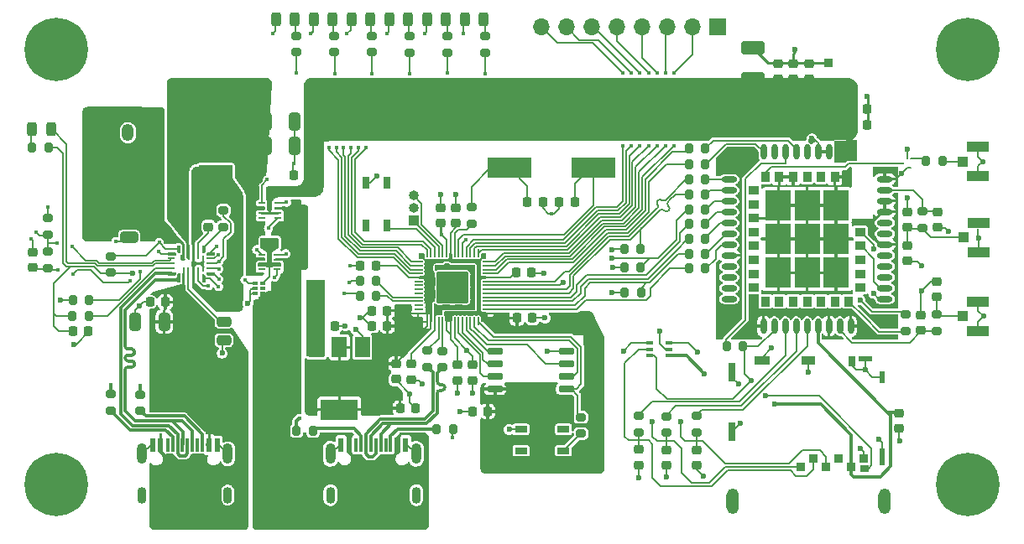
<source format=gbr>
%TF.GenerationSoftware,KiCad,Pcbnew,(6.0.2-0)*%
%TF.CreationDate,2022-03-19T00:24:52+01:00*%
%TF.ProjectId,RP2040GPSTracker,52503230-3430-4475-9053-547261636b65,rev?*%
%TF.SameCoordinates,PX4416780PY363af58*%
%TF.FileFunction,Copper,L1,Top*%
%TF.FilePolarity,Positive*%
%FSLAX46Y46*%
G04 Gerber Fmt 4.6, Leading zero omitted, Abs format (unit mm)*
G04 Created by KiCad (PCBNEW (6.0.2-0)) date 2022-03-19 00:24:52*
%MOMM*%
%LPD*%
G01*
G04 APERTURE LIST*
G04 Aperture macros list*
%AMRoundRect*
0 Rectangle with rounded corners*
0 $1 Rounding radius*
0 $2 $3 $4 $5 $6 $7 $8 $9 X,Y pos of 4 corners*
0 Add a 4 corners polygon primitive as box body*
4,1,4,$2,$3,$4,$5,$6,$7,$8,$9,$2,$3,0*
0 Add four circle primitives for the rounded corners*
1,1,$1+$1,$2,$3*
1,1,$1+$1,$4,$5*
1,1,$1+$1,$6,$7*
1,1,$1+$1,$8,$9*
0 Add four rect primitives between the rounded corners*
20,1,$1+$1,$2,$3,$4,$5,0*
20,1,$1+$1,$4,$5,$6,$7,0*
20,1,$1+$1,$6,$7,$8,$9,0*
20,1,$1+$1,$8,$9,$2,$3,0*%
G04 Aperture macros list end*
%TA.AperFunction,EtchedComponent*%
%ADD10C,0.100000*%
%TD*%
%TA.AperFunction,SMDPad,CuDef*%
%ADD11RoundRect,0.243750X-0.243750X-0.456250X0.243750X-0.456250X0.243750X0.456250X-0.243750X0.456250X0*%
%TD*%
%TA.AperFunction,SMDPad,CuDef*%
%ADD12RoundRect,0.243750X0.243750X0.456250X-0.243750X0.456250X-0.243750X-0.456250X0.243750X-0.456250X0*%
%TD*%
%TA.AperFunction,SMDPad,CuDef*%
%ADD13RoundRect,0.218750X0.256250X-0.218750X0.256250X0.218750X-0.256250X0.218750X-0.256250X-0.218750X0*%
%TD*%
%TA.AperFunction,SMDPad,CuDef*%
%ADD14R,0.650000X0.400000*%
%TD*%
%TA.AperFunction,SMDPad,CuDef*%
%ADD15RoundRect,0.250000X-0.325000X-0.650000X0.325000X-0.650000X0.325000X0.650000X-0.325000X0.650000X0*%
%TD*%
%TA.AperFunction,SMDPad,CuDef*%
%ADD16RoundRect,0.250000X-0.650000X0.325000X-0.650000X-0.325000X0.650000X-0.325000X0.650000X0.325000X0*%
%TD*%
%TA.AperFunction,SMDPad,CuDef*%
%ADD17RoundRect,0.250000X-0.475000X0.250000X-0.475000X-0.250000X0.475000X-0.250000X0.475000X0.250000X0*%
%TD*%
%TA.AperFunction,SMDPad,CuDef*%
%ADD18RoundRect,0.200000X-0.275000X0.200000X-0.275000X-0.200000X0.275000X-0.200000X0.275000X0.200000X0*%
%TD*%
%TA.AperFunction,ComponentPad*%
%ADD19O,1.700000X1.700000*%
%TD*%
%TA.AperFunction,ComponentPad*%
%ADD20R,1.700000X1.700000*%
%TD*%
%TA.AperFunction,ComponentPad*%
%ADD21O,0.900000X1.700000*%
%TD*%
%TA.AperFunction,ComponentPad*%
%ADD22O,1.000000X2.100000*%
%TD*%
%TA.AperFunction,SMDPad,CuDef*%
%ADD23R,0.600000X1.450000*%
%TD*%
%TA.AperFunction,SMDPad,CuDef*%
%ADD24R,0.300000X1.450000*%
%TD*%
%TA.AperFunction,SMDPad,CuDef*%
%ADD25RoundRect,0.200000X0.275000X-0.200000X0.275000X0.200000X-0.275000X0.200000X-0.275000X-0.200000X0*%
%TD*%
%TA.AperFunction,SMDPad,CuDef*%
%ADD26RoundRect,0.225000X-0.250000X0.225000X-0.250000X-0.225000X0.250000X-0.225000X0.250000X0.225000X0*%
%TD*%
%TA.AperFunction,SMDPad,CuDef*%
%ADD27RoundRect,0.200000X-0.200000X-0.275000X0.200000X-0.275000X0.200000X0.275000X-0.200000X0.275000X0*%
%TD*%
%TA.AperFunction,SMDPad,CuDef*%
%ADD28RoundRect,0.225000X0.250000X-0.225000X0.250000X0.225000X-0.250000X0.225000X-0.250000X-0.225000X0*%
%TD*%
%TA.AperFunction,SMDPad,CuDef*%
%ADD29RoundRect,0.225000X0.225000X0.250000X-0.225000X0.250000X-0.225000X-0.250000X0.225000X-0.250000X0*%
%TD*%
%TA.AperFunction,SMDPad,CuDef*%
%ADD30R,0.127000X0.127000*%
%TD*%
%TA.AperFunction,SMDPad,CuDef*%
%ADD31R,0.700000X0.250000*%
%TD*%
%TA.AperFunction,SMDPad,CuDef*%
%ADD32R,0.250000X1.400000*%
%TD*%
%TA.AperFunction,ComponentPad*%
%ADD33C,6.400000*%
%TD*%
%TA.AperFunction,SMDPad,CuDef*%
%ADD34R,2.600000X3.100000*%
%TD*%
%TA.AperFunction,SMDPad,CuDef*%
%ADD35R,0.900000X1.100000*%
%TD*%
%TA.AperFunction,SMDPad,CuDef*%
%ADD36R,1.100000X0.900000*%
%TD*%
%TA.AperFunction,SMDPad,CuDef*%
%ADD37O,0.600000X1.600000*%
%TD*%
%TA.AperFunction,SMDPad,CuDef*%
%ADD38O,1.600000X0.600000*%
%TD*%
%TA.AperFunction,SMDPad,CuDef*%
%ADD39RoundRect,0.200000X0.200000X0.275000X-0.200000X0.275000X-0.200000X-0.275000X0.200000X-0.275000X0*%
%TD*%
%TA.AperFunction,SMDPad,CuDef*%
%ADD40R,2.209800X1.041400*%
%TD*%
%TA.AperFunction,SMDPad,CuDef*%
%ADD41R,1.041400X0.990600*%
%TD*%
%TA.AperFunction,ComponentPad*%
%ADD42O,1.200000X1.750000*%
%TD*%
%TA.AperFunction,ComponentPad*%
%ADD43RoundRect,0.250000X-0.350000X-0.625000X0.350000X-0.625000X0.350000X0.625000X-0.350000X0.625000X0*%
%TD*%
%TA.AperFunction,SMDPad,CuDef*%
%ADD44RoundRect,0.225000X-0.225000X-0.250000X0.225000X-0.250000X0.225000X0.250000X-0.225000X0.250000X0*%
%TD*%
%TA.AperFunction,ComponentPad*%
%ADD45C,0.600000*%
%TD*%
%TA.AperFunction,SMDPad,CuDef*%
%ADD46RoundRect,0.144000X1.456000X1.456000X-1.456000X1.456000X-1.456000X-1.456000X1.456000X-1.456000X0*%
%TD*%
%TA.AperFunction,SMDPad,CuDef*%
%ADD47RoundRect,0.050000X0.050000X0.387500X-0.050000X0.387500X-0.050000X-0.387500X0.050000X-0.387500X0*%
%TD*%
%TA.AperFunction,SMDPad,CuDef*%
%ADD48RoundRect,0.050000X0.387500X0.050000X-0.387500X0.050000X-0.387500X-0.050000X0.387500X-0.050000X0*%
%TD*%
%TA.AperFunction,SMDPad,CuDef*%
%ADD49R,3.400000X2.000000*%
%TD*%
%TA.AperFunction,SMDPad,CuDef*%
%ADD50R,0.711200X0.228600*%
%TD*%
%TA.AperFunction,ComponentPad*%
%ADD51O,1.000000X1.000000*%
%TD*%
%TA.AperFunction,ComponentPad*%
%ADD52R,1.000000X1.000000*%
%TD*%
%TA.AperFunction,SMDPad,CuDef*%
%ADD53R,3.800000X2.000000*%
%TD*%
%TA.AperFunction,SMDPad,CuDef*%
%ADD54R,1.500000X2.000000*%
%TD*%
%TA.AperFunction,SMDPad,CuDef*%
%ADD55R,0.101600X0.635000*%
%TD*%
%TA.AperFunction,SMDPad,CuDef*%
%ADD56R,0.203200X0.203200*%
%TD*%
%TA.AperFunction,ComponentPad*%
%ADD57O,1.270000X2.565400*%
%TD*%
%TA.AperFunction,SMDPad,CuDef*%
%ADD58R,0.635000X1.955800*%
%TD*%
%TA.AperFunction,SMDPad,CuDef*%
%ADD59R,1.574800X0.965200*%
%TD*%
%TA.AperFunction,SMDPad,CuDef*%
%ADD60R,1.346200X0.965200*%
%TD*%
%TA.AperFunction,SMDPad,CuDef*%
%ADD61R,0.736600X1.016000*%
%TD*%
%TA.AperFunction,SMDPad,CuDef*%
%ADD62R,1.371600X0.609600*%
%TD*%
%TA.AperFunction,SMDPad,CuDef*%
%ADD63R,0.558800X1.219200*%
%TD*%
%TA.AperFunction,SMDPad,CuDef*%
%ADD64R,0.558800X1.651000*%
%TD*%
%TA.AperFunction,SMDPad,CuDef*%
%ADD65R,0.939800X0.787400*%
%TD*%
%TA.AperFunction,SMDPad,CuDef*%
%ADD66R,0.838200X0.939800*%
%TD*%
%TA.AperFunction,SMDPad,CuDef*%
%ADD67R,4.500000X2.000000*%
%TD*%
%TA.AperFunction,SMDPad,CuDef*%
%ADD68RoundRect,0.250000X0.925000X-0.412500X0.925000X0.412500X-0.925000X0.412500X-0.925000X-0.412500X0*%
%TD*%
%TA.AperFunction,SMDPad,CuDef*%
%ADD69R,0.950000X0.900000*%
%TD*%
%TA.AperFunction,SMDPad,CuDef*%
%ADD70R,0.520000X0.300000*%
%TD*%
%TA.AperFunction,SMDPad,CuDef*%
%ADD71R,0.550000X0.300000*%
%TD*%
%TA.AperFunction,SMDPad,CuDef*%
%ADD72R,0.650000X1.200000*%
%TD*%
%TA.AperFunction,SMDPad,CuDef*%
%ADD73R,1.200000X0.650000*%
%TD*%
%TA.AperFunction,SMDPad,CuDef*%
%ADD74RoundRect,0.150000X0.650000X0.150000X-0.650000X0.150000X-0.650000X-0.150000X0.650000X-0.150000X0*%
%TD*%
%TA.AperFunction,ViaPad*%
%ADD75C,0.400000*%
%TD*%
%TA.AperFunction,ViaPad*%
%ADD76C,0.600000*%
%TD*%
%TA.AperFunction,Conductor*%
%ADD77C,0.200000*%
%TD*%
%TA.AperFunction,Conductor*%
%ADD78C,0.150000*%
%TD*%
%TA.AperFunction,Conductor*%
%ADD79C,0.300000*%
%TD*%
%TA.AperFunction,Conductor*%
%ADD80C,0.250000*%
%TD*%
%TA.AperFunction,Conductor*%
%ADD81C,0.350000*%
%TD*%
G04 APERTURE END LIST*
D10*
%TO.C,U6*%
X15822255Y25406896D02*
X16072255Y25406896D01*
X16072255Y25406896D02*
X16072255Y26206896D01*
X16072255Y26206896D02*
X15922255Y26206896D01*
X15922255Y26206896D02*
X15822255Y26006896D01*
X15822255Y26006896D02*
X15822255Y25406896D01*
G36*
X16072255Y25406896D02*
G01*
X15822255Y25406896D01*
X15822255Y26006896D01*
X15922255Y26206896D01*
X16072255Y26206896D01*
X16072255Y25406896D01*
G37*
X16072255Y25406896D02*
X15822255Y25406896D01*
X15822255Y26006896D01*
X15922255Y26206896D01*
X16072255Y26206896D01*
X16072255Y25406896D01*
X19497571Y28332148D02*
X19497571Y28082148D01*
X19497571Y28082148D02*
X18797571Y28082148D01*
X18797571Y28082148D02*
X18797571Y28232148D01*
X18797571Y28232148D02*
X18897571Y28332148D01*
X18897571Y28332148D02*
X19497571Y28332148D01*
G36*
X19497571Y28082148D02*
G01*
X18797571Y28082148D01*
X18797571Y28232148D01*
X18897571Y28332148D01*
X19497571Y28332148D01*
X19497571Y28082148D01*
G37*
X19497571Y28082148D02*
X18797571Y28082148D01*
X18797571Y28232148D01*
X18897571Y28332148D01*
X19497571Y28332148D01*
X19497571Y28082148D01*
X18572885Y29006896D02*
X18322885Y29006896D01*
X18322885Y29006896D02*
X18322885Y28306896D01*
X18322885Y28306896D02*
X18472885Y28306896D01*
X18472885Y28306896D02*
X18572885Y28406896D01*
X18572885Y28406896D02*
X18572885Y29006896D01*
G36*
X18572885Y28406896D02*
G01*
X18472885Y28306896D01*
X18322885Y28306896D01*
X18322885Y29006896D01*
X18572885Y29006896D01*
X18572885Y28406896D01*
G37*
X18572885Y28406896D02*
X18472885Y28306896D01*
X18322885Y28306896D01*
X18322885Y29006896D01*
X18572885Y29006896D01*
X18572885Y28406896D01*
X18572885Y25406896D02*
X18322885Y25406896D01*
X18322885Y25406896D02*
X18322885Y26106896D01*
X18322885Y26106896D02*
X18472885Y26106896D01*
X18472885Y26106896D02*
X18572885Y26006896D01*
X18572885Y26006896D02*
X18572885Y25406896D01*
G36*
X18572885Y26006896D02*
G01*
X18572885Y25406896D01*
X18322885Y25406896D01*
X18322885Y26106896D01*
X18472885Y26106896D01*
X18572885Y26006896D01*
G37*
X18572885Y26006896D02*
X18572885Y25406896D01*
X18322885Y25406896D01*
X18322885Y26106896D01*
X18472885Y26106896D01*
X18572885Y26006896D01*
X14897569Y28332148D02*
X14897569Y28082148D01*
X14897569Y28082148D02*
X15597569Y28082148D01*
X15597569Y28082148D02*
X15597569Y28232148D01*
X15597569Y28232148D02*
X15497569Y28332148D01*
X15497569Y28332148D02*
X14897569Y28332148D01*
G36*
X15597569Y28232148D02*
G01*
X15597569Y28082148D01*
X14897569Y28082148D01*
X14897569Y28332148D01*
X15497569Y28332148D01*
X15597569Y28232148D01*
G37*
X15597569Y28232148D02*
X15597569Y28082148D01*
X14897569Y28082148D01*
X14897569Y28332148D01*
X15497569Y28332148D01*
X15597569Y28232148D01*
X15822255Y29006896D02*
X16072255Y29006896D01*
X16072255Y29006896D02*
X16072255Y28306896D01*
X16072255Y28306896D02*
X15922255Y28306896D01*
X15922255Y28306896D02*
X15822255Y28406896D01*
X15822255Y28406896D02*
X15822255Y29006896D01*
G36*
X16072255Y28306896D02*
G01*
X15922255Y28306896D01*
X15822255Y28406896D01*
X15822255Y29006896D01*
X16072255Y29006896D01*
X16072255Y28306896D01*
G37*
X16072255Y28306896D02*
X15922255Y28306896D01*
X15822255Y28406896D01*
X15822255Y29006896D01*
X16072255Y29006896D01*
X16072255Y28306896D01*
X19497571Y26081644D02*
X19497571Y26331644D01*
X19497571Y26331644D02*
X18797571Y26331644D01*
X18797571Y26331644D02*
X18797571Y26181644D01*
X18797571Y26181644D02*
X18897571Y26081644D01*
X18897571Y26081644D02*
X19497571Y26081644D01*
G36*
X19497571Y26081644D02*
G01*
X18897571Y26081644D01*
X18797571Y26181644D01*
X18797571Y26331644D01*
X19497571Y26331644D01*
X19497571Y26081644D01*
G37*
X19497571Y26081644D02*
X18897571Y26081644D01*
X18797571Y26181644D01*
X18797571Y26331644D01*
X19497571Y26331644D01*
X19497571Y26081644D01*
X14897569Y26081644D02*
X14897569Y26331644D01*
X14897569Y26331644D02*
X15597569Y26331644D01*
X15597569Y26331644D02*
X15597569Y26181644D01*
X15597569Y26181644D02*
X15497569Y26081644D01*
X15497569Y26081644D02*
X14897569Y26081644D01*
G36*
X15597569Y26181644D02*
G01*
X15497569Y26081644D01*
X14897569Y26081644D01*
X14897569Y26331644D01*
X15597569Y26331644D01*
X15597569Y26181644D01*
G37*
X15597569Y26181644D02*
X15497569Y26081644D01*
X14897569Y26081644D01*
X14897569Y26331644D01*
X15597569Y26331644D01*
X15597569Y26181644D01*
%TD*%
D11*
%TO.P,D8,2,A*%
%TO.N,Net-(D8-Pad2)*%
X42880000Y51855000D03*
%TO.P,D8,1,K*%
%TO.N,GND*%
X41005000Y51855000D03*
%TD*%
%TO.P,D7,2,A*%
%TO.N,Net-(D7-Pad2)*%
X46682500Y51855000D03*
%TO.P,D7,1,K*%
%TO.N,GND*%
X44807500Y51855000D03*
%TD*%
%TO.P,D6,2,A*%
%TO.N,Net-(R31-Pad1)*%
X27657500Y51860000D03*
%TO.P,D6,1,K*%
%TO.N,GND*%
X25782500Y51860000D03*
%TD*%
%TO.P,D5,2,A*%
%TO.N,Net-(D5-Pad2)*%
X31467500Y51860000D03*
%TO.P,D5,1,K*%
%TO.N,GND*%
X29592500Y51860000D03*
%TD*%
%TO.P,D4,2,A*%
%TO.N,Net-(D4-Pad2)*%
X35272500Y51860000D03*
%TO.P,D4,1,K*%
%TO.N,GND*%
X33397500Y51860000D03*
%TD*%
%TO.P,D3,2,A*%
%TO.N,Net-(D3-Pad2)*%
X39077500Y51850000D03*
%TO.P,D3,1,K*%
%TO.N,GND*%
X37202500Y51850000D03*
%TD*%
D12*
%TO.P,D2,2,A*%
%TO.N,Net-(D2-Pad2)*%
X1202500Y40750000D03*
%TO.P,D2,1,K*%
%TO.N,Net-(D2-Pad1)*%
X3077500Y40750000D03*
%TD*%
D13*
%TO.P,D1,2,A2*%
%TO.N,Net-(C23-Pad2)*%
X89460000Y29045000D03*
%TO.P,D1,1,A1*%
%TO.N,GND*%
X89460000Y27470000D03*
%TD*%
D14*
%TO.P,CR1,6,6*%
%TO.N,/SIM_C_DET*%
X63510000Y17900000D03*
%TO.P,CR1,5,5*%
%TO.N,Net-(C30-Pad2)*%
X63510000Y18550000D03*
%TO.P,CR1,4,4*%
%TO.N,Net-(C29-Pad2)*%
X63510000Y19200000D03*
%TO.P,CR1,3,3*%
%TO.N,Net-(C28-Pad2)*%
X65410000Y19200000D03*
%TO.P,CR1,2,2*%
%TO.N,GND*%
X65410000Y18550000D03*
%TO.P,CR1,1,1*%
%TO.N,/SIM_C_VDD*%
X65410000Y17900000D03*
%TD*%
D15*
%TO.P,C46,2*%
%TO.N,GNDPWR*%
X27701100Y39084600D03*
%TO.P,C46,1*%
%TO.N,/BOOST_OUT*%
X24751100Y39084600D03*
%TD*%
%TO.P,C38,2*%
%TO.N,GNDPWR*%
X27701100Y41523000D03*
%TO.P,C38,1*%
%TO.N,/BOOST_OUT*%
X24751100Y41523000D03*
%TD*%
D16*
%TO.P,C34,2*%
%TO.N,GNDPWR*%
X10965000Y29850000D03*
%TO.P,C34,1*%
%TO.N,/BCM_BATT*%
X10965000Y32800000D03*
%TD*%
D17*
%TO.P,C33,2*%
%TO.N,GNDPWR*%
X20525000Y19455000D03*
%TO.P,C33,1*%
%TO.N,Net-(C33-Pad1)*%
X20525000Y21355000D03*
%TD*%
D15*
%TO.P,C31,2*%
%TO.N,/BCM_VBUS*%
X14515000Y21330000D03*
%TO.P,C31,1*%
%TO.N,GNDPWR*%
X11565000Y21330000D03*
%TD*%
D18*
%TO.P,R43,2*%
%TO.N,Net-(U3-Pad28)*%
X43060000Y48530000D03*
%TO.P,R43,1*%
%TO.N,Net-(D8-Pad2)*%
X43060000Y50180000D03*
%TD*%
%TO.P,R42,2*%
%TO.N,Net-(U3-Pad27)*%
X46870000Y48530000D03*
%TO.P,R42,1*%
%TO.N,Net-(D7-Pad2)*%
X46870000Y50180000D03*
%TD*%
D19*
%TO.P,J11,8,Pin_8*%
%TO.N,/IO_7*%
X52520000Y51105000D03*
%TO.P,J11,7,Pin_7*%
%TO.N,/IO_6*%
X55060000Y51105000D03*
%TO.P,J11,6,Pin_6*%
%TO.N,/IO_5*%
X57600000Y51105000D03*
%TO.P,J11,5,Pin_5*%
%TO.N,/IO_4*%
X60140000Y51105000D03*
%TO.P,J11,4,Pin_4*%
%TO.N,/IO_3*%
X62680000Y51105000D03*
%TO.P,J11,3,Pin_3*%
%TO.N,/IO_2*%
X65220000Y51105000D03*
%TO.P,J11,2,Pin_2*%
%TO.N,/IO_1*%
X67760000Y51105000D03*
D20*
%TO.P,J11,1,Pin_1*%
%TO.N,GND*%
X70300000Y51105000D03*
%TD*%
D21*
%TO.P,J7,S1,SHIELD*%
%TO.N,GNDPWR*%
X39929800Y3814600D03*
D22*
X31279800Y7994600D03*
X39929800Y7994600D03*
D21*
X31279800Y3814600D03*
D23*
%TO.P,J7,B12,GND*%
X32354800Y8909600D03*
%TO.P,J7,B9,VBUS*%
%TO.N,/PROG_VBUS*%
X33154800Y8909600D03*
D24*
%TO.P,J7,B8,SBU2*%
%TO.N,unconnected-(J7-PadB8)*%
X33854800Y8909600D03*
%TO.P,J7,B7,D-*%
%TO.N,/USB_D-*%
X34854800Y8909600D03*
%TO.P,J7,B6,D+*%
%TO.N,/USB_D+*%
X36354800Y8909600D03*
%TO.P,J7,B5,CC2*%
%TO.N,Net-(J7-PadB5)*%
X37354800Y8909600D03*
D23*
%TO.P,J7,B4,VBUS*%
%TO.N,/PROG_VBUS*%
X38054800Y8909600D03*
%TO.P,J7,B1,GND*%
%TO.N,GNDPWR*%
X38854800Y8909600D03*
%TO.P,J7,A12,GND*%
X38854800Y8909600D03*
%TO.P,J7,A9,VBUS*%
%TO.N,/PROG_VBUS*%
X38054800Y8909600D03*
D24*
%TO.P,J7,A8,SBU1*%
%TO.N,unconnected-(J7-PadA8)*%
X36854800Y8909600D03*
%TO.P,J7,A7,D-*%
%TO.N,/USB_D-*%
X35854800Y8909600D03*
%TO.P,J7,A6,D+*%
%TO.N,/USB_D+*%
X35354800Y8909600D03*
%TO.P,J7,A5,CC1*%
%TO.N,Net-(J7-PadA5)*%
X34354800Y8909600D03*
D23*
%TO.P,J7,A4,VBUS*%
%TO.N,/PROG_VBUS*%
X33154800Y8909600D03*
%TO.P,J7,A1,GND*%
%TO.N,GNDPWR*%
X32354800Y8909600D03*
%TD*%
D25*
%TO.P,R38,2*%
%TO.N,GND*%
X2740000Y31787500D03*
%TO.P,R38,1*%
%TO.N,/BCM_NTC*%
X2740000Y30137500D03*
%TD*%
D26*
%TO.P,C24,2*%
%TO.N,Net-(C24-Pad2)*%
X92440000Y23855000D03*
%TO.P,C24,1*%
%TO.N,GND*%
X92440000Y25405000D03*
%TD*%
D27*
%TO.P,R32,2*%
%TO.N,Net-(J10-Pad1)*%
X93015000Y37530000D03*
%TO.P,R32,1*%
%TO.N,Net-(R32-Pad1)*%
X91365000Y37530000D03*
%TD*%
D28*
%TO.P,C28,2*%
%TO.N,Net-(C28-Pad2)*%
X68180000Y8395000D03*
%TO.P,C28,1*%
%TO.N,GND*%
X68180000Y6845000D03*
%TD*%
D29*
%TO.P,C35,2*%
%TO.N,/PI_VREG_IN*%
X30160000Y20885000D03*
%TO.P,C35,1*%
%TO.N,GND*%
X31710000Y20885000D03*
%TD*%
D30*
%TO.P,U6,22,DM*%
%TO.N,/BCM_D-*%
X15247569Y26206644D03*
D31*
%TO.P,U6,21,INT*%
%TO.N,Net-(R29-Pad2)*%
X15247569Y26706770D03*
%TO.P,U6,20,\u002ASTAT*%
%TO.N,Net-(D2-Pad1)*%
X15247569Y27206896D03*
%TO.P,U6,19,NTC*%
%TO.N,/BCM_NTC*%
X15247569Y27707022D03*
D30*
%TO.P,U6,18,\u002ACE*%
%TO.N,GND*%
X15247569Y28207148D03*
%TO.P,U6,17,DISC*%
%TO.N,/BCM_DISC*%
X15947255Y28656896D03*
D32*
%TO.P,U6,16,BATT*%
%TO.N,/BCM_BATT*%
X16447381Y28306896D03*
%TO.P,U6,15,SYS*%
%TO.N,/BOOST_OUT*%
X16947507Y28306896D03*
%TO.P,U6,14,SW*%
%TO.N,/BCM_SW*%
X17447633Y28306896D03*
%TO.P,U6,13,BST*%
%TO.N,Net-(C44-Pad2)*%
X17947759Y28306896D03*
D30*
%TO.P,U6,12,OTG*%
%TO.N,/BCM_OTG*%
X18447885Y28656896D03*
%TO.P,U6,11,AGND*%
%TO.N,GND*%
X19147571Y28207148D03*
D31*
%TO.P,U6,10,ILIM*%
%TO.N,Net-(R33-Pad1)*%
X19147571Y27707022D03*
%TO.P,U6,9,VREF*%
%TO.N,/BCM_VREF_1*%
X19147571Y27206896D03*
%TO.P,U6,8,SDA*%
%TO.N,/BCM_SDA*%
X19147571Y26706770D03*
D30*
%TO.P,U6,7,SCL*%
%TO.N,/BCM_SCL*%
X19147571Y26206644D03*
%TO.P,U6,6,VNTC*%
%TO.N,/BCM_VNTC*%
X18447885Y25756896D03*
D32*
%TO.P,U6,5,PGND*%
%TO.N,GNDPWR*%
X17947759Y26106896D03*
%TO.P,U6,4,SW*%
%TO.N,/BCM_SW*%
X17447633Y26106896D03*
%TO.P,U6,3,PMID*%
%TO.N,Net-(C33-Pad1)*%
X16947507Y26106896D03*
%TO.P,U6,2,IN*%
%TO.N,/BCM_VBUS*%
X16447381Y26106896D03*
D30*
%TO.P,U6,1,DP*%
%TO.N,/BCM_D+*%
X15947255Y25806896D03*
%TD*%
D33*
%TO.P,H4,1*%
%TO.N,N/C*%
X3604800Y4864600D03*
%TD*%
D34*
%TO.P,U2,77,GND*%
%TO.N,GND*%
X79354000Y29681200D03*
%TO.P,U2,76,GND*%
X79354000Y33081200D03*
%TO.P,U2,75,GND*%
X82254000Y33081200D03*
%TO.P,U2,74,GND*%
X82254000Y29681200D03*
%TO.P,U2,73,GND*%
X82254000Y26281200D03*
%TO.P,U2,72,GND*%
X79354000Y26281200D03*
%TO.P,U2,71,GND*%
X76454000Y26281200D03*
%TO.P,U2,70,GND*%
X76454000Y29681200D03*
%TO.P,U2,69,GND*%
X76454000Y33081200D03*
D35*
%TO.P,U2,68,GPS_ANT*%
%TO.N,/SIM_GNSS_ANT*%
X75154000Y35981200D03*
%TO.P,U2,67,GND*%
%TO.N,GND*%
X76554000Y35981200D03*
%TO.P,U2,66,GND*%
X77954000Y35981200D03*
%TO.P,U2,65,SCL*%
%TO.N,unconnected-(U2-Pad65)*%
X79354000Y35981200D03*
%TO.P,U2,64,SDA*%
%TO.N,unconnected-(U2-Pad64)*%
X80754000Y35981200D03*
%TO.P,U2,63,GND*%
%TO.N,GND*%
X82154000Y35981200D03*
D36*
%TO.P,U2,62,GPS_RXD*%
%TO.N,/_GNSS_RXD*%
X84704000Y30381200D03*
%TO.P,U2,61,GPS_TXD*%
%TO.N,/_GNSS_TXD*%
X84704000Y28981200D03*
%TO.P,U2,60,1PPS*%
%TO.N,unconnected-(U2-Pad60)*%
X84704000Y27581200D03*
%TO.P,U2,59,GNSS_EN*%
%TO.N,/_GNSS_EN*%
X84704000Y26181200D03*
%TO.P,U2,58,GPIO2*%
%TO.N,unconnected-(U2-Pad58)*%
X84704000Y24781200D03*
D35*
%TO.P,U2,57,GPIO1*%
%TO.N,Net-(R13-Pad2)*%
X83554000Y23381200D03*
%TO.P,U2,56,SIM2_VDD*%
%TO.N,unconnected-(U2-Pad56)*%
X82154000Y23381200D03*
%TO.P,U2,55,SIM2_RST*%
%TO.N,unconnected-(U2-Pad55)*%
X80754000Y23381200D03*
%TO.P,U2,54,SIM2_CLK*%
%TO.N,unconnected-(U2-Pad54)*%
X79354000Y23381200D03*
%TO.P,U2,53,SIM2_DATA*%
%TO.N,unconnected-(U2-Pad53)*%
X77954000Y23381200D03*
%TO.P,U2,52,SIM2_DET*%
%TO.N,unconnected-(U2-Pad52)*%
X76554000Y23381200D03*
%TO.P,U2,51,MCCM0*%
%TO.N,unconnected-(U2-Pad51)*%
X75154000Y23381200D03*
D36*
%TO.P,U2,50,MCCK*%
%TO.N,unconnected-(U2-Pad50)*%
X74004000Y24781200D03*
%TO.P,U2,49,MCCA0*%
%TO.N,unconnected-(U2-Pad49)*%
X74004000Y26181200D03*
%TO.P,U2,48,MCCA1*%
%TO.N,unconnected-(U2-Pad48)*%
X74004000Y27581200D03*
%TO.P,U2,47,MCCA2*%
%TO.N,unconnected-(U2-Pad47)*%
X74004000Y28981200D03*
%TO.P,U2,46,MCCA3*%
%TO.N,unconnected-(U2-Pad46)*%
X74004000Y30381200D03*
%TO.P,U2,45,GND*%
%TO.N,GND*%
X74004000Y31781200D03*
%TO.P,U2,44,SPK2P*%
%TO.N,unconnected-(U2-Pad44)*%
X74004000Y33181200D03*
%TO.P,U2,43,SPK2N*%
%TO.N,unconnected-(U2-Pad43)*%
X74004000Y34581200D03*
D37*
%TO.P,U2,42,STATUS*%
%TO.N,/SIM_STATUS*%
X74954000Y38481200D03*
%TO.P,U2,41,NETLIGHT*%
%TO.N,unconnected-(U2-Pad41)*%
X76054000Y38481200D03*
%TO.P,U2,40,VDD_EXT*%
%TO.N,/SIM_VDD_EXT*%
X77154000Y38481200D03*
%TO.P,U2,39,PWRKEY*%
%TO.N,/SIM_PWRKEY*%
X78254000Y38481200D03*
%TO.P,U2,38,ADC*%
%TO.N,unconnected-(U2-Pad38)*%
X79354000Y38481200D03*
%TO.P,U2,37,GND*%
%TO.N,GND*%
X80454000Y38481200D03*
%TO.P,U2,36,GND*%
X81554000Y38481200D03*
%TO.P,U2,35,VBAT*%
%TO.N,/SIM_PWR*%
X82654000Y38481200D03*
%TO.P,U2,34,GPS_VBAT*%
X83754000Y38481200D03*
D38*
%TO.P,U2,33,GND*%
%TO.N,GND*%
X87204000Y35731200D03*
%TO.P,U2,32,GSM_ANT*%
%TO.N,/SIM_GSM_ANT*%
X87204000Y34631200D03*
%TO.P,U2,31,GND*%
%TO.N,GND*%
X87204000Y33531200D03*
%TO.P,U2,30,GND*%
X87204000Y32431200D03*
%TO.P,U2,29,RF_SYNC*%
%TO.N,unconnected-(U2-Pad29)*%
X87204000Y31331200D03*
%TO.P,U2,28,VRTC*%
%TO.N,unconnected-(U2-Pad28)*%
X87204000Y30231200D03*
%TO.P,U2,27,GND*%
%TO.N,GND*%
X87204000Y29131200D03*
%TO.P,U2,26,USB_DM*%
%TO.N,unconnected-(U2-Pad26)*%
X87204000Y28031200D03*
%TO.P,U2,25,USB_DP*%
%TO.N,unconnected-(U2-Pad25)*%
X87204000Y26931200D03*
%TO.P,U2,24,USB_VBUS*%
%TO.N,unconnected-(U2-Pad24)*%
X87204000Y25831200D03*
%TO.P,U2,23,UART2_RXD*%
%TO.N,/_GNSS_TXD*%
X87204000Y24731200D03*
%TO.P,U2,22,UART2_TXD*%
%TO.N,/_GNSS_RXD*%
X87204000Y23631200D03*
D37*
%TO.P,U2,21,GND*%
%TO.N,GND*%
X83754000Y20881200D03*
%TO.P,U2,20,BT_ANT*%
%TO.N,/SIM_BT_ANT*%
X82654000Y20881200D03*
%TO.P,U2,19,GND*%
%TO.N,GND*%
X81554000Y20881200D03*
%TO.P,U2,18,SIM1_VDD*%
%TO.N,/SIM_C_VDD*%
X80454000Y20881200D03*
%TO.P,U2,17,SIM1_RST*%
%TO.N,/SIM_C_RST*%
X79354000Y20881200D03*
%TO.P,U2,16,SIM1_CLK*%
%TO.N,/SIM_C_CLK*%
X78254000Y20881200D03*
%TO.P,U2,15,SIM1_DATA*%
%TO.N,/SIM_C_DATA*%
X77154000Y20881200D03*
%TO.P,U2,14,SIM1_DET*%
%TO.N,/SIM_C_DET*%
X76054000Y20881200D03*
%TO.P,U2,13,GND*%
%TO.N,GND*%
X74954000Y20881200D03*
D38*
%TO.P,U2,12,SPK1N*%
%TO.N,unconnected-(U2-Pad12)*%
X71504000Y23631200D03*
%TO.P,U2,11,SPK1P*%
%TO.N,unconnected-(U2-Pad11)*%
X71504000Y24731200D03*
%TO.P,U2,10,MICN*%
%TO.N,unconnected-(U2-Pad10)*%
X71504000Y25831200D03*
%TO.P,U2,9,MICP*%
%TO.N,unconnected-(U2-Pad9)*%
X71504000Y26931200D03*
%TO.P,U2,8,GND*%
%TO.N,GND*%
X71504000Y28031200D03*
%TO.P,U2,7,UART1_RI*%
%TO.N,/SIM_RI*%
X71504000Y29131200D03*
%TO.P,U2,6,UART1_DTR*%
%TO.N,/SIM_DRT*%
X71504000Y30231200D03*
%TO.P,U2,5,UART1_DCD*%
%TO.N,/SIM_DCD*%
X71504000Y31331200D03*
%TO.P,U2,4,UART1_CTS*%
%TO.N,/SIM_CTS*%
X71504000Y32431200D03*
%TO.P,U2,3,UART1_RTS*%
%TO.N,/SIM_RTS*%
X71504000Y33531200D03*
%TO.P,U2,2,UART1_RXD*%
%TO.N,/SIM_RX*%
X71504000Y34631200D03*
%TO.P,U2,1,UART1_TXD*%
%TO.N,/SIM_TX*%
X71504000Y35731200D03*
%TD*%
D39*
%TO.P,R39,2*%
%TO.N,Net-(J7-PadB5)*%
X41990000Y10515000D03*
%TO.P,R39,1*%
%TO.N,GND*%
X43640000Y10515000D03*
%TD*%
D18*
%TO.P,R30,1*%
%TO.N,Net-(D5-Pad2)*%
X31665000Y50200000D03*
%TO.P,R30,2*%
%TO.N,Net-(R30-Pad2)*%
X31665000Y48550000D03*
%TD*%
D27*
%TO.P,R16,2*%
%TO.N,Net-(R4-Pad2)*%
X62590000Y24300000D03*
%TO.P,R16,1*%
%TO.N,GND*%
X60940000Y24300000D03*
%TD*%
D39*
%TO.P,R28,2*%
%TO.N,Net-(D2-Pad2)*%
X1202500Y38925000D03*
%TO.P,R28,1*%
%TO.N,/BCM_VREF_1*%
X2852500Y38925000D03*
%TD*%
D33*
%TO.P,H3,1*%
%TO.N,N/C*%
X95604800Y4864600D03*
%TD*%
D40*
%TO.P,J4,3,GND*%
%TO.N,GND*%
X96610601Y23358201D03*
%TO.P,J4,2,GND*%
X96610601Y20408199D03*
D41*
%TO.P,J4,1,1*%
%TO.N,Net-(C24-Pad2)*%
X95085600Y21883200D03*
%TD*%
D26*
%TO.P,C23,2*%
%TO.N,Net-(C23-Pad2)*%
X89460000Y30857500D03*
%TO.P,C23,1*%
%TO.N,GND*%
X89460000Y32407500D03*
%TD*%
D39*
%TO.P,R7,2*%
%TO.N,Net-(R7-Pad2)*%
X67415000Y31200000D03*
%TO.P,R7,1*%
%TO.N,/SIM_CTS*%
X69065000Y31200000D03*
%TD*%
D27*
%TO.P,R19,2*%
%TO.N,Net-(R19-Pad2)*%
X35895000Y23965000D03*
%TO.P,R19,1*%
%TO.N,/BCM_SDA*%
X34245000Y23965000D03*
%TD*%
D29*
%TO.P,C19,2*%
%TO.N,GND*%
X54350000Y33385000D03*
%TO.P,C19,1*%
%TO.N,Net-(C19-Pad1)*%
X55900000Y33385000D03*
%TD*%
D42*
%TO.P,J9,2,Pin_2*%
%TO.N,GNDPWR*%
X10850000Y40422000D03*
D43*
%TO.P,J9,1,Pin_1*%
%TO.N,/BCM_BATT*%
X8850000Y40422000D03*
%TD*%
D26*
%TO.P,C8,2*%
%TO.N,GND*%
X45631000Y15418100D03*
%TO.P,C8,1*%
%TO.N,+1V1*%
X45631000Y16968100D03*
%TD*%
D27*
%TO.P,R36,2*%
%TO.N,Net-(J7-PadA5)*%
X29515000Y10330000D03*
%TO.P,R36,1*%
%TO.N,GND*%
X27865000Y10330000D03*
%TD*%
%TO.P,R18,2*%
%TO.N,Net-(R18-Pad2)*%
X35895000Y25470000D03*
%TO.P,R18,1*%
%TO.N,/BCM_SCL*%
X34245000Y25470000D03*
%TD*%
D44*
%TO.P,C20,2*%
%TO.N,GND*%
X52700000Y33385000D03*
%TO.P,C20,1*%
%TO.N,Net-(C20-Pad1)*%
X51150000Y33385000D03*
%TD*%
D27*
%TO.P,R27,2*%
%TO.N,/SIM_C_DET*%
X72915000Y18830000D03*
%TO.P,R27,1*%
%TO.N,/SIM_VDD_EXT*%
X71265000Y18830000D03*
%TD*%
D26*
%TO.P,C11,2*%
%TO.N,GND*%
X39408000Y15492100D03*
%TO.P,C11,1*%
%TO.N,+1V1*%
X39408000Y17042100D03*
%TD*%
D18*
%TO.P,R22,1*%
%TO.N,Net-(D3-Pad2)*%
X39265000Y50180000D03*
%TO.P,R22,2*%
%TO.N,Net-(R22-Pad2)*%
X39265000Y48530000D03*
%TD*%
D39*
%TO.P,R8,2*%
%TO.N,Net-(R8-Pad2)*%
X67415000Y34200000D03*
%TO.P,R8,1*%
%TO.N,/SIM_RX*%
X69065000Y34200000D03*
%TD*%
D25*
%TO.P,R25,1*%
%TO.N,Net-(C29-Pad2)*%
X65140000Y10127500D03*
%TO.P,R25,2*%
%TO.N,/SIM_C_CLK*%
X65140000Y11777500D03*
%TD*%
%TO.P,R20,2*%
%TO.N,Net-(C24-Pad2)*%
X92440000Y22075000D03*
%TO.P,R20,1*%
%TO.N,/SIM_BT_ANT*%
X92440000Y20425000D03*
%TD*%
D18*
%TO.P,R5,2*%
%TO.N,/USB_BOOT*%
X56553000Y10031100D03*
%TO.P,R5,1*%
%TO.N,Net-(R5-Pad1)*%
X56553000Y11681100D03*
%TD*%
%TO.P,R21,2*%
%TO.N,Net-(C23-Pad2)*%
X90980000Y30815000D03*
%TO.P,R21,1*%
%TO.N,/SIM_GSM_ANT*%
X90980000Y32465000D03*
%TD*%
D45*
%TO.P,U3,57,GND*%
%TO.N,GND*%
X42324000Y23527600D03*
X44874000Y24802600D03*
X42324000Y24802600D03*
X44874000Y23527600D03*
D46*
X43599000Y24802600D03*
D45*
X43599000Y26077600D03*
X43599000Y24802600D03*
X42324000Y26077600D03*
X44874000Y26077600D03*
X43599000Y23527600D03*
D47*
%TO.P,U3,56,QSPI_SS*%
%TO.N,Net-(R5-Pad1)*%
X46199000Y21365100D03*
%TO.P,U3,55,QSPI_SD1*%
%TO.N,Net-(U1-Pad2)*%
X45799000Y21365100D03*
%TO.P,U3,54,QSPI_SD2*%
%TO.N,Net-(U1-Pad3)*%
X45399000Y21365100D03*
%TO.P,U3,53,QSPI_SD0*%
%TO.N,Net-(U1-Pad5)*%
X44999000Y21365100D03*
%TO.P,U3,52,QSPI_SCLK*%
%TO.N,Net-(U1-Pad6)*%
X44599000Y21365100D03*
%TO.P,U3,51,QSPI_SD3*%
%TO.N,Net-(U1-Pad7)*%
X44199000Y21365100D03*
%TO.P,U3,50,DVDD*%
%TO.N,+1V1*%
X43799000Y21365100D03*
%TO.P,U3,49,IOVDD*%
%TO.N,+3V3*%
X43399000Y21365100D03*
%TO.P,U3,48,USB_VDD*%
X42999000Y21365100D03*
%TO.P,U3,47,USB_DP*%
%TO.N,Net-(R1-Pad2)*%
X42599000Y21365100D03*
%TO.P,U3,46,USB_DM*%
%TO.N,Net-(R2-Pad2)*%
X42199000Y21365100D03*
%TO.P,U3,45,VREG_VOUT*%
%TO.N,+1V1*%
X41799000Y21365100D03*
%TO.P,U3,44,VREG_IN*%
%TO.N,+3V3*%
X41399000Y21365100D03*
%TO.P,U3,43,ADC_AVDD*%
X40999000Y21365100D03*
D48*
%TO.P,U3,42,IOVDD*%
X40161500Y22202600D03*
%TO.P,U3,41,GPIO29_ADC3*%
%TO.N,unconnected-(U3-Pad41)*%
X40161500Y22602600D03*
%TO.P,U3,40,GPIO28_ADC2*%
%TO.N,unconnected-(U3-Pad40)*%
X40161500Y23002600D03*
%TO.P,U3,39,GPIO27_ADC1*%
%TO.N,Net-(R19-Pad2)*%
X40161500Y23402600D03*
%TO.P,U3,38,GPIO26_ADC0*%
%TO.N,Net-(R18-Pad2)*%
X40161500Y23802600D03*
%TO.P,U3,37,GPIO25*%
%TO.N,unconnected-(U3-Pad37)*%
X40161500Y24202600D03*
%TO.P,U3,36,GPIO24*%
%TO.N,unconnected-(U3-Pad36)*%
X40161500Y24602600D03*
%TO.P,U3,35,GPIO23*%
%TO.N,unconnected-(U3-Pad35)*%
X40161500Y25002600D03*
%TO.P,U3,34,GPIO22*%
%TO.N,unconnected-(U3-Pad34)*%
X40161500Y25402600D03*
%TO.P,U3,33,IOVDD*%
%TO.N,+3V3*%
X40161500Y25802600D03*
%TO.P,U3,32,GPIO21*%
%TO.N,Net-(R31-Pad2)*%
X40161500Y26202600D03*
%TO.P,U3,31,GPIO20*%
%TO.N,Net-(R30-Pad2)*%
X40161500Y26602600D03*
%TO.P,U3,30,GPIO19*%
%TO.N,Net-(R23-Pad2)*%
X40161500Y27002600D03*
%TO.P,U3,29,GPIO18*%
%TO.N,Net-(R22-Pad2)*%
X40161500Y27402600D03*
D47*
%TO.P,U3,28,GPIO17*%
%TO.N,Net-(U3-Pad28)*%
X40999000Y28240100D03*
%TO.P,U3,27,GPIO16*%
%TO.N,Net-(U3-Pad27)*%
X41399000Y28240100D03*
%TO.P,U3,26,RUN*%
%TO.N,Net-(J2-Pad1)*%
X41799000Y28240100D03*
%TO.P,U3,25,SWD*%
%TO.N,Net-(J3-Pad1)*%
X42199000Y28240100D03*
%TO.P,U3,24,SWCLK*%
%TO.N,Net-(J3-Pad3)*%
X42599000Y28240100D03*
%TO.P,U3,23,DVDD*%
%TO.N,+1V1*%
X42999000Y28240100D03*
%TO.P,U3,22,IOVDD*%
%TO.N,+3V3*%
X43399000Y28240100D03*
%TO.P,U3,21,XOUT*%
%TO.N,Net-(R17-Pad1)*%
X43799000Y28240100D03*
%TO.P,U3,20,XIN*%
%TO.N,Net-(C19-Pad1)*%
X44199000Y28240100D03*
%TO.P,U3,19,TESTEN*%
%TO.N,GND*%
X44599000Y28240100D03*
%TO.P,U3,18,GPIO15*%
%TO.N,/IO_7*%
X44999000Y28240100D03*
%TO.P,U3,17,GPIO14*%
%TO.N,/IO_6*%
X45399000Y28240100D03*
%TO.P,U3,16,GPIO13*%
%TO.N,/IO_5*%
X45799000Y28240100D03*
%TO.P,U3,15,GPIO12*%
%TO.N,/IO_4*%
X46199000Y28240100D03*
D48*
%TO.P,U3,14,GPIO11*%
%TO.N,/IO_3*%
X47036500Y27402600D03*
%TO.P,U3,13,GPIO10*%
%TO.N,/IO_2*%
X47036500Y27002600D03*
%TO.P,U3,12,GPIO9*%
%TO.N,/IO_1*%
X47036500Y26602600D03*
%TO.P,U3,11,GPIO8*%
%TO.N,Net-(R12-Pad2)*%
X47036500Y26202600D03*
%TO.P,U3,10,IOVDD*%
%TO.N,+3V3*%
X47036500Y25802600D03*
%TO.P,U3,9,GPIO7*%
%TO.N,Net-(R11-Pad2)*%
X47036500Y25402600D03*
%TO.P,U3,8,GPIO6*%
%TO.N,Net-(R10-Pad2)*%
X47036500Y25002600D03*
%TO.P,U3,7,GPIO5*%
%TO.N,Net-(R9-Pad2)*%
X47036500Y24602600D03*
%TO.P,U3,6,GPIO4*%
%TO.N,Net-(R8-Pad2)*%
X47036500Y24202600D03*
%TO.P,U3,5,GPIO3*%
%TO.N,Net-(R7-Pad2)*%
X47036500Y23802600D03*
%TO.P,U3,4,GPIO2*%
%TO.N,Net-(R6-Pad2)*%
X47036500Y23402600D03*
%TO.P,U3,3,GPIO1*%
%TO.N,Net-(R4-Pad2)*%
X47036500Y23002600D03*
%TO.P,U3,2,GPIO0*%
%TO.N,Net-(R3-Pad2)*%
X47036500Y22602600D03*
%TO.P,U3,1,IOVDD*%
%TO.N,+3V3*%
X47036500Y22202600D03*
%TD*%
D33*
%TO.P,H2,1*%
%TO.N,N/C*%
X95604800Y48864600D03*
%TD*%
D49*
%TO.P,L2,2,2*%
%TO.N,/BCM_SW*%
X19714600Y36158400D03*
%TO.P,L2,1,1*%
%TO.N,/BOOST_OUT*%
X19714600Y41858400D03*
%TD*%
D44*
%TO.P,C6,2*%
%TO.N,+3V3*%
X37015000Y20900000D03*
%TO.P,C6,1*%
%TO.N,GND*%
X35465000Y20900000D03*
%TD*%
D18*
%TO.P,R23,1*%
%TO.N,Net-(D4-Pad2)*%
X35465000Y50200000D03*
%TO.P,R23,2*%
%TO.N,Net-(R23-Pad2)*%
X35465000Y48550000D03*
%TD*%
D29*
%TO.P,C12,2*%
%TO.N,GND*%
X45577000Y12270000D03*
%TO.P,C12,1*%
%TO.N,+3V3*%
X47127000Y12270000D03*
%TD*%
D28*
%TO.P,C45,2*%
%TO.N,GND*%
X1210000Y28380000D03*
%TO.P,C45,1*%
%TO.N,/BCM_VNTC*%
X1210000Y26830000D03*
%TD*%
D50*
%TO.P,U10,8,ST*%
%TO.N,unconnected-(U10-Pad8)*%
X24324900Y26607455D03*
%TO.P,U10,7,VOUT*%
%TO.N,/PI_VREG_IN*%
X24324900Y27107581D03*
%TO.P,U10,6,VIN2*%
%TO.N,/BOOST_OUT*%
X24324900Y27607707D03*
%TO.P,U10,5,GND*%
%TO.N,GND*%
X24324900Y28107833D03*
%TO.P,U10,4,ON*%
X25925100Y28107833D03*
%TO.P,U10,3,VIN1*%
%TO.N,/PROG_VBUS*%
X25925100Y27607707D03*
%TO.P,U10,2,VOUT*%
%TO.N,/PI_VREG_IN*%
X25925100Y27107581D03*
%TO.P,U10,1,GND*%
%TO.N,GND*%
X25925100Y26607455D03*
%TD*%
D25*
%TO.P,R34,2*%
%TO.N,/BCM_NTC*%
X2740000Y28417500D03*
%TO.P,R34,1*%
%TO.N,/BCM_VNTC*%
X2740000Y26767500D03*
%TD*%
D26*
%TO.P,C5,2*%
%TO.N,+3V3*%
X43954600Y31292000D03*
%TO.P,C5,1*%
%TO.N,GND*%
X43954600Y32842000D03*
%TD*%
D39*
%TO.P,R4,2*%
%TO.N,Net-(R4-Pad2)*%
X67413550Y28200000D03*
%TO.P,R4,1*%
%TO.N,/SIM_DRT*%
X69063550Y28200000D03*
%TD*%
D51*
%TO.P,J3,3,Pin_3*%
%TO.N,Net-(J3-Pad3)*%
X39645000Y34065000D03*
%TO.P,J3,2,Pin_2*%
%TO.N,GND*%
X39645000Y32795000D03*
D52*
%TO.P,J3,1,Pin_1*%
%TO.N,Net-(J3-Pad1)*%
X39645000Y31525000D03*
%TD*%
D28*
%TO.P,C27,2*%
%TO.N,/SIM_C_VDD*%
X88660000Y12125000D03*
%TO.P,C27,1*%
%TO.N,GND*%
X88660000Y10575000D03*
%TD*%
D39*
%TO.P,R12,1*%
%TO.N,/SIM_PWRKEY*%
X69065000Y38800000D03*
%TO.P,R12,2*%
%TO.N,Net-(R12-Pad2)*%
X67415000Y38800000D03*
%TD*%
D25*
%TO.P,R26,2*%
%TO.N,/SIM_C_DATA*%
X62350000Y11815000D03*
%TO.P,R26,1*%
%TO.N,Net-(C30-Pad2)*%
X62350000Y10165000D03*
%TD*%
D53*
%TO.P,U7,4,TAB*%
%TO.N,+3V3*%
X32190000Y12450000D03*
D54*
%TO.P,U7,3,INPUT*%
%TO.N,/PI_VREG_IN*%
X29890000Y18750000D03*
%TO.P,U7,2,OUTPUT*%
%TO.N,+3V3*%
X32190000Y18750000D03*
%TO.P,U7,1,ADJUST/GROUND*%
%TO.N,GND*%
X34490000Y18750000D03*
%TD*%
D28*
%TO.P,C1,2*%
%TO.N,+3V3*%
X44107000Y16968100D03*
%TO.P,C1,1*%
%TO.N,GND*%
X44107000Y15418100D03*
%TD*%
D18*
%TO.P,R31,1*%
%TO.N,Net-(R31-Pad1)*%
X27835000Y50200000D03*
%TO.P,R31,2*%
%TO.N,Net-(R31-Pad2)*%
X27835000Y48550000D03*
%TD*%
D44*
%TO.P,C7,2*%
%TO.N,+3V3*%
X37015000Y22450000D03*
%TO.P,C7,1*%
%TO.N,GND*%
X35465000Y22450000D03*
%TD*%
D25*
%TO.P,R37,2*%
%TO.N,/BCM_DISC*%
X9130000Y27942500D03*
%TO.P,R37,1*%
%TO.N,/BCM_VREF_1*%
X9130000Y26292500D03*
%TD*%
D18*
%TO.P,R13,2*%
%TO.N,Net-(R13-Pad2)*%
X89340000Y20425000D03*
%TO.P,R13,1*%
%TO.N,/_GNSS_EN*%
X89340000Y22075000D03*
%TD*%
D28*
%TO.P,C30,2*%
%TO.N,Net-(C30-Pad2)*%
X62350000Y8415000D03*
%TO.P,C30,1*%
%TO.N,GND*%
X62350000Y6865000D03*
%TD*%
D44*
%TO.P,C3,2*%
%TO.N,+3V3*%
X35840000Y26985000D03*
%TO.P,C3,1*%
%TO.N,GND*%
X34290000Y26985000D03*
%TD*%
D55*
%TO.P,U8,5,GND*%
%TO.N,GND*%
X89436100Y37818600D03*
%TO.P,U8,4,UNBALANCED_PORT*%
%TO.N,Net-(R32-Pad1)*%
X89836100Y37818600D03*
%TO.P,U8,3,GND*%
%TO.N,GND*%
X89836100Y36861400D03*
%TO.P,U8,2,GND*%
X89436100Y36861400D03*
D56*
%TO.P,U8,1,UNBALANCED_PORT*%
%TO.N,/SIM_GNSS_ANT*%
X89036100Y37340000D03*
%TD*%
D28*
%TO.P,C29,2*%
%TO.N,Net-(C29-Pad2)*%
X65140000Y8372500D03*
%TO.P,C29,1*%
%TO.N,GND*%
X65140000Y6822500D03*
%TD*%
D29*
%TO.P,C4,2*%
%TO.N,+3V3*%
X50009800Y26305400D03*
%TO.P,C4,1*%
%TO.N,GND*%
X51559800Y26305400D03*
%TD*%
D25*
%TO.P,R24,2*%
%TO.N,/SIM_C_RST*%
X68180000Y11795000D03*
%TO.P,R24,1*%
%TO.N,Net-(C28-Pad2)*%
X68180000Y10145000D03*
%TD*%
D27*
%TO.P,R29,2*%
%TO.N,Net-(R29-Pad2)*%
X6915000Y21920000D03*
%TO.P,R29,1*%
%TO.N,/BCM_VREF_1*%
X5265000Y21920000D03*
%TD*%
D44*
%TO.P,C36,2*%
%TO.N,GND*%
X6865000Y20360000D03*
%TO.P,C36,1*%
%TO.N,/BCM_VREF_1*%
X5315000Y20360000D03*
%TD*%
D57*
%TO.P,J8,17,GND*%
%TO.N,GND*%
X71865000Y3159500D03*
D58*
%TO.P,J8,16,GND*%
X71765000Y10239500D03*
%TO.P,J8,15,GND*%
X71815000Y16209500D03*
D59*
%TO.P,J8,14,GND*%
X74830001Y17384500D03*
D60*
%TO.P,J8,13,GND*%
X79465102Y17384499D03*
D61*
%TO.P,J8,12,GND*%
X83914999Y17349500D03*
D62*
%TO.P,J8,11,GND*%
X85230000Y17564500D03*
D63*
%TO.P,J8,10,GND*%
X86965001Y15744499D03*
D64*
%TO.P,J8,9,GND*%
X86965001Y7659499D03*
D57*
%TO.P,J8,8,GND*%
X87215000Y3159500D03*
D65*
%TO.P,J8,7,SW*%
%TO.N,/SIM_C_DET*%
X85124999Y6479499D03*
D66*
%TO.P,J8,6,C7*%
%TO.N,Net-(C30-Pad2)*%
X79994999Y7509500D03*
%TO.P,J8,5,C6*%
%TO.N,unconnected-(J8-Pad5)*%
X82534999Y7509500D03*
%TO.P,J8,4,C5*%
%TO.N,GND*%
X85074999Y7509500D03*
%TO.P,J8,3,C3*%
%TO.N,Net-(C29-Pad2)*%
X78724999Y6659499D03*
%TO.P,J8,2,C2*%
%TO.N,Net-(C28-Pad2)*%
X81264999Y6659499D03*
%TO.P,J8,1,C1*%
%TO.N,/SIM_C_VDD*%
X83804999Y6659499D03*
%TD*%
D29*
%TO.P,C18,2*%
%TO.N,/SIM_PWR*%
X83845000Y42790000D03*
%TO.P,C18,1*%
%TO.N,GND*%
X85395000Y42790000D03*
%TD*%
D27*
%TO.P,R15,2*%
%TO.N,Net-(R8-Pad2)*%
X62568300Y28699000D03*
%TO.P,R15,1*%
%TO.N,GND*%
X60918300Y28699000D03*
%TD*%
D39*
%TO.P,R9,2*%
%TO.N,Net-(R9-Pad2)*%
X67413550Y35700000D03*
%TO.P,R9,1*%
%TO.N,/SIM_TX*%
X69063550Y35700000D03*
%TD*%
D26*
%TO.P,C22,2*%
%TO.N,/SIM_BT_ANT*%
X90860000Y20475000D03*
%TO.P,C22,1*%
%TO.N,GND*%
X90860000Y22025000D03*
%TD*%
D29*
%TO.P,C37,2*%
%TO.N,+3V3*%
X38300000Y12610000D03*
%TO.P,C37,1*%
%TO.N,GND*%
X39850000Y12610000D03*
%TD*%
D33*
%TO.P,H1,1*%
%TO.N,N/C*%
X3604800Y48864600D03*
%TD*%
D67*
%TO.P,Y1,2,2*%
%TO.N,Net-(C20-Pad1)*%
X49315000Y36865000D03*
%TO.P,Y1,1,1*%
%TO.N,Net-(C19-Pad1)*%
X57815000Y36865000D03*
%TD*%
D68*
%TO.P,C13,2*%
%TO.N,GND*%
X73910000Y48960000D03*
%TO.P,C13,1*%
%TO.N,/SIM_PWR*%
X73910000Y45885000D03*
%TD*%
D25*
%TO.P,R1,2*%
%TO.N,Net-(R1-Pad2)*%
X42583000Y18365100D03*
%TO.P,R1,1*%
%TO.N,/USB_D+*%
X42583000Y16715100D03*
%TD*%
D50*
%TO.P,U5,8,ST*%
%TO.N,unconnected-(U5-Pad8)*%
X24339900Y31799811D03*
%TO.P,U5,7,VOUT*%
%TO.N,/SIM_PWR*%
X24339900Y32299937D03*
%TO.P,U5,6,VIN2*%
%TO.N,/BOOST_OUT*%
X24339900Y32800063D03*
%TO.P,U5,5,GND*%
%TO.N,GND*%
X24339900Y33300189D03*
%TO.P,U5,4,ON*%
X25940100Y33300189D03*
%TO.P,U5,3,VIN1*%
%TO.N,/PROG_VBUS*%
X25940100Y32800063D03*
%TO.P,U5,2,VOUT*%
%TO.N,/SIM_PWR*%
X25940100Y32299937D03*
%TO.P,U5,1,GND*%
%TO.N,GND*%
X25940100Y31799811D03*
%TD*%
D69*
%TO.P,Z1,K*%
%TO.N,/SIM_PWR*%
X81512800Y44342200D03*
%TO.P,Z1,A*%
%TO.N,GND*%
X81512800Y47492200D03*
%TD*%
D29*
%TO.P,C2,2*%
%TO.N,+3V3*%
X50100050Y21700000D03*
%TO.P,C2,1*%
%TO.N,GND*%
X51650050Y21700000D03*
%TD*%
D70*
%TO.P,U4,6,VCC*%
%TO.N,/PI_VREG_IN*%
X24429999Y25209999D03*
%TO.P,U4,5,NC*%
%TO.N,unconnected-(U4-Pad5)*%
X24429999Y24710000D03*
%TO.P,U4,4,C*%
%TO.N,/PROG_VBUS*%
X24429999Y24210001D03*
%TO.P,U4,3,GND*%
%TO.N,GND*%
X23690001Y24210001D03*
%TO.P,U4,2,B*%
X23690001Y24710000D03*
D71*
%TO.P,U4,1,A*%
%TO.N,/BCM_DISC*%
X23704987Y25209999D03*
%TD*%
D28*
%TO.P,C16,2*%
%TO.N,GND*%
X79560000Y47403400D03*
%TO.P,C16,1*%
%TO.N,/SIM_PWR*%
X79560000Y45853400D03*
%TD*%
D39*
%TO.P,R6,2*%
%TO.N,Net-(R6-Pad2)*%
X67413550Y29700000D03*
%TO.P,R6,1*%
%TO.N,/SIM_DCD*%
X69063550Y29700000D03*
%TD*%
%TO.P,R3,2*%
%TO.N,Net-(R3-Pad2)*%
X67415000Y26700000D03*
%TO.P,R3,1*%
%TO.N,/SIM_RI*%
X69065000Y26700000D03*
%TD*%
%TO.P,R11,1*%
%TO.N,/SIM_STATUS*%
X69070000Y37245000D03*
%TO.P,R11,2*%
%TO.N,Net-(R11-Pad2)*%
X67420000Y37245000D03*
%TD*%
D28*
%TO.P,C21,2*%
%TO.N,/SIM_GSM_ANT*%
X92520000Y32407500D03*
%TO.P,C21,1*%
%TO.N,GND*%
X92520000Y30857500D03*
%TD*%
D18*
%TO.P,R35,2*%
%TO.N,/BCM_OTG*%
X20502000Y30919000D03*
%TO.P,R35,1*%
%TO.N,/BCM_VREF_1*%
X20502000Y32569000D03*
%TD*%
D40*
%TO.P,J10,3,GND*%
%TO.N,GND*%
X96610601Y38995001D03*
%TO.P,J10,2,GND*%
X96610601Y36044999D03*
D41*
%TO.P,J10,1,1*%
%TO.N,Net-(J10-Pad1)*%
X95085600Y37520000D03*
%TD*%
D44*
%TO.P,C32,2*%
%TO.N,/BCM_VBUS*%
X14615000Y23320000D03*
%TO.P,C32,1*%
%TO.N,GNDPWR*%
X13065000Y23320000D03*
%TD*%
D22*
%TO.P,J6,S1,SHIELD*%
%TO.N,GNDPWR*%
X12279800Y7994600D03*
D21*
X20929800Y3814600D03*
X12279800Y3814600D03*
D22*
X20929800Y7994600D03*
D23*
%TO.P,J6,B12,GND*%
X13354800Y8909600D03*
%TO.P,J6,B9,VBUS*%
%TO.N,/BCM_VBUS*%
X14154800Y8909600D03*
D24*
%TO.P,J6,B8,SBU2*%
%TO.N,unconnected-(J6-PadB8)*%
X14854800Y8909600D03*
%TO.P,J6,B7,D-*%
%TO.N,/BCM_D-*%
X15854800Y8909600D03*
%TO.P,J6,B6,D+*%
%TO.N,/BCM_D+*%
X17354800Y8909600D03*
%TO.P,J6,B5,CC2*%
%TO.N,Net-(J6-PadB5)*%
X18354800Y8909600D03*
D23*
%TO.P,J6,B4,VBUS*%
%TO.N,/BCM_VBUS*%
X19054800Y8909600D03*
%TO.P,J6,B1,GND*%
%TO.N,GNDPWR*%
X19854800Y8909600D03*
%TO.P,J6,A12,GND*%
X19854800Y8909600D03*
%TO.P,J6,A9,VBUS*%
%TO.N,/BCM_VBUS*%
X19054800Y8909600D03*
D24*
%TO.P,J6,A8,SBU1*%
%TO.N,unconnected-(J6-PadA8)*%
X17854800Y8909600D03*
%TO.P,J6,A7,D-*%
%TO.N,/BCM_D-*%
X16854800Y8909600D03*
%TO.P,J6,A6,D+*%
%TO.N,/BCM_D+*%
X16354800Y8909600D03*
%TO.P,J6,A5,CC1*%
%TO.N,Net-(J6-PadA5)*%
X15354800Y8909600D03*
D23*
%TO.P,J6,A4,VBUS*%
%TO.N,/BCM_VBUS*%
X14154800Y8909600D03*
%TO.P,J6,A1,GND*%
%TO.N,GNDPWR*%
X13354800Y8909600D03*
%TD*%
D28*
%TO.P,C9,2*%
%TO.N,GND*%
X42405200Y32842000D03*
%TO.P,C9,1*%
%TO.N,+1V1*%
X42405200Y31292000D03*
%TD*%
%TO.P,C10,2*%
%TO.N,+3V3*%
X37884000Y17068600D03*
%TO.P,C10,1*%
%TO.N,GND*%
X37884000Y15518600D03*
%TD*%
D39*
%TO.P,R33,2*%
%TO.N,GND*%
X5275000Y23500000D03*
%TO.P,R33,1*%
%TO.N,Net-(R33-Pad1)*%
X6925000Y23500000D03*
%TD*%
D18*
%TO.P,R41,2*%
%TO.N,Net-(J6-PadB5)*%
X12105000Y12335000D03*
%TO.P,R41,1*%
%TO.N,GND*%
X12105000Y13985000D03*
%TD*%
D25*
%TO.P,R17,2*%
%TO.N,Net-(C20-Pad1)*%
X45485000Y32885000D03*
%TO.P,R17,1*%
%TO.N,Net-(R17-Pad1)*%
X45485000Y31235000D03*
%TD*%
D44*
%TO.P,C17,2*%
%TO.N,GND*%
X85395000Y41240000D03*
%TO.P,C17,1*%
%TO.N,/SIM_PWR*%
X83845000Y41240000D03*
%TD*%
D40*
%TO.P,J5,3,GND*%
%TO.N,GND*%
X96630601Y31305001D03*
%TO.P,J5,2,GND*%
X96630601Y28354999D03*
D41*
%TO.P,J5,1,1*%
%TO.N,Net-(C23-Pad2)*%
X95105600Y29830000D03*
%TD*%
D18*
%TO.P,R40,2*%
%TO.N,Net-(J6-PadA5)*%
X9160000Y12345000D03*
%TO.P,R40,1*%
%TO.N,GND*%
X9160000Y13995000D03*
%TD*%
D72*
%TO.P,J2,2,B*%
%TO.N,GND*%
X34845000Y35370000D03*
%TO.N,N/C*%
X34845000Y31070000D03*
%TO.P,J2,1,A*%
X36995000Y35370000D03*
%TO.N,Net-(J2-Pad1)*%
X36995000Y31070000D03*
%TD*%
D44*
%TO.P,C26,2*%
%TO.N,/SIM_PWR*%
X29115000Y36100000D03*
%TO.P,C26,1*%
%TO.N,GNDPWR*%
X27565000Y36100000D03*
%TD*%
D28*
%TO.P,C14,2*%
%TO.N,GND*%
X76432800Y47403400D03*
%TO.P,C14,1*%
%TO.N,/SIM_PWR*%
X76432800Y45853400D03*
%TD*%
D27*
%TO.P,R14,2*%
%TO.N,Net-(R10-Pad2)*%
X62566400Y26844800D03*
%TO.P,R14,1*%
%TO.N,GND*%
X60916400Y26844800D03*
%TD*%
D28*
%TO.P,C15,2*%
%TO.N,GND*%
X77956800Y47403400D03*
%TO.P,C15,1*%
%TO.N,/SIM_PWR*%
X77956800Y45853400D03*
%TD*%
D25*
%TO.P,R2,2*%
%TO.N,Net-(R2-Pad2)*%
X41059000Y18412100D03*
%TO.P,R2,1*%
%TO.N,/USB_D-*%
X41059000Y16762100D03*
%TD*%
D73*
%TO.P,J1,2,B*%
%TO.N,GND*%
X50491400Y10459800D03*
%TO.N,N/C*%
X54791400Y10459800D03*
%TO.P,J1,1,A*%
%TO.N,/USB_BOOT*%
X54791400Y8309800D03*
%TO.N,N/C*%
X50491400Y8309800D03*
%TD*%
D39*
%TO.P,R10,2*%
%TO.N,Net-(R10-Pad2)*%
X67415000Y32700000D03*
%TO.P,R10,1*%
%TO.N,/SIM_RTS*%
X69065000Y32700000D03*
%TD*%
D26*
%TO.P,C44,2*%
%TO.N,Net-(C44-Pad2)*%
X18978000Y30918200D03*
%TO.P,C44,1*%
%TO.N,/BCM_SW*%
X18978000Y32468200D03*
%TD*%
D74*
%TO.P,U1,8,VCC*%
%TO.N,+3V3*%
X47880000Y14535000D03*
%TO.P,U1,7,IO3*%
%TO.N,Net-(U1-Pad7)*%
X47880000Y15805000D03*
%TO.P,U1,6,CLK*%
%TO.N,Net-(U1-Pad6)*%
X47880000Y17075000D03*
%TO.P,U1,5,DI(IO0)*%
%TO.N,Net-(U1-Pad5)*%
X47880000Y18345000D03*
%TO.P,U1,4,GND*%
%TO.N,GND*%
X55080000Y18345000D03*
%TO.P,U1,3,IO2*%
%TO.N,Net-(U1-Pad3)*%
X55080000Y17075000D03*
%TO.P,U1,2,DO(IO1)*%
%TO.N,Net-(U1-Pad2)*%
X55080000Y15805000D03*
%TO.P,U1,1,~{CS}*%
%TO.N,Net-(R5-Pad1)*%
X55080000Y14535000D03*
%TD*%
D75*
%TO.N,GND*%
X53540000Y32240000D03*
%TO.N,Net-(R31-Pad2)*%
X27830000Y46430000D03*
%TO.N,Net-(R30-Pad2)*%
X31710000Y46410000D03*
%TO.N,Net-(R23-Pad2)*%
X35455000Y46400000D03*
%TO.N,Net-(U3-Pad27)*%
X46885000Y46390000D03*
%TO.N,Net-(U3-Pad28)*%
X43070000Y46445000D03*
%TO.N,Net-(R22-Pad2)*%
X39280000Y46405000D03*
%TO.N,Net-(U3-Pad27)*%
X34854800Y38964600D03*
%TO.N,Net-(U3-Pad28)*%
X34104800Y38964600D03*
%TO.N,GND*%
X44715000Y50425000D03*
X40745000Y50410000D03*
%TO.N,/IO_4*%
X63355000Y46465000D03*
%TO.N,/IO_7*%
X60755000Y46465000D03*
%TO.N,/IO_5*%
X62455000Y46465000D03*
%TO.N,/IO_1*%
X65905000Y46465000D03*
%TO.N,/IO_3*%
X64205000Y46465000D03*
%TO.N,/IO_6*%
X61605000Y46465000D03*
%TO.N,/IO_2*%
X65055000Y46465000D03*
%TO.N,/IO_7*%
X60754800Y39114600D03*
%TO.N,/IO_6*%
X61604800Y39114600D03*
%TO.N,/IO_5*%
X62454800Y39114600D03*
%TO.N,/IO_4*%
X63354800Y39114600D03*
%TO.N,/IO_3*%
X64204800Y39114600D03*
%TO.N,/IO_2*%
X65054800Y39114600D03*
%TO.N,/IO_1*%
X65904800Y39114600D03*
%TO.N,+1V1*%
X42515000Y30125000D03*
D76*
%TO.N,GND*%
X62350000Y5600000D03*
X89460000Y33804400D03*
X73940000Y23550000D03*
X53110000Y18345000D03*
X72640000Y11080000D03*
X80312600Y25086800D03*
X78362600Y27466800D03*
X64480000Y20405000D03*
X4040000Y23500000D03*
X32775000Y20915000D03*
X71988000Y38063200D03*
X44320000Y12270000D03*
X88680000Y9260000D03*
X40530000Y15035000D03*
X81242600Y30896800D03*
X77412600Y25096800D03*
X96670000Y29790000D03*
X89436100Y38780000D03*
D75*
X25502500Y50462500D03*
X43615000Y9620000D03*
D76*
X85932400Y30728000D03*
D75*
X2740000Y32925000D03*
D76*
X83162600Y31906800D03*
X78402600Y34276800D03*
X34275000Y21750000D03*
D75*
X32915000Y50425000D03*
D76*
X42405200Y34149800D03*
D75*
X13940000Y28450000D03*
D76*
X78115000Y48800000D03*
X72120000Y22580000D03*
D75*
X25020000Y30760000D03*
D76*
X77412600Y28526800D03*
X93610000Y30470000D03*
X77412600Y31896800D03*
X81312600Y34286800D03*
D75*
X1065000Y29700000D03*
D76*
X90890000Y26990000D03*
X44107000Y14134600D03*
X59665000Y24300000D03*
X90880000Y24480000D03*
X81252600Y27466800D03*
X88833950Y36259250D03*
X86630000Y9420000D03*
X49314000Y10451600D03*
D75*
X33220000Y26985000D03*
D76*
X80292600Y31876800D03*
X97150000Y21870000D03*
X78402600Y30886800D03*
X43954600Y34149800D03*
X83232600Y25116800D03*
X52932450Y21700000D03*
D75*
X23840000Y28619800D03*
D76*
X33840000Y20550000D03*
X86821600Y21299200D03*
X79836400Y39821200D03*
D75*
X9160000Y14980000D03*
X28145000Y11590000D03*
D76*
X85373600Y44088400D03*
X83242600Y28446800D03*
X59734800Y26844800D03*
X35950000Y36060000D03*
X22940000Y23200000D03*
X79460000Y16270000D03*
X65140000Y5620000D03*
X72460000Y15020000D03*
X75462600Y27466800D03*
X52774800Y26235400D03*
X97090000Y37520000D03*
X5380000Y19050000D03*
X75482600Y30846800D03*
D75*
X26775800Y28213400D03*
X24908900Y35668300D03*
D76*
X83272600Y35976800D03*
D75*
X19765400Y28899200D03*
X26852000Y33395000D03*
X29290000Y50425000D03*
D76*
X45631000Y14134600D03*
D75*
X12105000Y14860000D03*
D76*
X68860000Y5740740D03*
X75780000Y18650000D03*
D75*
X25658200Y25825800D03*
X44945000Y29580000D03*
D76*
X75492600Y34286800D03*
X85230000Y16450000D03*
X84710000Y8560000D03*
X80332600Y28496800D03*
D75*
X36940000Y50450000D03*
D76*
X59661420Y28578580D03*
X39275000Y14075000D03*
%TO.N,+1V1*%
X42125800Y22592800D03*
X42999000Y26910000D03*
X45060000Y18405000D03*
%TO.N,/SIM_C_VDD*%
X76115000Y12985000D03*
X69000000Y16060000D03*
%TO.N,Net-(C28-Pad2)*%
X66650000Y11260000D03*
X68260000Y18300000D03*
%TO.N,Net-(C29-Pad2)*%
X63760000Y11270000D03*
X60840000Y18390000D03*
%TO.N,/BCM_VREF_1*%
X11290000Y26250000D03*
D75*
X20020000Y27400000D03*
%TO.N,/BCM_VNTC*%
X3800000Y26555000D03*
X11065000Y25425000D03*
X19994000Y24886000D03*
X5295000Y26140000D03*
D76*
%TO.N,/SIM_C_DET*%
X73700000Y15360000D03*
X75190000Y13870000D03*
D75*
%TO.N,/BCM_DISC*%
X22650000Y25580000D03*
X13990000Y29325000D03*
D76*
%TO.N,Net-(R10-Pad2)*%
X54724200Y25336000D03*
X59690000Y27750000D03*
%TO.N,/_GNSS_EN*%
X84713400Y23534400D03*
X84713400Y26176000D03*
D75*
%TO.N,/BCM_SCL*%
X33185000Y25265000D03*
X20002000Y25656000D03*
%TO.N,/BCM_SDA*%
X20002000Y26672000D03*
X32640000Y24220000D03*
%TO.N,Net-(R33-Pad1)*%
X12060000Y26400000D03*
X19930000Y28070000D03*
%TO.N,/BCM_NTC*%
X1565000Y30375000D03*
X3740000Y29250000D03*
X5190000Y28925000D03*
D76*
%TO.N,/_GNSS_RXD*%
X86059600Y24169400D03*
X86059600Y28639800D03*
%TO.N,/PI_VREG_IN*%
X25680000Y29440000D03*
X29790000Y24550000D03*
X30390000Y25200000D03*
X24510000Y29470000D03*
X25110000Y28830000D03*
X29230000Y25200000D03*
D75*
%TO.N,Net-(R22-Pad2)*%
X33354800Y38964600D03*
%TO.N,Net-(R23-Pad2)*%
X32604800Y38964600D03*
%TO.N,Net-(R30-Pad2)*%
X31854800Y38964600D03*
%TO.N,Net-(R31-Pad2)*%
X31104800Y38964600D03*
D76*
%TO.N,GNDPWR*%
X11985000Y22900000D03*
X20340000Y18150000D03*
D75*
X27570000Y37355000D03*
X9615000Y29425000D03*
X18978000Y24962200D03*
%TD*%
D77*
%TO.N,/IO_1*%
X58943772Y30931080D02*
X60979620Y30931080D01*
%TO.N,Net-(C30-Pad2)*%
X61370000Y9340000D02*
X60970000Y9740000D01*
D78*
%TO.N,/SIM_C_DET*%
X63930000Y17900000D02*
X64195000Y17635000D01*
X64195000Y14580000D02*
X65223960Y13551040D01*
D79*
%TO.N,/BCM_D+*%
X11571520Y11363480D02*
X10575000Y12360000D01*
%TO.N,/BCM_D-*%
X11296520Y10853480D02*
X10140000Y12010000D01*
%TO.N,/BCM_D+*%
X16326520Y11363480D02*
X15311520Y11363480D01*
%TO.N,/USB_D+*%
X40983480Y11038480D02*
X42050000Y12105000D01*
%TO.N,/USB_D-*%
X40765000Y11475000D02*
X41600000Y12310000D01*
D78*
%TO.N,/BCM_VNTC*%
X2865000Y26555000D02*
X2740000Y26680000D01*
D77*
%TO.N,Net-(R10-Pad2)*%
X63475000Y27750000D02*
X63471600Y27750000D01*
%TO.N,Net-(C19-Pad1)*%
X57815000Y36865000D02*
X57450000Y36865000D01*
%TO.N,Net-(R8-Pad2)*%
X62568300Y30672680D02*
X62862810Y30967190D01*
X55327600Y24202600D02*
X55796231Y24671231D01*
%TO.N,Net-(R9-Pad2)*%
X55083000Y24602600D02*
X55469711Y24989311D01*
X59349521Y29951520D02*
X61385370Y29951520D01*
%TO.N,Net-(R11-Pad2)*%
X59214270Y30278040D02*
X61250120Y30278040D01*
%TO.N,Net-(R12-Pad2)*%
X59079021Y30604560D02*
X61114870Y30604560D01*
%TO.N,/IO_7*%
X60139890Y32890200D02*
X60760000Y33510310D01*
%TO.N,/IO_6*%
X60275140Y32563680D02*
X61086520Y33375060D01*
%TO.N,/IO_5*%
X45799000Y28742000D02*
X45995000Y28938000D01*
X60410390Y32237160D02*
X61413040Y33239810D01*
%TO.N,/IO_2*%
X58757600Y31257600D02*
X60844370Y31257600D01*
%TO.N,/IO_3*%
X60709120Y31584120D02*
X62066080Y32941080D01*
%TO.N,/IO_4*%
X60545640Y31910640D02*
X61739560Y33104560D01*
%TO.N,Net-(U3-Pad27)*%
X34652710Y29462600D02*
X33749560Y30365750D01*
%TO.N,Net-(U3-Pad28)*%
X34517460Y29136080D02*
X33423040Y30230500D01*
%TO.N,Net-(R22-Pad2)*%
X34382210Y28809560D02*
X33096520Y30095250D01*
X33096520Y38036520D02*
X33354800Y38294800D01*
%TO.N,Net-(R23-Pad2)*%
X34246960Y28483040D02*
X32770000Y29960000D01*
X32770000Y38031769D02*
X32604800Y38196969D01*
%TO.N,Net-(R30-Pad2)*%
X32426520Y37913480D02*
X32421520Y37913480D01*
%TO.N,Net-(R31-Pad2)*%
X33975000Y27830000D02*
X32100000Y29705000D01*
%TO.N,Net-(R30-Pad2)*%
X34110250Y28156520D02*
X32426520Y29840250D01*
%TO.N,Net-(C19-Pad1)*%
X44199000Y29644000D02*
X44690000Y30135000D01*
%TO.N,Net-(C20-Pad1)*%
X49315000Y36865000D02*
X47405000Y36865000D01*
%TO.N,/SIM_PWRKEY*%
X78254000Y38766000D02*
X78280000Y38792000D01*
%TO.N,+3V3*%
X43399000Y28240100D02*
X43415000Y28256100D01*
%TO.N,Net-(R17-Pad1)*%
X44165480Y30615480D02*
X43799000Y30249000D01*
%TO.N,Net-(R6-Pad2)*%
X56522271Y24207271D02*
X56522271Y24867265D01*
X66160000Y28538934D02*
X66164984Y28538934D01*
%TO.N,Net-(R7-Pad2)*%
X63440920Y26384860D02*
X63444860Y26384860D01*
X56122751Y24402751D02*
X56122751Y25032751D01*
X66510000Y29450000D02*
X66510000Y30275000D01*
%TO.N,Net-(R5-Pad1)*%
X55520000Y19780000D02*
X56561520Y18738480D01*
X56561520Y15021520D02*
X56075000Y14535000D01*
%TO.N,Net-(U1-Pad2)*%
X55376520Y19453480D02*
X56235000Y18595000D01*
X56235000Y16270000D02*
X55770000Y15805000D01*
%TO.N,Net-(R5-Pad1)*%
X55080000Y14535000D02*
X55561600Y14535000D01*
%TO.N,Net-(U1-Pad3)*%
X45838738Y20228561D02*
X45838738Y20216262D01*
%TO.N,Net-(U1-Pad5)*%
X45673251Y19829042D02*
X45673251Y19811749D01*
%TO.N,Net-(U1-Pad6)*%
X46659040Y17535960D02*
X46659040Y18175011D01*
%TO.N,Net-(U1-Pad7)*%
X45342277Y19030004D02*
X45342277Y19022723D01*
X46332520Y16142480D02*
X46670000Y15805000D01*
%TO.N,Net-(R3-Pad2)*%
X56127624Y22602600D02*
X57050504Y23525480D01*
X63149940Y23525480D02*
X63525000Y23900540D01*
D78*
%TO.N,GND*%
X23360001Y24210001D02*
X23200000Y24050000D01*
D80*
X87204000Y32431200D02*
X86920796Y32431200D01*
X78115000Y48571400D02*
X77956800Y48413200D01*
D77*
%TO.N,+3V3*%
X41246000Y22202600D02*
X41126000Y22202600D01*
X40989300Y21355400D02*
X40999000Y21365100D01*
X40999000Y22075600D02*
X41076000Y22152600D01*
X43345000Y20103600D02*
X43399000Y20157600D01*
X40161500Y22202600D02*
X40136200Y22177300D01*
X47036500Y22202600D02*
X47036500Y21746100D01*
%TO.N,+1V1*%
X41799000Y21935800D02*
X41948000Y22084800D01*
%TO.N,Net-(C23-Pad2)*%
X89500000Y30730000D02*
X89460000Y30770000D01*
%TO.N,Net-(C24-Pad2)*%
X92440000Y22162500D02*
X92719300Y21883200D01*
D79*
%TO.N,/SIM_C_VDD*%
X87790000Y6730000D02*
X86720000Y5660000D01*
X84034598Y5660000D02*
X83804999Y5889599D01*
X87476677Y12212500D02*
X87790000Y11899177D01*
D77*
%TO.N,Net-(C28-Pad2)*%
X68180000Y9250000D02*
X68220000Y9290000D01*
X80640000Y8350000D02*
X81264999Y7725001D01*
X67035000Y9325000D02*
X66650000Y9710000D01*
%TO.N,Net-(C29-Pad2)*%
X65140000Y9280000D02*
X65890000Y9280000D01*
X64210000Y9280000D02*
X63760000Y9730000D01*
X66660000Y6109520D02*
X67701279Y5068241D01*
%TO.N,Net-(C30-Pad2)*%
X63350000Y9340000D02*
X63740000Y8950000D01*
X69740000Y4730000D02*
X71342979Y6332979D01*
X63740000Y5600000D02*
X64610000Y4730000D01*
%TO.N,/BCM_VREF_1*%
X3400000Y22130000D02*
X3610000Y21920000D01*
X8085000Y26205000D02*
X7409624Y26880376D01*
X5050376Y26880376D02*
X4669624Y26880376D01*
X3400000Y20850000D02*
X3890000Y20360000D01*
D78*
X21203520Y31273703D02*
X21203520Y30389297D01*
D77*
%TO.N,/SIM_C_DET*%
X76054000Y20881200D02*
X76054000Y20481200D01*
X73002500Y18830000D02*
X73002500Y17447500D01*
%TO.N,Net-(D2-Pad1)*%
X7801770Y26950000D02*
X7544873Y27206896D01*
X4833104Y27206896D02*
X4640000Y27400000D01*
X13616147Y27206896D02*
X13359251Y26950000D01*
%TO.N,Net-(R1-Pad2)*%
X42583000Y19217293D02*
X42599000Y19233293D01*
D79*
%TO.N,/USB_D-*%
X35560000Y7715000D02*
X35854800Y8009800D01*
X34854800Y7981578D02*
X35121378Y7715000D01*
D77*
%TO.N,/SIM_RI*%
X70140000Y27687500D02*
X70140000Y28500000D01*
%TO.N,/SIM_DRT*%
X71182250Y30231200D02*
X71504000Y30231200D01*
%TO.N,Net-(R4-Pad2)*%
X56921790Y23961772D02*
X56921790Y24701778D01*
X63161240Y25271240D02*
X63461240Y25271240D01*
D78*
%TO.N,Net-(R11-Pad2)*%
X54919000Y26410000D02*
X54910000Y26410000D01*
D77*
%TO.N,Net-(R13-Pad2)*%
X86597700Y20337500D02*
X85121700Y21813500D01*
D78*
%TO.N,Net-(R19-Pad2)*%
X37567400Y23402600D02*
X37005000Y23965000D01*
D77*
%TO.N,/SIM_VDD_EXT*%
X77154000Y37354800D02*
X77149200Y37350000D01*
X74699200Y37350000D02*
X73130800Y35781600D01*
D78*
%TO.N,/BCM_NTC*%
X7669766Y27508416D02*
X7926663Y27251520D01*
X3615000Y29250000D02*
X3590000Y29275000D01*
X13234357Y27251520D02*
X13516244Y27533407D01*
D77*
%TO.N,/SIM_GNSS_ANT*%
X83214080Y36950480D02*
X83544800Y37281200D01*
D79*
%TO.N,/BCM_D-*%
X16086378Y7750000D02*
X15854800Y7981578D01*
X16854800Y7981578D02*
X16623222Y7750000D01*
D77*
%TO.N,/PI_VREG_IN*%
X24880500Y27107581D02*
X25090000Y26898081D01*
%TO.N,/IO_1*%
X58943772Y30931080D02*
X60979620Y30931080D01*
%TO.N,Net-(C30-Pad2)*%
X61370000Y9340000D02*
X60970000Y9740000D01*
D78*
%TO.N,/SIM_C_DET*%
X63930000Y17900000D02*
X64195000Y17635000D01*
X64195000Y14580000D02*
X65223960Y13551040D01*
D79*
%TO.N,/BCM_D+*%
X11571520Y11363480D02*
X10575000Y12360000D01*
%TO.N,/BCM_D-*%
X11296520Y10853480D02*
X10140000Y12010000D01*
%TO.N,/BCM_D+*%
X16326520Y11363480D02*
X15311520Y11363480D01*
%TO.N,/USB_D+*%
X40983480Y11038480D02*
X42050000Y12105000D01*
%TO.N,/USB_D-*%
X40765000Y11475000D02*
X41600000Y12310000D01*
D78*
%TO.N,/BCM_VNTC*%
X2865000Y26555000D02*
X2740000Y26680000D01*
D77*
%TO.N,Net-(R10-Pad2)*%
X63475000Y27750000D02*
X63471600Y27750000D01*
%TO.N,Net-(C19-Pad1)*%
X57815000Y36865000D02*
X57450000Y36865000D01*
%TO.N,Net-(R8-Pad2)*%
X62568300Y30672680D02*
X62862810Y30967190D01*
X55327600Y24202600D02*
X55796231Y24671231D01*
%TO.N,Net-(R9-Pad2)*%
X55083000Y24602600D02*
X55469711Y24989311D01*
X59349521Y29951520D02*
X61385370Y29951520D01*
%TO.N,Net-(R11-Pad2)*%
X59214270Y30278040D02*
X61250120Y30278040D01*
%TO.N,Net-(R12-Pad2)*%
X59079021Y30604560D02*
X61114870Y30604560D01*
%TO.N,/IO_7*%
X60139890Y32890200D02*
X60760000Y33510310D01*
%TO.N,/IO_6*%
X60275140Y32563680D02*
X61086520Y33375060D01*
%TO.N,/IO_5*%
X45799000Y28742000D02*
X45995000Y28938000D01*
X60410390Y32237160D02*
X61413040Y33239810D01*
%TO.N,/IO_2*%
X58757600Y31257600D02*
X60844370Y31257600D01*
%TO.N,/IO_3*%
X60709120Y31584120D02*
X62066080Y32941080D01*
%TO.N,/IO_4*%
X60545640Y31910640D02*
X61739560Y33104560D01*
%TO.N,Net-(U3-Pad27)*%
X34652710Y29462600D02*
X33749560Y30365750D01*
%TO.N,Net-(U3-Pad28)*%
X34517460Y29136080D02*
X33423040Y30230500D01*
%TO.N,Net-(R22-Pad2)*%
X34382210Y28809560D02*
X33096520Y30095250D01*
X33096520Y38036520D02*
X33354800Y38294800D01*
%TO.N,Net-(R23-Pad2)*%
X34246960Y28483040D02*
X32770000Y29960000D01*
X32770000Y38031769D02*
X32604800Y38196969D01*
%TO.N,Net-(R30-Pad2)*%
X32426520Y37913480D02*
X32421520Y37913480D01*
%TO.N,Net-(R31-Pad2)*%
X33975000Y27830000D02*
X32100000Y29705000D01*
%TO.N,Net-(R30-Pad2)*%
X34110250Y28156520D02*
X32426520Y29840250D01*
%TO.N,Net-(C19-Pad1)*%
X44199000Y29644000D02*
X44690000Y30135000D01*
%TO.N,Net-(C20-Pad1)*%
X49315000Y36865000D02*
X47405000Y36865000D01*
%TO.N,/SIM_PWRKEY*%
X78254000Y38766000D02*
X78280000Y38792000D01*
%TO.N,+3V3*%
X43399000Y28240100D02*
X43415000Y28256100D01*
%TO.N,Net-(R17-Pad1)*%
X44165480Y30615480D02*
X43799000Y30249000D01*
%TO.N,Net-(R6-Pad2)*%
X56522271Y24207271D02*
X56522271Y24867265D01*
X66160000Y28538934D02*
X66164984Y28538934D01*
%TO.N,Net-(R7-Pad2)*%
X63440920Y26384860D02*
X63444860Y26384860D01*
X56122751Y24402751D02*
X56122751Y25032751D01*
X66510000Y29450000D02*
X66510000Y30275000D01*
%TO.N,Net-(R5-Pad1)*%
X55520000Y19780000D02*
X56561520Y18738480D01*
X56561520Y15021520D02*
X56075000Y14535000D01*
%TO.N,Net-(U1-Pad2)*%
X55376520Y19453480D02*
X56235000Y18595000D01*
X56235000Y16270000D02*
X55770000Y15805000D01*
%TO.N,Net-(R5-Pad1)*%
X55080000Y14535000D02*
X55561600Y14535000D01*
%TO.N,Net-(U1-Pad3)*%
X45838738Y20228561D02*
X45838738Y20216262D01*
%TO.N,Net-(U1-Pad5)*%
X45673251Y19829042D02*
X45673251Y19811749D01*
%TO.N,Net-(U1-Pad6)*%
X46659040Y17535960D02*
X46659040Y18175011D01*
%TO.N,Net-(U1-Pad7)*%
X45342277Y19030004D02*
X45342277Y19022723D01*
X46332520Y16142480D02*
X46670000Y15805000D01*
%TO.N,Net-(R3-Pad2)*%
X56127624Y22602600D02*
X57050504Y23525480D01*
X63149940Y23525480D02*
X63525000Y23900540D01*
D78*
%TO.N,GND*%
X23360001Y24210001D02*
X23200000Y24050000D01*
D80*
X87204000Y32431200D02*
X86920796Y32431200D01*
X78115000Y48571400D02*
X77956800Y48413200D01*
D77*
%TO.N,+3V3*%
X41246000Y22202600D02*
X41126000Y22202600D01*
X40989300Y21355400D02*
X40999000Y21365100D01*
X40999000Y22075600D02*
X41076000Y22152600D01*
X43345000Y20103600D02*
X43399000Y20157600D01*
X40161500Y22202600D02*
X40136200Y22177300D01*
X47036500Y22202600D02*
X47036500Y21746100D01*
%TO.N,+1V1*%
X41799000Y21935800D02*
X41948000Y22084800D01*
%TO.N,Net-(C23-Pad2)*%
X89500000Y30730000D02*
X89460000Y30770000D01*
%TO.N,Net-(C24-Pad2)*%
X92440000Y22162500D02*
X92719300Y21883200D01*
D79*
%TO.N,/SIM_C_VDD*%
X87790000Y6730000D02*
X86720000Y5660000D01*
X84034598Y5660000D02*
X83804999Y5889599D01*
X87476677Y12212500D02*
X87790000Y11899177D01*
D77*
%TO.N,Net-(C28-Pad2)*%
X68180000Y9250000D02*
X68220000Y9290000D01*
X80640000Y8350000D02*
X81264999Y7725001D01*
X67035000Y9325000D02*
X66650000Y9710000D01*
%TO.N,Net-(C29-Pad2)*%
X65140000Y9280000D02*
X65890000Y9280000D01*
X64210000Y9280000D02*
X63760000Y9730000D01*
X66660000Y6109520D02*
X67701279Y5068241D01*
%TO.N,Net-(C30-Pad2)*%
X63350000Y9340000D02*
X63740000Y8950000D01*
X69740000Y4730000D02*
X71342979Y6332979D01*
X63740000Y5600000D02*
X64610000Y4730000D01*
%TO.N,/BCM_VREF_1*%
X3400000Y22130000D02*
X3610000Y21920000D01*
X8085000Y26205000D02*
X7409624Y26880376D01*
X5050376Y26880376D02*
X4669624Y26880376D01*
X3400000Y20850000D02*
X3890000Y20360000D01*
D78*
X21203520Y31273703D02*
X21203520Y30389297D01*
D77*
%TO.N,/SIM_C_DET*%
X76054000Y20881200D02*
X76054000Y20481200D01*
X73002500Y18830000D02*
X73002500Y17447500D01*
%TO.N,Net-(D2-Pad1)*%
X7801770Y26950000D02*
X7544873Y27206896D01*
X4833104Y27206896D02*
X4640000Y27400000D01*
X13616147Y27206896D02*
X13359251Y26950000D01*
%TO.N,Net-(R1-Pad2)*%
X42583000Y19217293D02*
X42599000Y19233293D01*
D79*
%TO.N,/USB_D-*%
X35560000Y7715000D02*
X35854800Y8009800D01*
X34854800Y7981578D02*
X35121378Y7715000D01*
D77*
%TO.N,/SIM_RI*%
X70140000Y27687500D02*
X70140000Y28500000D01*
%TO.N,/SIM_DRT*%
X71182250Y30231200D02*
X71504000Y30231200D01*
%TO.N,Net-(R4-Pad2)*%
X56921790Y23961772D02*
X56921790Y24701778D01*
X63161240Y25271240D02*
X63461240Y25271240D01*
D78*
%TO.N,Net-(R11-Pad2)*%
X54919000Y26410000D02*
X54910000Y26410000D01*
D77*
%TO.N,Net-(R13-Pad2)*%
X86597700Y20337500D02*
X85121700Y21813500D01*
D78*
%TO.N,Net-(R19-Pad2)*%
X37567400Y23402600D02*
X37005000Y23965000D01*
D77*
%TO.N,/SIM_VDD_EXT*%
X77154000Y37354800D02*
X77149200Y37350000D01*
X74699200Y37350000D02*
X73130800Y35781600D01*
D78*
%TO.N,/BCM_NTC*%
X7669766Y27508416D02*
X7926663Y27251520D01*
X3615000Y29250000D02*
X3590000Y29275000D01*
X13234357Y27251520D02*
X13516244Y27533407D01*
D77*
%TO.N,/SIM_GNSS_ANT*%
X83214080Y36950480D02*
X83544800Y37281200D01*
D79*
%TO.N,/BCM_D-*%
X16086378Y7750000D02*
X15854800Y7981578D01*
X16854800Y7981578D02*
X16623222Y7750000D01*
D77*
%TO.N,/PI_VREG_IN*%
X24880500Y27107581D02*
X25090000Y26898081D01*
D78*
%TO.N,GND*%
X43640000Y10515000D02*
X43615000Y10490000D01*
X43615000Y10490000D02*
X43615000Y9620000D01*
X25695000Y51860000D02*
X25695000Y50655000D01*
X25695000Y50655000D02*
X25502500Y50462500D01*
D77*
%TO.N,/IO_1*%
X47036500Y26602600D02*
X48017600Y26602600D01*
X60979620Y30931080D02*
X62719120Y32670583D01*
X49046920Y27631920D02*
X55644611Y27631920D01*
X48017600Y26602600D02*
X49046920Y27631920D01*
X55644611Y27631920D02*
X58943772Y30931080D01*
X62719120Y32670583D02*
X62719120Y35928920D01*
X62719120Y35928920D02*
X65904800Y39114600D01*
%TO.N,GND*%
X64480000Y19151978D02*
X65081978Y18550000D01*
X64480000Y20405000D02*
X64480000Y19151978D01*
X65081978Y18550000D02*
X65410000Y18550000D01*
D79*
%TO.N,/SIM_C_VDD*%
X69000000Y16060000D02*
X67160000Y17900000D01*
X67160000Y17900000D02*
X65410000Y17900000D01*
D77*
%TO.N,Net-(C29-Pad2)*%
X60840000Y18390000D02*
X61650000Y19200000D01*
X61650000Y19200000D02*
X63510000Y19200000D01*
%TO.N,Net-(C30-Pad2)*%
X62350000Y9340000D02*
X61370000Y9340000D01*
X62376978Y18550000D02*
X63510000Y18550000D01*
X60970000Y9740000D02*
X60970000Y17143022D01*
X60970000Y17143022D02*
X62376978Y18550000D01*
D78*
%TO.N,/SIM_C_DET*%
X64195000Y17635000D02*
X64195000Y14580000D01*
X71891040Y13551040D02*
X73700000Y15360000D01*
X63510000Y17900000D02*
X63930000Y17900000D01*
X65223960Y13551040D02*
X71891040Y13551040D01*
D77*
%TO.N,Net-(C28-Pad2)*%
X68260000Y18300000D02*
X67360000Y19200000D01*
X67360000Y19200000D02*
X65410000Y19200000D01*
%TO.N,GNDPWR*%
X27570000Y37355000D02*
X27701100Y37486100D01*
X27701100Y37486100D02*
X27701100Y41410500D01*
X27701100Y41410500D02*
X27588600Y41523000D01*
%TO.N,Net-(C33-Pad1)*%
X16947507Y26106896D02*
X16947507Y24646493D01*
X16947507Y24646493D02*
X20239000Y21355000D01*
X20239000Y21355000D02*
X20525000Y21355000D01*
%TO.N,GNDPWR*%
X20340000Y18150000D02*
X20340000Y19270000D01*
X20340000Y19270000D02*
X20525000Y19455000D01*
X11985000Y22900000D02*
X11565000Y22480000D01*
X11565000Y22480000D02*
X11565000Y21330000D01*
D79*
%TO.N,/BCM_D+*%
X10875000Y16765000D02*
G75*
G03*
X10575000Y16465000I0J-300000D01*
G01*
X11236300Y18565000D02*
G75*
G02*
X11536300Y18265000I0J-300000D01*
G01*
X10575000Y18865000D02*
G75*
G03*
X10875000Y18565000I300000J0D01*
G01*
X15311520Y11363480D02*
X11571520Y11363480D01*
X10575000Y12360000D02*
X10575000Y16465000D01*
X11236300Y17365000D02*
X10875000Y17365000D01*
X11536300Y17065000D02*
G75*
G02*
X11236300Y16765000I-300000J0D01*
G01*
X11236300Y17365000D02*
G75*
G02*
X11536300Y17065000I0J-300000D01*
G01*
X10575000Y17665000D02*
G75*
G03*
X10875000Y17365000I300000J0D01*
G01*
X10875000Y17965000D02*
G75*
G03*
X10575000Y17665000I0J-300000D01*
G01*
X11536300Y18265000D02*
G75*
G02*
X11236300Y17965000I-300000J0D01*
G01*
X10875000Y16765000D02*
X11236300Y16765000D01*
X15700359Y25560000D02*
X15947255Y25806896D01*
X10875000Y17965000D02*
X11236300Y17965000D01*
X11236300Y18565000D02*
X10875000Y18565000D01*
X10575000Y18865000D02*
X10575000Y18915000D01*
X13593190Y25560000D02*
X15700359Y25560000D01*
X10575000Y18915000D02*
X10575000Y22541810D01*
X10575000Y22541810D02*
X13593190Y25560000D01*
%TO.N,/BCM_D-*%
X15854800Y9934600D02*
X14935920Y10853480D01*
X14935920Y10853480D02*
X11296520Y10853480D01*
X10140000Y22736500D02*
X13610144Y26206644D01*
X10140000Y12010000D02*
X10140000Y22736500D01*
X15854800Y8909600D02*
X15854800Y9934600D01*
X13610144Y26206644D02*
X15247569Y26206644D01*
%TO.N,/BCM_D+*%
X16428289Y10246711D02*
X15311520Y11363480D01*
X17354800Y8909600D02*
X17354800Y10335200D01*
X17354800Y10335200D02*
X16326520Y11363480D01*
X16354800Y8909600D02*
X16428289Y8983089D01*
X16428289Y8983089D02*
X16428289Y10246711D01*
%TO.N,Net-(J6-PadB5)*%
X18354800Y8909600D02*
X18354800Y9995200D01*
X18354800Y9995200D02*
X16560000Y11790000D01*
X16560000Y11790000D02*
X12650000Y11790000D01*
X12650000Y11790000D02*
X12105000Y12335000D01*
%TO.N,/USB_D+*%
X42507866Y14995000D02*
G75*
G02*
X42807866Y14695000I0J-300000D01*
G01*
X42050000Y12105000D02*
X42050000Y14095000D01*
X42050000Y16182100D02*
X42583000Y16715100D01*
X42807866Y14695000D02*
G75*
G02*
X42507866Y14395000I-300000J0D01*
G01*
X36354800Y9954800D02*
X37438480Y11038480D01*
X36354800Y8909600D02*
X36354800Y9954800D01*
X37438480Y11038480D02*
X40983480Y11038480D01*
X42350000Y14395000D02*
X42507866Y14395000D01*
X42050000Y15295000D02*
G75*
G03*
X42350000Y14995000I300000J0D01*
G01*
X42350000Y14395000D02*
G75*
G03*
X42050000Y14095000I0J-300000D01*
G01*
X42507866Y14995000D02*
X42350000Y14995000D01*
X42050000Y15295000D02*
X42050000Y15345000D01*
X42050000Y15345000D02*
X42050000Y16182100D01*
%TO.N,/USB_D-*%
X34854800Y9989800D02*
X36340000Y11475000D01*
X41600000Y16221100D02*
X41059000Y16762100D01*
X36340000Y11475000D02*
X40765000Y11475000D01*
X41600000Y12310000D02*
X41600000Y16221100D01*
X34854800Y8909600D02*
X34854800Y9989800D01*
D78*
%TO.N,/BCM_VNTC*%
X7086144Y26578856D02*
X8365000Y25300000D01*
X5295000Y26140000D02*
X5733856Y26578856D01*
X5733856Y26578856D02*
X7086144Y26578856D01*
X8365000Y25300000D02*
X10940000Y25300000D01*
X10940000Y25300000D02*
X11065000Y25425000D01*
X3800000Y26555000D02*
X2865000Y26555000D01*
X2740000Y26680000D02*
X1272500Y26680000D01*
X1272500Y26680000D02*
X1210000Y26742500D01*
D77*
%TO.N,+1V1*%
X45060000Y18405000D02*
X45631000Y17834000D01*
X45631000Y17834000D02*
X45631000Y17055600D01*
X43799000Y19666000D02*
X43799000Y21365100D01*
X45060000Y18405000D02*
X43799000Y19666000D01*
%TO.N,Net-(R10-Pad2)*%
X63475000Y27750000D02*
X64348230Y27750000D01*
X62953760Y27750000D02*
X63475000Y27750000D01*
X63471600Y27750000D02*
X62566400Y26844800D01*
%TO.N,+3V3*%
X47036500Y22202600D02*
X47967400Y22202600D01*
X47967400Y22202600D02*
X48150000Y22020000D01*
D78*
%TO.N,/BCM_SDA*%
X33990000Y24220000D02*
X34245000Y23965000D01*
X32640000Y24220000D02*
X33990000Y24220000D01*
%TO.N,/BCM_SCL*%
X33185000Y25265000D02*
X33390000Y25470000D01*
X33390000Y25470000D02*
X34245000Y25470000D01*
D77*
%TO.N,GND*%
X53540000Y32240000D02*
X53835000Y32240000D01*
X53835000Y32240000D02*
X54350000Y32755000D01*
X54350000Y32755000D02*
X54350000Y33385000D01*
X53540000Y32240000D02*
X53255000Y32240000D01*
X53255000Y32240000D02*
X52700000Y32795000D01*
X52700000Y32795000D02*
X52700000Y33385000D01*
%TO.N,Net-(C20-Pad1)*%
X49315000Y36865000D02*
X51150000Y35030000D01*
X51150000Y35030000D02*
X51150000Y33385000D01*
%TO.N,Net-(C19-Pad1)*%
X57450000Y36865000D02*
X55900000Y35315000D01*
X55900000Y35315000D02*
X55900000Y33385000D01*
%TO.N,Net-(R8-Pad2)*%
X61520620Y29625000D02*
X62862810Y30967190D01*
X62862810Y30967190D02*
X64492810Y32597190D01*
X62568300Y28699000D02*
X62568300Y30672680D01*
X65341338Y33445719D02*
G75*
G03*
X65341338Y33021457I212131J-212131D01*
G01*
X55796231Y25936461D02*
X59484770Y29625000D01*
X65391485Y32971309D02*
G75*
G02*
X65391485Y32547043I-212134J-212133D01*
G01*
X64917073Y32597189D02*
G75*
G03*
X64492811Y32597189I-212131J-212131D01*
G01*
X65446431Y33550811D02*
X66095620Y34200000D01*
X59484770Y29625000D02*
X61520620Y29625000D01*
X47036500Y24202600D02*
X55327600Y24202600D01*
X65391485Y32971309D02*
X65391485Y32971308D01*
X55796231Y24671231D02*
X55796231Y25936461D01*
X65391484Y32547044D02*
G75*
G02*
X64967222Y32547044I-212131J212131D01*
G01*
X64917074Y32597190D02*
X64967221Y32547043D01*
X65391485Y32971308D02*
X65341337Y33021456D01*
X65341337Y33445720D02*
X65341338Y33445719D01*
X65341338Y33445719D02*
X65446431Y33550811D01*
X66095620Y34200000D02*
X67327500Y34200000D01*
%TO.N,Net-(R9-Pad2)*%
X64279425Y33197273D02*
G75*
G02*
X64279425Y32845575I-175849J-175849D01*
G01*
X65055389Y33621538D02*
G75*
G02*
X64703692Y33621539I-175848J175845D01*
G01*
X64279425Y33548973D02*
X64351991Y33621538D01*
X65055391Y33621538D02*
X65215546Y33781696D01*
X65215546Y33781696D02*
X67133850Y35700000D01*
X64279428Y33548973D02*
G75*
G03*
X64279427Y33197276I175844J-175849D01*
G01*
X55469711Y24989311D02*
X55469711Y26071710D01*
X61385370Y29951520D02*
X64279425Y32845575D01*
X64703690Y33621539D02*
X64703691Y33621538D01*
X64703689Y33621538D02*
G75*
G03*
X64351992Y33621537I-175848J-175852D01*
G01*
X55469711Y26071710D02*
X59349521Y29951520D01*
X47036500Y24602600D02*
X55083000Y24602600D01*
X64279425Y33197273D02*
X64279426Y33197275D01*
X64279427Y33548974D02*
X64279425Y33548973D01*
X65055390Y33621537D02*
X65055391Y33621538D01*
X67133850Y35700000D02*
X67326050Y35700000D01*
%TO.N,Net-(R10-Pad2)*%
X66183480Y31555980D02*
X67327500Y32700000D01*
X66183480Y29585250D02*
X66183480Y31555980D01*
X64348230Y27750000D02*
X66183480Y29585250D01*
%TO.N,Net-(R11-Pad2)*%
X61250120Y30278040D02*
X63372160Y32400080D01*
X63372160Y32400080D02*
X63372160Y35482160D01*
X63372160Y35482160D02*
X65135000Y37245000D01*
X55346230Y26410000D02*
X59214270Y30278040D01*
X65135000Y37245000D02*
X67420000Y37245000D01*
%TO.N,Net-(R12-Pad2)*%
X47036500Y26202600D02*
X48112000Y26202600D01*
X48112000Y26202600D02*
X49214800Y27305400D01*
X65785000Y38465000D02*
X67080000Y38465000D01*
X49214800Y27305400D02*
X55779860Y27305400D01*
X61114870Y30604560D02*
X63045640Y32535330D01*
X55779860Y27305400D02*
X59079021Y30604560D01*
X67080000Y38465000D02*
X67415000Y38800000D01*
X63045640Y32535330D02*
X63045640Y35725640D01*
X63045640Y35725640D02*
X65785000Y38465000D01*
%TO.N,/IO_7*%
X44999000Y28240100D02*
X44999000Y28879000D01*
X54782192Y29591040D02*
X58081354Y32890200D01*
X60760000Y39109400D02*
X60754800Y39114600D01*
X44999000Y28879000D02*
X45711040Y29591040D01*
X45711040Y29591040D02*
X54782192Y29591040D01*
X58081354Y32890200D02*
X60139890Y32890200D01*
X60760000Y33510310D02*
X60760000Y39109400D01*
%TO.N,/IO_6*%
X45399000Y28240100D02*
X45399000Y28803769D01*
X45399000Y28803769D02*
X45859751Y29264520D01*
X45859751Y29264520D02*
X54917442Y29264520D01*
X54917442Y29264520D02*
X58216603Y32563680D01*
X58216603Y32563680D02*
X60275140Y32563680D01*
X61086520Y33375060D02*
X61086520Y38596320D01*
X61086520Y38596320D02*
X61604800Y39114600D01*
%TO.N,/IO_5*%
X45799000Y28240100D02*
X45799000Y28742000D01*
X58351852Y32237160D02*
X60410390Y32237160D01*
X45995000Y28938000D02*
X55052691Y28938000D01*
X55052691Y28938000D02*
X58351852Y32237160D01*
X61413040Y33239810D02*
X61413040Y38072840D01*
X61413040Y38072840D02*
X62454800Y39114600D01*
%TO.N,/IO_2*%
X47036500Y27002600D02*
X47922600Y27002600D01*
X47922600Y27002600D02*
X48878440Y27958440D01*
X60844370Y31257600D02*
X62392600Y32805831D01*
X48878440Y27958440D02*
X55458440Y27958440D01*
X55458440Y27958440D02*
X58757600Y31257600D01*
X62392600Y32805831D02*
X62392600Y36452400D01*
X62392600Y36452400D02*
X65054800Y39114600D01*
%TO.N,/IO_3*%
X47036500Y27402600D02*
X47860830Y27402600D01*
X62066080Y36975880D02*
X64204800Y39114600D01*
X47860830Y27402600D02*
X48743191Y28284960D01*
X58622350Y31584120D02*
X60709120Y31584120D01*
X48743191Y28284960D02*
X55323190Y28284960D01*
X55323190Y28284960D02*
X58622350Y31584120D01*
X62066080Y32941080D02*
X62066080Y36975880D01*
%TO.N,/IO_4*%
X46199000Y28240100D02*
X46570380Y28611480D01*
X61739560Y37499360D02*
X63354800Y39114600D01*
X46570380Y28611480D02*
X55187940Y28611480D01*
X55187940Y28611480D02*
X58487101Y31910640D01*
X58487101Y31910640D02*
X60545640Y31910640D01*
X61739560Y33104560D02*
X61739560Y37499360D01*
%TO.N,Net-(U3-Pad27)*%
X46885000Y46390000D02*
X46885000Y48515000D01*
X46885000Y48515000D02*
X46870000Y48530000D01*
%TO.N,Net-(U3-Pad28)*%
X43070000Y46445000D02*
X43070000Y48520000D01*
X43070000Y48520000D02*
X43060000Y48530000D01*
%TO.N,Net-(R22-Pad2)*%
X39280000Y46405000D02*
X39280000Y48515000D01*
X39280000Y48515000D02*
X39265000Y48530000D01*
%TO.N,Net-(R23-Pad2)*%
X35455000Y46400000D02*
X35455000Y48540000D01*
X35455000Y48540000D02*
X35465000Y48550000D01*
%TO.N,Net-(R30-Pad2)*%
X31710000Y46410000D02*
X31710000Y48505000D01*
X31710000Y48505000D02*
X31665000Y48550000D01*
%TO.N,Net-(R31-Pad2)*%
X27830000Y46430000D02*
X27835000Y46435000D01*
X27835000Y46435000D02*
X27835000Y48550000D01*
%TO.N,Net-(U3-Pad27)*%
X41399000Y28668658D02*
X40605058Y29462600D01*
X33749560Y30365750D02*
X33749560Y37699560D01*
X41399000Y28240100D02*
X41399000Y28668658D01*
X40605058Y29462600D02*
X34652710Y29462600D01*
X33749560Y37699560D02*
X34854800Y38804800D01*
X34854800Y38804800D02*
X34854800Y38964600D01*
%TO.N,Net-(U3-Pad28)*%
X40999000Y28606888D02*
X40469808Y29136080D01*
X40999000Y28240100D02*
X40999000Y28606888D01*
X40469808Y29136080D02*
X34517460Y29136080D01*
X33423040Y30230500D02*
X33423040Y37898040D01*
X33423040Y37898040D02*
X34104800Y38579800D01*
X34104800Y38579800D02*
X34104800Y38964600D01*
%TO.N,Net-(R22-Pad2)*%
X40161500Y27402600D02*
X39448398Y27402600D01*
X39448398Y27402600D02*
X38041438Y28809560D01*
X38041438Y28809560D02*
X34382210Y28809560D01*
X33096520Y30095250D02*
X33096520Y38036520D01*
X33354800Y38294800D02*
X33354800Y38964600D01*
%TO.N,Net-(R23-Pad2)*%
X40161500Y27002600D02*
X39386629Y27002600D01*
X37906189Y28483040D02*
X34246960Y28483040D01*
X32604800Y38196969D02*
X32604800Y38964600D01*
X32770000Y29960000D02*
X32770000Y38031769D01*
X39386629Y27002600D02*
X37906189Y28483040D01*
%TO.N,Net-(R30-Pad2)*%
X32421520Y37913480D02*
X31854800Y38480200D01*
X31854800Y38480200D02*
X31854800Y38964600D01*
%TO.N,Net-(R31-Pad2)*%
X40161500Y26202600D02*
X39263091Y26202600D01*
X31104800Y38655200D02*
X31104800Y38964600D01*
X39263091Y26202600D02*
X37635691Y27830000D01*
X32100000Y29705000D02*
X32100000Y37660000D01*
X37635691Y27830000D02*
X33975000Y27830000D01*
X32100000Y37660000D02*
X31104800Y38655200D01*
%TO.N,Net-(R30-Pad2)*%
X40161500Y26602600D02*
X39324860Y26602600D01*
X32426520Y29840250D02*
X32426520Y37913480D01*
X39324860Y26602600D02*
X37770940Y28156520D01*
X37770940Y28156520D02*
X34110250Y28156520D01*
%TO.N,GND*%
X44715000Y50425000D02*
X44715000Y51850000D01*
X44715000Y51850000D02*
X44720000Y51855000D01*
X40917500Y51855000D02*
X40917500Y50582500D01*
X40917500Y50582500D02*
X40745000Y50410000D01*
%TO.N,Net-(D8-Pad2)*%
X43060000Y50180000D02*
X43060000Y51762500D01*
X43060000Y51762500D02*
X42967500Y51855000D01*
%TO.N,Net-(D7-Pad2)*%
X46870000Y50180000D02*
X46870000Y51755000D01*
X46870000Y51755000D02*
X46770000Y51855000D01*
%TO.N,Net-(R31-Pad1)*%
X27745000Y51860000D02*
X27745000Y50290000D01*
%TO.N,Net-(D5-Pad2)*%
X31545000Y50290000D02*
X31635000Y50200000D01*
X31555000Y51860000D02*
X31555000Y50310000D01*
%TO.N,Net-(D4-Pad2)*%
X35355000Y50310000D02*
X35465000Y50200000D01*
X35360000Y51860000D02*
X35360000Y50305000D01*
%TO.N,Net-(D3-Pad2)*%
X39160000Y50305000D02*
X39265000Y50200000D01*
X39165000Y51850000D02*
X39165000Y50280000D01*
%TO.N,/IO_1*%
X65905000Y46465000D02*
X67760000Y48320000D01*
X67760000Y48320000D02*
X67760000Y51105000D01*
%TO.N,/IO_3*%
X64205000Y46465000D02*
X62700000Y47970000D01*
X62700000Y47970000D02*
X62700000Y51085000D01*
X62700000Y51085000D02*
X62680000Y51105000D01*
%TO.N,/IO_4*%
X63355000Y46465000D02*
X63355000Y46500000D01*
X60140000Y49715000D02*
X60140000Y51105000D01*
X63355000Y46500000D02*
X60140000Y49715000D01*
%TO.N,/IO_7*%
X60755000Y46465000D02*
X57751520Y49468480D01*
X57751520Y49468480D02*
X54156520Y49468480D01*
X54156520Y49468480D02*
X52520000Y51105000D01*
%TO.N,/IO_6*%
X61605000Y46465000D02*
X58275000Y49795000D01*
X58275000Y49795000D02*
X56370000Y49795000D01*
X56370000Y49795000D02*
X55060000Y51105000D01*
%TO.N,/IO_5*%
X62455000Y46465000D02*
X62465000Y46475000D01*
X62465000Y46475000D02*
X57835000Y51105000D01*
X57835000Y51105000D02*
X57600000Y51105000D01*
%TO.N,/IO_2*%
X65055000Y46465000D02*
X65055000Y50940000D01*
X65055000Y50940000D02*
X65220000Y51105000D01*
%TO.N,Net-(C19-Pad1)*%
X44199000Y28240100D02*
X44199000Y29644000D01*
X57815000Y33085614D02*
X57815000Y36865000D01*
X44690000Y30135000D02*
X54864386Y30135000D01*
X54864386Y30135000D02*
X57815000Y33085614D01*
%TO.N,GND*%
X44945000Y29580000D02*
X44599000Y29234000D01*
X44599000Y29234000D02*
X44599000Y28240100D01*
%TO.N,Net-(C20-Pad1)*%
X45485000Y34945000D02*
X45485000Y32885000D01*
X47405000Y36865000D02*
X45485000Y34945000D01*
%TO.N,/SIM_PWRKEY*%
X78254000Y38481200D02*
X78254000Y38766000D01*
X77445000Y39627000D02*
X69892000Y39627000D01*
X78280000Y38792000D02*
X77445000Y39627000D01*
X69892000Y39627000D02*
X69065000Y38800000D01*
%TO.N,/SIM_STATUS*%
X74954000Y38481200D02*
X74134720Y39300480D01*
X71195480Y39300480D02*
X69140000Y37245000D01*
X74134720Y39300480D02*
X71195480Y39300480D01*
X69140000Y37245000D02*
X69070000Y37245000D01*
%TO.N,+1V1*%
X42515000Y30125000D02*
X42999000Y29641000D01*
X42999000Y29641000D02*
X42999000Y28240100D01*
D80*
X42515000Y30125000D02*
X42405200Y30234800D01*
X42405200Y30234800D02*
X42405200Y31204500D01*
D77*
%TO.N,+3V3*%
X43415000Y28256100D02*
X43415000Y30326770D01*
X43415000Y30326770D02*
X43954600Y30866370D01*
X43954600Y30866370D02*
X43954600Y31292000D01*
%TO.N,Net-(R17-Pad1)*%
X45631000Y31232600D02*
X45013880Y30615480D01*
X45013880Y30615480D02*
X44165480Y30615480D01*
X43799000Y30249000D02*
X43799000Y28240100D01*
%TO.N,Net-(R6-Pad2)*%
X47036500Y23402600D02*
X55717600Y23402600D01*
X56522271Y24867265D02*
X57325766Y25670760D01*
X55717600Y23402600D02*
X56522271Y24207271D01*
X66164984Y28538934D02*
X67326050Y29700000D01*
X57325766Y25670760D02*
X63291827Y25670761D01*
X63291827Y25670761D02*
X66160000Y28538934D01*
%TO.N,Net-(R7-Pad2)*%
X56122751Y25032751D02*
X57160280Y26070280D01*
X63126340Y26070280D02*
X63440920Y26384860D01*
X55522600Y23802600D02*
X56122751Y24402751D01*
X47036500Y23802600D02*
X55522600Y23802600D01*
X63444860Y26384860D02*
X66510000Y29450000D01*
X57160280Y26070280D02*
X63126340Y26070280D01*
X67415000Y31180000D02*
X67415000Y31200000D01*
X66510000Y30275000D02*
X67415000Y31180000D01*
%TO.N,Net-(R5-Pad1)*%
X46199000Y21365100D02*
X46199000Y21339000D01*
X46199000Y21339000D02*
X47758000Y19780000D01*
X47758000Y19780000D02*
X55520000Y19780000D01*
X56075000Y14535000D02*
X55080000Y14535000D01*
X56561520Y18738480D02*
X56561520Y15021520D01*
%TO.N,Net-(U1-Pad2)*%
X45799000Y20833305D02*
X47178825Y19453480D01*
X47178825Y19453480D02*
X55376520Y19453480D01*
X45799000Y21365100D02*
X45799000Y20833305D01*
X56235000Y18595000D02*
X56235000Y16270000D01*
X55770000Y15805000D02*
X55080000Y15805000D01*
%TO.N,Net-(R5-Pad1)*%
X55561600Y14535000D02*
X56216000Y13880600D01*
%TO.N,Net-(U1-Pad3)*%
X45399000Y21365100D02*
X45399000Y20668299D01*
X53005000Y17070000D02*
X55075000Y17070000D01*
X45399000Y20668299D02*
X45838738Y20228561D01*
X55075000Y17070000D02*
X55080000Y17075000D01*
X45838738Y20216262D02*
X47055000Y19000000D01*
X51075000Y19000000D02*
X53005000Y17070000D01*
X47055000Y19000000D02*
X51075000Y19000000D01*
%TO.N,Net-(U1-Pad5)*%
X45673251Y19811749D02*
X47140000Y18345000D01*
X47140000Y18345000D02*
X47880000Y18345000D01*
%TO.N,Net-(U1-Pad6)*%
X47880000Y17075000D02*
X47120000Y17075000D01*
X47120000Y17075000D02*
X46659040Y17535960D01*
X46659040Y18175011D02*
X44599000Y20235051D01*
X44599000Y20235051D02*
X44599000Y21365100D01*
%TO.N,Net-(U1-Pad7)*%
X46332520Y18032480D02*
X46332520Y16142480D01*
X45342277Y19022723D02*
X46332520Y18032480D01*
X46670000Y15805000D02*
X47880000Y15805000D01*
X44199000Y20173281D02*
X44199000Y21365100D01*
X45342277Y19030004D02*
X44199000Y20173281D01*
%TO.N,GND*%
X54710000Y18340000D02*
X53115000Y18340000D01*
X53115000Y18340000D02*
X53110000Y18345000D01*
%TO.N,GNDPWR*%
X27477500Y37262500D02*
X27477500Y36100000D01*
X27570000Y37355000D02*
X27477500Y37262500D01*
%TO.N,Net-(R3-Pad2)*%
X47036500Y22602600D02*
X56127624Y22602600D01*
X57050504Y23525480D02*
X63149940Y23525480D01*
X63525000Y23900540D02*
X63525000Y24710000D01*
X63525000Y24710000D02*
X65515000Y26700000D01*
X65515000Y26700000D02*
X67327500Y26700000D01*
D80*
%TO.N,GND*%
X75377800Y47492200D02*
X81512800Y47492200D01*
D77*
X34275000Y21750000D02*
X34527500Y21750000D01*
D78*
X33310000Y51860000D02*
X33310000Y50820000D01*
D77*
X68180000Y6420740D02*
X68860000Y5740740D01*
D78*
X1065000Y29700000D02*
X1210000Y29555000D01*
X37115000Y51850000D02*
X37115000Y50625000D01*
D77*
X49322200Y10459800D02*
X49314000Y10451600D01*
X83914999Y17349500D02*
X83914999Y16875001D01*
X50491400Y10459800D02*
X49322200Y10459800D01*
X91892500Y25492500D02*
X92440000Y25492500D01*
X51717300Y26235400D02*
X51647300Y26305400D01*
X45489500Y12270000D02*
X44320000Y12270000D01*
X97150000Y21870000D02*
X96610000Y22410000D01*
X96610000Y38000000D02*
X96610000Y38993200D01*
X71815000Y15665000D02*
X72460000Y15020000D01*
D78*
X23420000Y24710000D02*
X23200000Y24490000D01*
X25940100Y33300189D02*
X26757189Y33300189D01*
D77*
X85935501Y15744499D02*
X85230000Y16450000D01*
D78*
X89436100Y37818600D02*
X89436100Y38780000D01*
D81*
X28145000Y11590000D02*
X27865000Y11310000D01*
D77*
X89460000Y32495000D02*
X89460000Y33804400D01*
D80*
X74004000Y31781200D02*
X75154000Y31781200D01*
D78*
X22940000Y23200000D02*
X23200000Y23460000D01*
X32775000Y20915000D02*
X31740000Y20915000D01*
X25020000Y30879711D02*
X25940100Y31799811D01*
D77*
X97150000Y21870000D02*
X96610000Y21330000D01*
D78*
X34290000Y26985000D02*
X33220000Y26985000D01*
X1210000Y29555000D02*
X1210000Y28467500D01*
X33305000Y51860000D02*
X33315000Y51850000D01*
D77*
X93310000Y30770000D02*
X93610000Y30470000D01*
D80*
X78115000Y48800000D02*
X78115000Y48571400D01*
D78*
X19765400Y28899200D02*
X19147571Y28281371D01*
X24339900Y35099300D02*
X24908900Y35668300D01*
X25925100Y28107833D02*
X26670233Y28107833D01*
D77*
X80454000Y39457600D02*
X80454000Y38481200D01*
X88305900Y35731200D02*
X87204000Y35731200D01*
X44107000Y15330600D02*
X44107000Y14134600D01*
X97090000Y37520000D02*
X96610000Y37040000D01*
X40160400Y15404600D02*
X39408000Y15404600D01*
X39240100Y14075000D02*
X37884000Y15431100D01*
X92520000Y30770000D02*
X93310000Y30770000D01*
X84340000Y16450000D02*
X85230000Y16450000D01*
X52774800Y26235400D02*
X51717300Y26235400D01*
D78*
X35260000Y35370000D02*
X35950000Y36060000D01*
D77*
X96610000Y21330000D02*
X96610000Y20410000D01*
X45631000Y15330600D02*
X45631000Y14134600D01*
D79*
X9160000Y13995000D02*
X9160000Y14980000D01*
D77*
X89460000Y27382500D02*
X90497500Y27382500D01*
X40530000Y15035000D02*
X40160400Y15404600D01*
D80*
X85932400Y29952800D02*
X86754000Y29131200D01*
D78*
X23840000Y28619800D02*
X23840000Y28592733D01*
X29495000Y50655000D02*
X29302500Y50462500D01*
D77*
X86965001Y7659499D02*
X86965001Y9084999D01*
X85230000Y17564500D02*
X85230000Y16450000D01*
X13940000Y28450000D02*
X14182852Y28207148D01*
X65140000Y6735000D02*
X65140000Y5620000D01*
D78*
X31740000Y20915000D02*
X31710000Y20885000D01*
D80*
X75154000Y31781200D02*
X76454000Y33081200D01*
D81*
X27865000Y11310000D02*
X27865000Y10330000D01*
D77*
X89836100Y36861400D02*
X89436100Y36861400D01*
D78*
X26757189Y33300189D02*
X26852000Y33395000D01*
X19147571Y28281371D02*
X19147571Y28207148D01*
D77*
X96610000Y29850000D02*
X96610000Y30703200D01*
X96630601Y29750601D02*
X96670000Y29790000D01*
X5187500Y23500000D02*
X4040000Y23500000D01*
X96610000Y22410000D02*
X96610000Y23356400D01*
X71765000Y10239500D02*
X71799500Y10239500D01*
X5380000Y19050000D02*
X5642500Y19050000D01*
X90497500Y27382500D02*
X90890000Y26990000D01*
X42405200Y32929500D02*
X42405200Y34149800D01*
D78*
X23840000Y28592733D02*
X24324900Y28107833D01*
D77*
X74830001Y17384500D02*
X74830001Y17700001D01*
X60828900Y26844800D02*
X59734800Y26844800D01*
X79465102Y16275102D02*
X79460000Y16270000D01*
X88680000Y9260000D02*
X88660000Y9280000D01*
X34490000Y19900000D02*
X34490000Y18750000D01*
X88833950Y36259250D02*
X88305900Y35731200D01*
X33840000Y20550000D02*
X34490000Y19900000D01*
X96630601Y28354999D02*
X96630601Y29750601D01*
X79465102Y17384499D02*
X79465102Y16275102D01*
X90860000Y22112500D02*
X90860000Y24460000D01*
X79836400Y39821200D02*
X80454000Y39457600D01*
D80*
X85482500Y42790000D02*
X85482500Y43979500D01*
D77*
X5642500Y19050000D02*
X6952500Y20360000D01*
D78*
X23690001Y24210001D02*
X23360001Y24210001D01*
D77*
X14182852Y28207148D02*
X15247569Y28207148D01*
X90860000Y24460000D02*
X90880000Y24480000D01*
X52932450Y21700000D02*
X51737550Y21700000D01*
X86965001Y9084999D02*
X86630000Y9420000D01*
D78*
X2740000Y31875000D02*
X2740000Y32925000D01*
D77*
X90880000Y24480000D02*
X91892500Y25492500D01*
D80*
X85482500Y43979500D02*
X85373600Y44088400D01*
D77*
X85074999Y8195001D02*
X84710000Y8560000D01*
X89436100Y36861400D02*
X88833950Y36259250D01*
D80*
X85932400Y30728000D02*
X85932400Y29952800D01*
D77*
X71799500Y10239500D02*
X72640000Y11080000D01*
X68180000Y6757500D02*
X68180000Y6420740D01*
X39275000Y14075000D02*
X39275000Y13185000D01*
D78*
X23200000Y24490000D02*
X23200000Y24050000D01*
D77*
X96670000Y29790000D02*
X96610000Y29850000D01*
D78*
X34845000Y35370000D02*
X35260000Y35370000D01*
X25020000Y30760000D02*
X25020000Y30879711D01*
X29515000Y50650000D02*
X29290000Y50425000D01*
D77*
X39275000Y14075000D02*
X39240100Y14075000D01*
X71815000Y16209500D02*
X71815000Y15665000D01*
D80*
X73910000Y48960000D02*
X75377800Y47492200D01*
X85482500Y41240000D02*
X85482500Y42790000D01*
D77*
X35220000Y22450000D02*
X35377500Y22450000D01*
X34275000Y21750000D02*
X34520000Y21750000D01*
X86965001Y15744499D02*
X85935501Y15744499D01*
X39275000Y13185000D02*
X39850000Y12610000D01*
D80*
X86920796Y32431200D02*
X85932400Y31442804D01*
D77*
X85074999Y7509500D02*
X85074999Y8195001D01*
X60852500Y24300000D02*
X59665000Y24300000D01*
D80*
X86754000Y29131200D02*
X87204000Y29131200D01*
D77*
X62350000Y6777500D02*
X62350000Y5600000D01*
X74830001Y17700001D02*
X75780000Y18650000D01*
D79*
X12105000Y13985000D02*
X12105000Y14860000D01*
D78*
X23690001Y24710000D02*
X23420000Y24710000D01*
D80*
X87204000Y33531200D02*
X87204000Y32431200D01*
D77*
X43954600Y32929500D02*
X43954600Y34149800D01*
X34520000Y21750000D02*
X35220000Y22450000D01*
X59781840Y28699000D02*
X59661420Y28578580D01*
X83914999Y16875001D02*
X84340000Y16450000D01*
D78*
X33310000Y50820000D02*
X32915000Y50425000D01*
X25925100Y26092700D02*
X25925100Y26607455D01*
D80*
X77956800Y48413200D02*
X77956800Y47490900D01*
D78*
X26670233Y28107833D02*
X26775800Y28213400D01*
D77*
X34527500Y21750000D02*
X35377500Y20900000D01*
D78*
X23200000Y23460000D02*
X23200000Y24050000D01*
D80*
X85932400Y31442804D02*
X85932400Y30728000D01*
D77*
X97090000Y37520000D02*
X96610000Y38000000D01*
D78*
X29515000Y51850000D02*
X29515000Y50650000D01*
X25658200Y25825800D02*
X25925100Y26092700D01*
D77*
X88660000Y9280000D02*
X88660000Y10487500D01*
X96610000Y37040000D02*
X96610000Y36020000D01*
X60830800Y28699000D02*
X59781840Y28699000D01*
D78*
X24339900Y33300189D02*
X24339900Y35099300D01*
D77*
%TO.N,+3V3*%
X47036500Y22202600D02*
X46326000Y22202600D01*
X43399000Y20157600D02*
X43399000Y21365100D01*
X37884000Y17309600D02*
X38057034Y17309600D01*
X39201321Y25802600D02*
X38018921Y26985000D01*
X40136200Y21355400D02*
X40989300Y21355400D01*
X49419500Y25802600D02*
X49922300Y26305400D01*
X40161500Y22202600D02*
X39094000Y22202600D01*
X41399000Y22049600D02*
X41246000Y22202600D01*
X40999000Y22075600D02*
X40999000Y21365100D01*
X43158000Y22202600D02*
X42999000Y22043600D01*
X43399000Y28240100D02*
X43399000Y27669600D01*
X43345000Y20103600D02*
X42999000Y20449600D01*
X38018921Y26985000D02*
X35840000Y26985000D01*
X40999000Y20897400D02*
X40314000Y20212400D01*
X42999000Y22043600D02*
X42999000Y21365100D01*
X41126000Y22202600D02*
X40999000Y22075600D01*
X43399000Y27669600D02*
X43599000Y27469600D01*
X40999000Y21365100D02*
X40999000Y20897400D01*
X40161500Y25802600D02*
X40916000Y25802600D01*
X44107000Y17055600D02*
X44107000Y18789582D01*
X44107000Y18789582D02*
X43399480Y19497102D01*
X41076000Y22152600D02*
X41076000Y22803200D01*
X47036500Y21746100D02*
X47409000Y21373600D01*
X43704705Y22202600D02*
X43399000Y21896895D01*
X47036500Y25802600D02*
X49419500Y25802600D01*
X37884000Y17156100D02*
X37884000Y17309600D01*
X38057034Y17309600D02*
X41399000Y20651566D01*
X43399480Y19497102D02*
X43399480Y20049120D01*
X41399000Y21365100D02*
X41399000Y22049600D01*
X40136200Y22177300D02*
X40136200Y21355400D01*
X40161500Y22202600D02*
X41246000Y22202600D01*
X40161500Y25802600D02*
X39201321Y25802600D01*
X41399000Y20651566D02*
X41399000Y21365100D01*
X42999000Y20449600D02*
X42999000Y21365100D01*
X39094000Y22202600D02*
X39027000Y22135600D01*
X43399000Y21896895D02*
X43399000Y21365100D01*
X43399480Y20049120D02*
X43345000Y20103600D01*
%TO.N,+1V1*%
X41948000Y22415000D02*
X42125800Y22592800D01*
X39408000Y18095560D02*
X41799000Y20486560D01*
X41948000Y22084800D02*
X41948000Y22415000D01*
X39408000Y17129600D02*
X39408000Y18095560D01*
X41799000Y21365100D02*
X41799000Y21935800D01*
X41799000Y20486560D02*
X41799000Y21365100D01*
%TO.N,/SIM_GSM_ANT*%
X90048800Y34631200D02*
X90980000Y33700000D01*
X87204000Y34631200D02*
X90048800Y34631200D01*
X91060000Y32495000D02*
X91000000Y32555000D01*
X92520000Y32495000D02*
X91060000Y32495000D01*
X90980000Y33700000D02*
X90980000Y32552500D01*
%TO.N,/SIM_BT_ANT*%
X83895200Y19240000D02*
X89712500Y19240000D01*
X82654000Y20481200D02*
X83895200Y19240000D01*
X82654000Y20881200D02*
X82654000Y20481200D01*
X89712500Y19240000D02*
X90860000Y20387500D01*
X90860000Y20387500D02*
X92390000Y20387500D01*
%TO.N,Net-(C23-Pad2)*%
X91000000Y30730000D02*
X89500000Y30730000D01*
X90980000Y30727500D02*
X91877500Y29830000D01*
X91877500Y29830000D02*
X95105600Y29830000D01*
X89460000Y30770000D02*
X89460000Y29132500D01*
%TO.N,Net-(C24-Pad2)*%
X92440000Y22162500D02*
X92440000Y23767500D01*
X92719300Y21883200D02*
X95124100Y21883200D01*
D79*
%TO.N,/SIM_C_VDD*%
X80454000Y19235177D02*
X87476677Y12212500D01*
X83804999Y9895001D02*
X80710000Y12990000D01*
X86720000Y5660000D02*
X84034598Y5660000D01*
X83804999Y6659499D02*
X83804999Y9895001D01*
X76120000Y12990000D02*
X76115000Y12985000D01*
X80454000Y20881200D02*
X80454000Y19235177D01*
X87790000Y11899177D02*
X87790000Y6730000D01*
X83804999Y5889599D02*
X83804999Y6659499D01*
X80710000Y12990000D02*
X76120000Y12990000D01*
X87476677Y12212500D02*
X88660000Y12212500D01*
D77*
%TO.N,Net-(C28-Pad2)*%
X68180000Y9250000D02*
X68180000Y8482500D01*
X68800000Y9290000D02*
X71103981Y6986019D01*
X68220000Y9290000D02*
X68800000Y9290000D01*
X81264999Y7725001D02*
X81264999Y6659499D01*
X68105000Y9325000D02*
X67035000Y9325000D01*
X78927478Y8350000D02*
X80640000Y8350000D01*
X71103981Y6986019D02*
X77563497Y6986019D01*
X77563497Y6986019D02*
X78927478Y8350000D01*
X68180000Y10057500D02*
X68180000Y9250000D01*
X68180000Y9250000D02*
X68105000Y9325000D01*
X66650000Y9710000D02*
X66650000Y11260000D01*
%TO.N,Net-(C29-Pad2)*%
X65140000Y9280000D02*
X65140000Y8460000D01*
X69523241Y5068241D02*
X71114499Y6659499D01*
X67701279Y5068241D02*
X69523241Y5068241D01*
X65890000Y9280000D02*
X66660000Y8510000D01*
X71114499Y6659499D02*
X78724999Y6659499D01*
X65140000Y9280000D02*
X64210000Y9280000D01*
X66660000Y8510000D02*
X66660000Y6109520D01*
X65140000Y10040000D02*
X65140000Y9280000D01*
X63760000Y9730000D02*
X63760000Y11270000D01*
%TO.N,Net-(C30-Pad2)*%
X79994999Y6441477D02*
X79994999Y7509500D01*
X62350000Y10077500D02*
X62350000Y9340000D01*
X62350000Y9340000D02*
X63350000Y9340000D01*
X64610000Y4730000D02*
X69740000Y4730000D01*
X78390000Y5760000D02*
X79313522Y5760000D01*
X79313522Y5760000D02*
X79994999Y6441477D01*
X62350000Y9340000D02*
X62350000Y8502500D01*
X71342979Y6332979D02*
X77662021Y6332979D01*
X77662021Y6332979D02*
X78235253Y5759747D01*
X78235253Y5759747D02*
X78390253Y5759747D01*
X63740000Y8950000D02*
X63740000Y5600000D01*
D81*
%TO.N,/BCM_VBUS*%
X14154800Y8197721D02*
X14707521Y7645000D01*
X14154800Y8909600D02*
X14154800Y8197721D01*
D77*
%TO.N,/BCM_VREF_1*%
X9130000Y26205000D02*
X8085000Y26205000D01*
X3690000Y38925000D02*
X2940000Y38925000D01*
X3890000Y20360000D02*
X5227500Y20360000D01*
X11290000Y26250000D02*
X11245000Y26205000D01*
X4669624Y26880376D02*
X4313480Y27236520D01*
X4313480Y27236520D02*
X4313480Y38301520D01*
D78*
X20502000Y31975223D02*
X21203520Y31273703D01*
X20502000Y27882000D02*
X20020000Y27400000D01*
D77*
X5050376Y26880376D02*
X3400000Y25230000D01*
X19806896Y27206896D02*
X19990000Y27390000D01*
D78*
X20502000Y29687777D02*
X20502000Y27882000D01*
D77*
X11245000Y26205000D02*
X9130000Y26205000D01*
D78*
X21203520Y30389297D02*
X20502000Y29687777D01*
D77*
X3610000Y21920000D02*
X5177500Y21920000D01*
X3400000Y22130000D02*
X3400000Y20850000D01*
X19147571Y27206896D02*
X19806896Y27206896D01*
D78*
X20502000Y32656500D02*
X20502000Y31975223D01*
D77*
X4313480Y38301520D02*
X3690000Y38925000D01*
X3400000Y25230000D02*
X3400000Y22130000D01*
X7409624Y26880376D02*
X5050376Y26880376D01*
%TO.N,Net-(C44-Pad2)*%
X17962000Y29262150D02*
X18978000Y30278150D01*
X17947759Y28306896D02*
X17962000Y28321137D01*
X18978000Y30278150D02*
X18978000Y30830700D01*
X17962000Y28321137D02*
X17962000Y29262150D01*
D78*
%TO.N,/BCM_VNTC*%
X19994000Y24886000D02*
X19994000Y24911400D01*
X19994000Y24911400D02*
X19148504Y25756896D01*
X19148504Y25756896D02*
X18447885Y25756896D01*
D77*
%TO.N,/SIM_C_DET*%
X76054000Y20881200D02*
X76054000Y20211500D01*
X85870000Y6816479D02*
X85533020Y6479499D01*
X73002500Y16057500D02*
X73700000Y15360000D01*
X85870000Y8550000D02*
X85870000Y6816479D01*
X76054000Y20481200D02*
X74402800Y18830000D01*
X74402800Y18830000D02*
X73002500Y18830000D01*
X75190000Y13870000D02*
X80550000Y13870000D01*
X73002500Y17447500D02*
X73002500Y16057500D01*
X80550000Y13870000D02*
X85870000Y8550000D01*
X85533020Y6479499D02*
X85124999Y6479499D01*
%TO.N,Net-(D2-Pad1)*%
X4640000Y27400000D02*
X4640000Y39275000D01*
X13359251Y26950000D02*
X7801770Y26950000D01*
X15247569Y27206896D02*
X13616147Y27206896D01*
X4640000Y39275000D02*
X3165000Y40750000D01*
X7544873Y27206896D02*
X4833104Y27206896D01*
D78*
%TO.N,Net-(D2-Pad2)*%
X1115000Y40750000D02*
X1115000Y38925000D01*
D77*
%TO.N,/USB_BOOT*%
X56553000Y9943600D02*
X56425200Y9943600D01*
X56425200Y9943600D02*
X54791400Y8309800D01*
%TO.N,Net-(J2-Pad1)*%
X41799000Y28841000D02*
X39914521Y30725479D01*
X37339521Y30725479D02*
X36995000Y31070000D01*
X39914521Y30725479D02*
X37339521Y30725479D01*
X41799000Y28240100D02*
X41799000Y28841000D01*
%TO.N,Net-(J3-Pad1)*%
X39645000Y31490901D02*
X39645000Y31525000D01*
X42199000Y28240100D02*
X42199000Y28936901D01*
X42199000Y28936901D02*
X39645000Y31490901D01*
%TO.N,Net-(J3-Pad3)*%
X42599000Y28998671D02*
X40483835Y31113836D01*
X42599000Y28240100D02*
X42599000Y28998671D01*
X40444521Y33265479D02*
X39645000Y34065000D01*
X40444521Y31153150D02*
X40444521Y33265479D01*
%TO.N,Net-(J10-Pad1)*%
X93112500Y37520000D02*
X95124100Y37520000D01*
X93102500Y37530000D02*
X93112500Y37520000D01*
%TO.N,/BCM_OTG*%
X18447885Y28777385D02*
X20502000Y30831500D01*
X18447885Y28656896D02*
X18447885Y28777385D01*
%TO.N,/BCM_DISC*%
X23020001Y25209999D02*
X23704987Y25209999D01*
X22650000Y25580000D02*
X23020001Y25209999D01*
X12695000Y28030000D02*
X9130000Y28030000D01*
X13990000Y29325000D02*
X14658104Y28656896D01*
X13990000Y29325000D02*
X12695000Y28030000D01*
X14658104Y28656896D02*
X15947255Y28656896D01*
D79*
%TO.N,/USB_D+*%
X35354800Y9837622D02*
X36555658Y11038480D01*
X36555658Y11038480D02*
X37555000Y11038480D01*
X35354800Y8909600D02*
X35354800Y9837622D01*
D77*
%TO.N,Net-(R1-Pad2)*%
X42583000Y18452600D02*
X42583000Y19217293D01*
X42599000Y19233293D02*
X42599000Y21365100D01*
D79*
%TO.N,/USB_D-*%
X35854800Y8009800D02*
X35854800Y8909600D01*
X35121378Y7715000D02*
X35560000Y7715000D01*
X34854800Y8909600D02*
X34854800Y7981578D01*
D77*
%TO.N,Net-(R2-Pad2)*%
X41059000Y18499600D02*
X42199000Y19639600D01*
X42199000Y19639600D02*
X42199000Y21365100D01*
%TO.N,/SIM_RI*%
X70771200Y29131200D02*
X71504000Y29131200D01*
X69152500Y26700000D02*
X70140000Y27687500D01*
X70140000Y28500000D02*
X70771200Y29131200D01*
%TO.N,/SIM_DRT*%
X69151050Y28200000D02*
X71182250Y30231200D01*
X70955500Y30231200D02*
X71504000Y30231200D01*
%TO.N,Net-(R4-Pad2)*%
X57491252Y25271240D02*
X63161240Y25271240D01*
X63461240Y25271240D02*
X66390000Y28200000D01*
X62677500Y24300000D02*
X62677500Y24787500D01*
X55962618Y23002600D02*
X56921790Y23961772D01*
X66390000Y28200000D02*
X67326050Y28200000D01*
X47036500Y23002600D02*
X55962618Y23002600D01*
X62677500Y24787500D02*
X63161240Y25271240D01*
X56921790Y24701778D02*
X57491252Y25271240D01*
%TO.N,Net-(R5-Pad1)*%
X56216000Y12105600D02*
X56553000Y11768600D01*
X56216000Y13880600D02*
X56216000Y12105600D01*
%TO.N,/SIM_DCD*%
X69151050Y29861050D02*
X70621200Y31331200D01*
X70621200Y31331200D02*
X71504000Y31331200D01*
X69151050Y29700000D02*
X69151050Y29861050D01*
%TO.N,/SIM_CTS*%
X69152500Y31200000D02*
X69152500Y31312500D01*
X69152500Y31312500D02*
X70271200Y32431200D01*
X70271200Y32431200D02*
X71504000Y32431200D01*
%TO.N,/SIM_RX*%
X69152500Y34200000D02*
X69583700Y34631200D01*
X69583700Y34631200D02*
X71504000Y34631200D01*
%TO.N,/SIM_TX*%
X69182250Y35731200D02*
X71504000Y35731200D01*
X69151050Y35700000D02*
X69182250Y35731200D01*
%TO.N,/SIM_RTS*%
X69996200Y33531200D02*
X71504000Y33531200D01*
X69152500Y32700000D02*
X69165000Y32700000D01*
X69165000Y32700000D02*
X69996200Y33531200D01*
%TO.N,Net-(R10-Pad2)*%
X47036500Y25002600D02*
X54390800Y25002600D01*
X54390800Y25002600D02*
X54724200Y25336000D01*
X59690000Y27750000D02*
X62953760Y27750000D01*
%TO.N,Net-(R11-Pad2)*%
X54910000Y26410000D02*
X53902600Y25402600D01*
X54919000Y26410000D02*
X55346230Y26410000D01*
X53902600Y25402600D02*
X47036500Y25402600D01*
%TO.N,/_GNSS_EN*%
X89136500Y22366000D02*
X89340000Y22162500D01*
X85881800Y22366000D02*
X89136500Y22366000D01*
X84713400Y23534400D02*
X85881800Y22366000D01*
%TO.N,Net-(R13-Pad2)*%
X89340000Y20337500D02*
X86597700Y20337500D01*
X85121700Y21813500D02*
X83554000Y23381200D01*
D78*
%TO.N,/BCM_SCL*%
X19451356Y26206644D02*
X19147571Y26206644D01*
X20002000Y25656000D02*
X19451356Y26206644D01*
%TO.N,Net-(R18-Pad2)*%
X40161500Y23802600D02*
X37562400Y23802600D01*
X37562400Y23802600D02*
X35895000Y25470000D01*
%TO.N,/BCM_SDA*%
X19967230Y26706770D02*
X19147571Y26706770D01*
X20002000Y26672000D02*
X19967230Y26706770D01*
%TO.N,Net-(R19-Pad2)*%
X37005000Y23965000D02*
X35895000Y23965000D01*
X40161500Y23402600D02*
X37567400Y23402600D01*
D77*
%TO.N,/SIM_C_RST*%
X68180000Y11882500D02*
X68747980Y12450480D01*
X72910480Y12450480D02*
X79354000Y18894000D01*
X68747980Y12450480D02*
X72910480Y12450480D01*
X79354000Y18894000D02*
X79354000Y20881200D01*
%TO.N,/SIM_C_CLK*%
X72744994Y12850000D02*
X78254000Y18359006D01*
X78254000Y18359006D02*
X78254000Y20881200D01*
X66125000Y12850000D02*
X72744994Y12850000D01*
X65140000Y11865000D02*
X66125000Y12850000D01*
%TO.N,/SIM_C_DATA*%
X77154000Y17894000D02*
X72509520Y13249520D01*
X77154000Y20881200D02*
X77154000Y17894000D01*
X72509520Y13249520D02*
X63697020Y13249520D01*
X63697020Y13249520D02*
X62350000Y11902500D01*
%TO.N,/SIM_VDD_EXT*%
X71177500Y19564662D02*
X71177500Y18830000D01*
X77149200Y37350000D02*
X74699200Y37350000D01*
X73130800Y21517962D02*
X71177500Y19564662D01*
X73130800Y35781600D02*
X73130800Y21517962D01*
X77154000Y38481200D02*
X77154000Y37354800D01*
%TO.N,Net-(R29-Pad2)*%
X13577790Y26706770D02*
X8791020Y21920000D01*
X8791020Y21920000D02*
X7002500Y21920000D01*
X15247569Y26706770D02*
X13577790Y26706770D01*
%TO.N,Net-(R32-Pad1)*%
X90988900Y37818600D02*
X91277500Y37530000D01*
D78*
X89836100Y37818600D02*
X90988900Y37818600D01*
%TO.N,Net-(R33-Pad1)*%
X19147571Y27707022D02*
X19567022Y27707022D01*
X9944606Y23500000D02*
X7012500Y23500000D01*
X12060000Y26400000D02*
X12060000Y25615394D01*
X19567022Y27707022D02*
X19930000Y28070000D01*
X12060000Y25615394D02*
X9944606Y23500000D01*
%TO.N,/BCM_NTC*%
X1565000Y30375000D02*
X1890000Y30050000D01*
X2740000Y29275000D02*
X2740000Y30050000D01*
X5190000Y28925000D02*
X6606584Y27508416D01*
X6606584Y27508416D02*
X7669766Y27508416D01*
X7926663Y27251520D02*
X13234357Y27251520D01*
X2740000Y28505000D02*
X2740000Y29275000D01*
X3590000Y29275000D02*
X2740000Y29275000D01*
X3740000Y29250000D02*
X3615000Y29250000D01*
X1890000Y30050000D02*
X2740000Y30050000D01*
X15073954Y27533407D02*
X15247569Y27707022D01*
X13516244Y27533407D02*
X15073954Y27533407D01*
D77*
%TO.N,Net-(U1-Pad5)*%
X44999000Y20503293D02*
X44999000Y21365100D01*
X45673251Y19829042D02*
X44999000Y20503293D01*
%TO.N,/_GNSS_RXD*%
X86597800Y23631200D02*
X87204000Y23631200D01*
X86059600Y29125600D02*
X84804000Y30381200D01*
X86059600Y24169400D02*
X86597800Y23631200D01*
X84804000Y30381200D02*
X84704000Y30381200D01*
X86059600Y28639800D02*
X86059600Y29125600D01*
%TO.N,/_GNSS_TXD*%
X84804000Y28981200D02*
X86085000Y27700200D01*
X86767800Y24731200D02*
X87204000Y24731200D01*
X84704000Y28981200D02*
X84804000Y28981200D01*
X86085000Y27700200D02*
X86085000Y25414000D01*
X86085000Y25414000D02*
X86767800Y24731200D01*
%TO.N,/SIM_GNSS_ANT*%
X75154000Y35981200D02*
X75154000Y36354000D01*
X75750480Y36950480D02*
X83214080Y36950480D01*
X75154000Y36354000D02*
X75750480Y36950480D01*
X83544800Y37281200D02*
X88977300Y37281200D01*
X88977300Y37281200D02*
X89036100Y37340000D01*
D79*
%TO.N,/BCM_D-*%
X15854800Y7981578D02*
X15854800Y8909600D01*
X16854800Y8909600D02*
X16854800Y7981578D01*
X16623222Y7750000D02*
X16086378Y7750000D01*
D77*
%TO.N,/BCM_BATT*%
X16447381Y28306896D02*
X16447381Y29142619D01*
X16447381Y29142619D02*
X16090000Y29500000D01*
%TO.N,/PI_VREG_IN*%
X25090000Y26898081D02*
X25090000Y25870000D01*
X25090000Y25870000D02*
X24429999Y25209999D01*
X24324900Y27107581D02*
X24880500Y27107581D01*
%TO.N,Net-(D4-Pad2)*%
X35350000Y51855000D02*
X35355000Y51860000D01*
D79*
%TO.N,Net-(J7-PadA5)*%
X29740000Y10555000D02*
X29515000Y10330000D01*
X33637422Y10555000D02*
X29740000Y10555000D01*
X34354800Y8909600D02*
X34354800Y9837622D01*
X34354800Y9837622D02*
X33637422Y10555000D01*
%TO.N,Net-(J7-PadB5)*%
X38082178Y10515000D02*
X41895000Y10515000D01*
X37354800Y9787622D02*
X38082178Y10515000D01*
X37354800Y8909600D02*
X37354800Y9787622D01*
%TO.N,Net-(J6-PadA5)*%
X11078040Y10426960D02*
X9160000Y12345000D01*
X15354800Y9705200D02*
X14633040Y10426960D01*
X15354800Y8909600D02*
X15354800Y9705200D01*
X14633040Y10426960D02*
X11078040Y10426960D01*
D77*
%TO.N,GNDPWR*%
X32194800Y8909600D02*
X31279800Y7994600D01*
D78*
X18419200Y24962200D02*
X17947759Y25433641D01*
X17947759Y25433641D02*
X17947759Y26106896D01*
D77*
X10627500Y29425000D02*
X9615000Y29425000D01*
X39014800Y8909600D02*
X39929800Y7994600D01*
X38854800Y8909600D02*
X39014800Y8909600D01*
D78*
X19854800Y8909600D02*
X20014800Y8909600D01*
X13354800Y8909600D02*
X13194800Y8909600D01*
D77*
X11985000Y22900000D02*
X12405000Y23320000D01*
X10965000Y29762500D02*
X10627500Y29425000D01*
D78*
X18978000Y24962200D02*
X18419200Y24962200D01*
X13194800Y8909600D02*
X12279800Y7994600D01*
D77*
X12405000Y23320000D02*
X13065000Y23320000D01*
D78*
X20014800Y8909600D02*
X20929800Y7994600D01*
D77*
X32354800Y8909600D02*
X32194800Y8909600D01*
%TD*%
%TA.AperFunction,Conductor*%
%TO.N,/PI_VREG_IN*%
G36*
X30699191Y25561093D02*
G01*
X30735155Y25511593D01*
X30740000Y25481000D01*
X30740000Y17959000D01*
X30721093Y17900809D01*
X30671593Y17864845D01*
X30641000Y17860000D01*
X28969000Y17860000D01*
X28910809Y17878907D01*
X28874845Y17928407D01*
X28870000Y17959000D01*
X28870000Y25481000D01*
X28888907Y25539191D01*
X28938407Y25575155D01*
X28969000Y25580000D01*
X30641000Y25580000D01*
X30699191Y25561093D01*
G37*
%TD.AperFunction*%
%TD*%
%TA.AperFunction,Conductor*%
%TO.N,/PI_VREG_IN*%
G36*
X25989191Y29781093D02*
G01*
X26025155Y29731593D01*
X26030000Y29701000D01*
X26030000Y28798448D01*
X26011093Y28740257D01*
X25978825Y28711766D01*
X25916599Y28677434D01*
X25450000Y28420000D01*
X25450000Y28410476D01*
X25426526Y28367740D01*
X25424948Y28366685D01*
X25380633Y28300364D01*
X25378731Y28290801D01*
X25378730Y28290799D01*
X25374221Y28268128D01*
X25369000Y28241881D01*
X25369000Y27973785D01*
X25380633Y27915302D01*
X25386051Y27907193D01*
X25389782Y27898187D01*
X25386786Y27896946D01*
X25398933Y27853897D01*
X25387382Y27818347D01*
X25389782Y27817353D01*
X25386051Y27808347D01*
X25380633Y27800238D01*
X25369000Y27741755D01*
X25369000Y27473659D01*
X25380633Y27415176D01*
X25424948Y27348855D01*
X25491269Y27304540D01*
X25500832Y27302638D01*
X25500834Y27302637D01*
X25523505Y27298128D01*
X25549752Y27292907D01*
X26221000Y27292907D01*
X26279191Y27274000D01*
X26315155Y27224500D01*
X26320000Y27193907D01*
X26320000Y27021255D01*
X26301093Y26963064D01*
X26251593Y26927100D01*
X26221000Y26922255D01*
X25549752Y26922255D01*
X25523505Y26917034D01*
X25500834Y26912525D01*
X25500832Y26912524D01*
X25491269Y26910622D01*
X25440480Y26876685D01*
X25385478Y26860000D01*
X24864522Y26860000D01*
X24809520Y26876685D01*
X24758731Y26910622D01*
X24749168Y26912524D01*
X24749166Y26912525D01*
X24726495Y26917034D01*
X24700248Y26922255D01*
X24049000Y26922255D01*
X23990809Y26941162D01*
X23954845Y26990662D01*
X23950000Y27021255D01*
X23950000Y27193907D01*
X23968907Y27252098D01*
X24018407Y27288062D01*
X24049000Y27292907D01*
X24700248Y27292907D01*
X24726495Y27298128D01*
X24749166Y27302637D01*
X24749168Y27302638D01*
X24758731Y27304540D01*
X24825052Y27348855D01*
X24869367Y27415176D01*
X24881000Y27473659D01*
X24881000Y27741755D01*
X24869367Y27800238D01*
X24863949Y27808347D01*
X24860218Y27817353D01*
X24863214Y27818594D01*
X24851067Y27861643D01*
X24862618Y27897193D01*
X24860218Y27898187D01*
X24863949Y27907193D01*
X24869367Y27915302D01*
X24881000Y27973785D01*
X24881000Y28241881D01*
X24875779Y28268128D01*
X24871270Y28290799D01*
X24871269Y28290801D01*
X24869367Y28300364D01*
X24826685Y28364241D01*
X24818673Y28390652D01*
X24814845Y28389408D01*
X24810000Y28404320D01*
X24810000Y28420000D01*
X24795797Y28427575D01*
X24327312Y28677434D01*
X24284865Y28721501D01*
X24278879Y28737002D01*
X24277839Y28740559D01*
X24276839Y28747541D01*
X24223428Y28865012D01*
X24223988Y28865267D01*
X24210000Y28913103D01*
X24210000Y29701000D01*
X24228907Y29759191D01*
X24278407Y29795155D01*
X24309000Y29800000D01*
X25931000Y29800000D01*
X25989191Y29781093D01*
G37*
%TD.AperFunction*%
%TD*%
%TA.AperFunction,Conductor*%
%TO.N,/SIM_PWR*%
G36*
X25421183Y35057551D02*
G01*
X25421654Y35057550D01*
X27460000Y35050000D01*
X27460000Y33931611D01*
X27459920Y33931419D01*
X27445428Y33930000D01*
X26070000Y33930000D01*
X25985109Y33898166D01*
X25985106Y33898165D01*
X25864235Y33852838D01*
X25793511Y33826317D01*
X25793507Y33826315D01*
X25790000Y33825000D01*
X25510000Y33720000D01*
X25510000Y33604098D01*
X25506269Y33603356D01*
X25439948Y33559041D01*
X25395633Y33492720D01*
X25384000Y33434237D01*
X25384000Y33166141D01*
X25395633Y33107658D01*
X25401051Y33099549D01*
X25404782Y33090543D01*
X25401786Y33089302D01*
X25413933Y33046253D01*
X25402382Y33010703D01*
X25404782Y33009709D01*
X25401051Y33000703D01*
X25395633Y32992594D01*
X25384000Y32934111D01*
X25384000Y32679031D01*
X25365093Y32620840D01*
X25355064Y32609088D01*
X25339133Y32593129D01*
X25328983Y32578306D01*
X25290500Y32491257D01*
X25286627Y32477052D01*
X25284832Y32461657D01*
X25284500Y32455945D01*
X25284500Y32429917D01*
X25288622Y32417232D01*
X25292743Y32414237D01*
X25955400Y32414237D01*
X26013591Y32395330D01*
X26049555Y32345830D01*
X26054400Y32315237D01*
X26054400Y32284637D01*
X26035493Y32226446D01*
X25985993Y32190482D01*
X25955400Y32185637D01*
X25300180Y32185637D01*
X25287495Y32181515D01*
X25270438Y32158039D01*
X25269320Y32158851D01*
X25259205Y32138998D01*
X25204689Y32111219D01*
X25189200Y32110000D01*
X25086909Y32110000D01*
X25028718Y32128907D01*
X24992754Y32178408D01*
X24991378Y32182642D01*
X24987257Y32185637D01*
X24324600Y32185637D01*
X24266409Y32204544D01*
X24230445Y32254044D01*
X24225600Y32284637D01*
X24225600Y32315237D01*
X24244507Y32373428D01*
X24294007Y32409392D01*
X24324600Y32414237D01*
X24979820Y32414237D01*
X24992505Y32418359D01*
X24995500Y32422480D01*
X24995500Y32455876D01*
X24995154Y32461722D01*
X24993266Y32477590D01*
X24989372Y32491756D01*
X24950730Y32578751D01*
X24940553Y32593558D01*
X24925057Y32609028D01*
X24897232Y32663520D01*
X24896000Y32679092D01*
X24896000Y32934111D01*
X24884367Y32992594D01*
X24878949Y33000703D01*
X24875218Y33009709D01*
X24878214Y33010950D01*
X24866067Y33053999D01*
X24877618Y33089549D01*
X24875218Y33090543D01*
X24878949Y33099549D01*
X24884367Y33107658D01*
X24896000Y33166141D01*
X24896000Y33434237D01*
X24884367Y33492720D01*
X24840052Y33559041D01*
X24803998Y33583132D01*
X24766119Y33631182D01*
X24760000Y33665447D01*
X24760000Y34721007D01*
X24761225Y34736530D01*
X24773760Y34815484D01*
X24783375Y34845004D01*
X24816154Y34909160D01*
X24834440Y34934250D01*
X24885477Y34985098D01*
X24910629Y35003287D01*
X24974905Y35035828D01*
X25004461Y35045334D01*
X25083466Y35057577D01*
X25098994Y35058744D01*
X25421183Y35057551D01*
G37*
%TD.AperFunction*%
%TD*%
%TA.AperFunction,Conductor*%
%TO.N,/SIM_PWR*%
G36*
X83469615Y45945284D02*
G01*
X83649845Y45927585D01*
X83668848Y45923814D01*
X83675879Y45921686D01*
X83837513Y45872766D01*
X83855409Y45865371D01*
X83992073Y45792496D01*
X84010903Y45782455D01*
X84027024Y45771711D01*
X84163395Y45660099D01*
X84177114Y45646421D01*
X84289135Y45510392D01*
X84299925Y45494309D01*
X84383317Y45339057D01*
X84390767Y45321183D01*
X84442324Y45152674D01*
X84446152Y45133683D01*
X84464396Y44953516D01*
X84464900Y44943831D01*
X84477429Y40652723D01*
X84476979Y40643010D01*
X84459696Y40462276D01*
X84455960Y40443215D01*
X84405123Y40274000D01*
X84397736Y40256036D01*
X84314841Y40100011D01*
X84304089Y40083835D01*
X84192326Y39946997D01*
X84178622Y39933231D01*
X84042293Y39820851D01*
X84026166Y39810026D01*
X83870517Y39726426D01*
X83852587Y39718958D01*
X83683607Y39667356D01*
X83664563Y39663533D01*
X83483896Y39645430D01*
X83474188Y39644937D01*
X80742549Y39640549D01*
X80684328Y39659363D01*
X80680642Y39662666D01*
X80680468Y39662948D01*
X80677734Y39665027D01*
X80675168Y39667571D01*
X80669040Y39673061D01*
X80667044Y39675263D01*
X80667233Y39675435D01*
X80666878Y39675787D01*
X80666605Y39675505D01*
X80661591Y39680374D01*
X80657311Y39685899D01*
X80652201Y39689623D01*
X80627071Y39704418D01*
X80617374Y39710926D01*
X80598631Y39725178D01*
X80591359Y39730708D01*
X80582582Y39733250D01*
X80576411Y39736353D01*
X80563029Y39742121D01*
X80536951Y39757474D01*
X80402824Y39836440D01*
X80362271Y39882255D01*
X80354898Y39908830D01*
X80353338Y39920683D01*
X80348374Y39958383D01*
X80345891Y39964378D01*
X80297909Y40080219D01*
X80297907Y40080223D01*
X80295424Y40086217D01*
X80211191Y40195991D01*
X80101418Y40280224D01*
X79973583Y40333174D01*
X79967154Y40334020D01*
X79967152Y40334021D01*
X79842833Y40350388D01*
X79836400Y40351235D01*
X79829967Y40350388D01*
X79705648Y40334021D01*
X79705646Y40334020D01*
X79699217Y40333174D01*
X79659992Y40316927D01*
X79577381Y40282709D01*
X79577377Y40282707D01*
X79571383Y40280224D01*
X79461609Y40195991D01*
X79377376Y40086217D01*
X79374893Y40080223D01*
X79374891Y40080219D01*
X79340673Y39997608D01*
X79324426Y39958383D01*
X79323580Y39951954D01*
X79323579Y39951952D01*
X79315627Y39891550D01*
X79306365Y39821200D01*
X79307212Y39814767D01*
X79307212Y39814766D01*
X79315736Y39750021D01*
X79304586Y39689860D01*
X79260204Y39647743D01*
X79217745Y39638100D01*
X77902151Y39635986D01*
X77843931Y39654800D01*
X77831989Y39664982D01*
X77695320Y39801651D01*
X77692620Y39804780D01*
X77690425Y39809269D01*
X77677940Y39820851D01*
X77654178Y39842893D01*
X77651502Y39845469D01*
X77637723Y39859248D01*
X77634013Y39861793D01*
X77630100Y39865229D01*
X77615055Y39879185D01*
X77608354Y39885401D01*
X77597664Y39889666D01*
X77578348Y39899980D01*
X77576393Y39901321D01*
X77576390Y39901322D01*
X77568854Y39906492D01*
X77542941Y39912641D01*
X77529116Y39917014D01*
X77510868Y39924294D01*
X77510866Y39924294D01*
X77504378Y39926883D01*
X77498085Y39927500D01*
X77491916Y39927500D01*
X77469057Y39930175D01*
X77468827Y39930230D01*
X77468825Y39930230D01*
X77459934Y39932340D01*
X77432174Y39928562D01*
X77431013Y39928404D01*
X77417663Y39927500D01*
X69945514Y39927500D01*
X69941385Y39927803D01*
X69936658Y39929426D01*
X69895266Y39927872D01*
X69887223Y39927570D01*
X69883509Y39927500D01*
X69864052Y39927500D01*
X69859622Y39926675D01*
X69854436Y39926339D01*
X69833925Y39925569D01*
X69833924Y39925569D01*
X69824792Y39925226D01*
X69816398Y39921620D01*
X69816395Y39921619D01*
X69814217Y39920683D01*
X69793266Y39914317D01*
X69781947Y39912209D01*
X69759269Y39898230D01*
X69746410Y39891550D01*
X69721938Y39881036D01*
X69717051Y39877023D01*
X69712685Y39872657D01*
X69694629Y39858385D01*
X69694432Y39858264D01*
X69694431Y39858263D01*
X69686652Y39853468D01*
X69668989Y39830239D01*
X69660187Y39820158D01*
X69491387Y39651359D01*
X69436871Y39623582D01*
X69421543Y39622363D01*
X31600289Y39561607D01*
X31600287Y39561607D01*
X31597868Y39561603D01*
X30600000Y39560000D01*
X30599475Y38562130D01*
X30597603Y35003289D01*
X30597567Y34935180D01*
X30597085Y34925482D01*
X30580034Y34753343D01*
X30579195Y34744869D01*
X30575396Y34725829D01*
X30524023Y34556864D01*
X30516581Y34538933D01*
X30433224Y34383249D01*
X30422426Y34367114D01*
X30310284Y34230686D01*
X30296544Y34216969D01*
X30159938Y34105056D01*
X30143786Y34094284D01*
X29987959Y34011179D01*
X29970017Y34003768D01*
X29800967Y33952672D01*
X29781929Y33948906D01*
X29601281Y33931311D01*
X29591591Y33930845D01*
X29281978Y33931191D01*
X24764121Y33936229D01*
X24763894Y34753343D01*
X24773760Y34815484D01*
X24783375Y34845004D01*
X24816154Y34909160D01*
X24834440Y34934250D01*
X24885477Y34985098D01*
X24910629Y35003287D01*
X24974905Y35035828D01*
X25004461Y35045334D01*
X25005906Y35045558D01*
X25080990Y35057193D01*
X25424575Y35057549D01*
X25424737Y35057549D01*
X27710087Y35059915D01*
X27710093Y35059915D01*
X27849970Y35060060D01*
X28380000Y35210000D01*
X28630000Y35710000D01*
X28630000Y45344299D01*
X28631189Y45359599D01*
X28653093Y45499626D01*
X28662439Y45528766D01*
X28722559Y45648446D01*
X28740355Y45673338D01*
X28835872Y45770696D01*
X28856224Y45786624D01*
X28984184Y45862141D01*
X29003364Y45870857D01*
X29146715Y45918353D01*
X29167307Y45922814D01*
X29226232Y45929126D01*
X29322760Y45939466D01*
X29333278Y45940029D01*
X46803375Y45941878D01*
X46810320Y45941320D01*
X46812233Y45940722D01*
X46876744Y45939540D01*
X46934202Y45938486D01*
X46934204Y45938486D01*
X46941255Y45938357D01*
X46948058Y45940212D01*
X46955061Y45941084D01*
X46955164Y45940256D01*
X46967478Y45941895D01*
X83459930Y45945758D01*
X83469615Y45945284D01*
G37*
%TD.AperFunction*%
%TD*%
%TA.AperFunction,Conductor*%
%TO.N,/BCM_SW*%
G36*
X20370712Y36994675D02*
G01*
X20507312Y36972119D01*
X20537857Y36961749D01*
X20652699Y36900355D01*
X20678290Y36880715D01*
X20772926Y36779649D01*
X20782983Y36766973D01*
X20963989Y36495998D01*
X22378786Y34377968D01*
X22385971Y34365277D01*
X22439330Y34252366D01*
X22447760Y34224529D01*
X22466004Y34100980D01*
X22467066Y34086436D01*
X22460367Y26065323D01*
X22460352Y26047572D01*
X22441396Y25989397D01*
X22414183Y25963931D01*
X22355019Y25926601D01*
X22269596Y25829878D01*
X22214754Y25713068D01*
X22194901Y25585560D01*
X22211633Y25457606D01*
X22214471Y25451155D01*
X22214472Y25451153D01*
X22246898Y25377459D01*
X22263605Y25339490D01*
X22290871Y25307053D01*
X22342100Y25246108D01*
X22342103Y25246106D01*
X22346639Y25240709D01*
X22352509Y25236801D01*
X22352512Y25236799D01*
X22415428Y25194919D01*
X22453391Y25146936D01*
X22459570Y25112425D01*
X22458219Y23495014D01*
X22450683Y23457212D01*
X22416614Y23374960D01*
X22403670Y23343709D01*
X22384750Y23200000D01*
X22403670Y23056291D01*
X22406153Y23050297D01*
X22450192Y22943976D01*
X22457728Y22906007D01*
X22457682Y22851879D01*
X22456825Y22838965D01*
X22442258Y22728975D01*
X22435555Y22704029D01*
X22395536Y22607590D01*
X22382608Y22585228D01*
X22319003Y22502426D01*
X22300731Y22484171D01*
X22217870Y22420642D01*
X22195495Y22407734D01*
X22099023Y22367805D01*
X22074069Y22361124D01*
X21964065Y22346659D01*
X21951150Y22345814D01*
X20968331Y22345897D01*
X19965735Y22345982D01*
X19953038Y22346802D01*
X19844731Y22360835D01*
X19820151Y22367310D01*
X19724948Y22406041D01*
X19702824Y22418567D01*
X19615487Y22484125D01*
X19605812Y22492412D01*
X19500005Y22595559D01*
X19266580Y22823114D01*
X19265683Y22823999D01*
X17345768Y24743914D01*
X17324599Y24775337D01*
X17305834Y24819681D01*
X17298007Y24858262D01*
X17298007Y25269167D01*
X17304897Y25303803D01*
X17308473Y25309156D01*
X17323007Y25382222D01*
X17572259Y25382222D01*
X17586793Y25309156D01*
X17592210Y25301049D01*
X17635140Y25236799D01*
X17642158Y25226295D01*
X17725019Y25170930D01*
X17734580Y25169028D01*
X17743590Y25165296D01*
X17742351Y25162305D01*
X17777619Y25143455D01*
X17979502Y24941571D01*
X18175937Y24745136D01*
X18181759Y24738783D01*
X18206745Y24709006D01*
X18240419Y24689564D01*
X18247675Y24684941D01*
X18279516Y24662646D01*
X18287878Y24660405D01*
X18293160Y24657942D01*
X18298654Y24655943D01*
X18306155Y24651612D01*
X18340872Y24645490D01*
X18344428Y24644863D01*
X18352856Y24642994D01*
X18382027Y24635178D01*
X18382030Y24635178D01*
X18390393Y24632937D01*
X18429096Y24636323D01*
X18437725Y24636700D01*
X18623984Y24636700D01*
X18678841Y24620112D01*
X18782060Y24551404D01*
X18788788Y24549302D01*
X18788790Y24549301D01*
X18819410Y24539735D01*
X18905233Y24512922D01*
X18969744Y24511740D01*
X19027202Y24510686D01*
X19027204Y24510686D01*
X19034255Y24510557D01*
X19041058Y24512412D01*
X19041060Y24512412D01*
X19082828Y24523800D01*
X19158755Y24544500D01*
X19268724Y24612021D01*
X19291062Y24636700D01*
X19350590Y24702465D01*
X19350590Y24702466D01*
X19355322Y24707693D01*
X19371593Y24741276D01*
X19379771Y24758155D01*
X19422159Y24802279D01*
X19482387Y24813061D01*
X19537450Y24786383D01*
X19559481Y24754861D01*
X19607605Y24645490D01*
X19635739Y24612021D01*
X19686100Y24552108D01*
X19686103Y24552106D01*
X19690639Y24546709D01*
X19798060Y24475204D01*
X19804788Y24473102D01*
X19804790Y24473101D01*
X19859646Y24455963D01*
X19921233Y24436722D01*
X19985744Y24435540D01*
X20043202Y24434486D01*
X20043204Y24434486D01*
X20050255Y24434357D01*
X20057058Y24436212D01*
X20057060Y24436212D01*
X20098828Y24447600D01*
X20174755Y24468300D01*
X20284724Y24535821D01*
X20295919Y24548189D01*
X20366590Y24626265D01*
X20366590Y24626266D01*
X20371322Y24631493D01*
X20427588Y24747625D01*
X20438597Y24813061D01*
X20448363Y24871109D01*
X20448363Y24871114D01*
X20448997Y24874880D01*
X20449133Y24886000D01*
X20430839Y25013741D01*
X20377428Y25131212D01*
X20316114Y25202371D01*
X20292453Y25258796D01*
X20306477Y25318353D01*
X20317715Y25333430D01*
X20374590Y25396265D01*
X20374590Y25396266D01*
X20379322Y25401493D01*
X20435588Y25517625D01*
X20447017Y25585560D01*
X20456363Y25641109D01*
X20456363Y25641114D01*
X20456997Y25644880D01*
X20457133Y25656000D01*
X20438839Y25783741D01*
X20385428Y25901212D01*
X20331390Y25963927D01*
X20305798Y25993628D01*
X20305797Y25993629D01*
X20301193Y25998972D01*
X20295276Y26002807D01*
X20295274Y26002809D01*
X20198824Y26065323D01*
X20192906Y26069159D01*
X20186149Y26071180D01*
X20179747Y26074138D01*
X20181147Y26077167D01*
X20142256Y26104117D01*
X20122055Y26161871D01*
X20139658Y26220469D01*
X20180027Y26253556D01*
X20182755Y26254300D01*
X20292724Y26321821D01*
X20370810Y26408089D01*
X20374590Y26412265D01*
X20374590Y26412266D01*
X20379322Y26417493D01*
X20435588Y26533625D01*
X20456997Y26660880D01*
X20457133Y26672000D01*
X20438839Y26799741D01*
X20385428Y26917212D01*
X20347531Y26961194D01*
X20323870Y27017619D01*
X20337894Y27077176D01*
X20349132Y27092253D01*
X20392590Y27140265D01*
X20392590Y27140266D01*
X20397322Y27145493D01*
X20453588Y27261625D01*
X20469562Y27356570D01*
X20470919Y27364638D01*
X20498543Y27418217D01*
X20719057Y27638731D01*
X20725425Y27644566D01*
X20755194Y27669545D01*
X20774629Y27703208D01*
X20779268Y27710489D01*
X20780987Y27712944D01*
X20801554Y27742316D01*
X20803796Y27750684D01*
X20806262Y27755971D01*
X20808258Y27761456D01*
X20812588Y27768955D01*
X20819334Y27807217D01*
X20821204Y27815651D01*
X20829022Y27844826D01*
X20831264Y27853193D01*
X20827877Y27891905D01*
X20827500Y27900534D01*
X20827500Y29511943D01*
X20846407Y29570134D01*
X20856496Y29581947D01*
X21420577Y30146028D01*
X21426945Y30151863D01*
X21456714Y30176842D01*
X21476149Y30210505D01*
X21480788Y30217786D01*
X21495111Y30238241D01*
X21503074Y30249613D01*
X21505316Y30257978D01*
X21507778Y30263258D01*
X21509777Y30268749D01*
X21514108Y30276252D01*
X21520857Y30314526D01*
X21522726Y30322953D01*
X21530542Y30352124D01*
X21530542Y30352127D01*
X21532783Y30360490D01*
X21529397Y30399194D01*
X21529020Y30407822D01*
X21529020Y31255177D01*
X21529397Y31263805D01*
X21532028Y31293883D01*
X21532783Y31302510D01*
X21530542Y31310873D01*
X21530542Y31310876D01*
X21522726Y31340047D01*
X21520857Y31348475D01*
X21515612Y31378218D01*
X21514108Y31386748D01*
X21509777Y31394251D01*
X21507778Y31399742D01*
X21505316Y31405022D01*
X21503074Y31413387D01*
X21480788Y31445214D01*
X21476147Y31452498D01*
X21461043Y31478659D01*
X21456714Y31486158D01*
X21426949Y31511134D01*
X21420581Y31516968D01*
X21060570Y31876979D01*
X21032793Y31931496D01*
X21042364Y31991928D01*
X21071754Y32026615D01*
X21099150Y32046850D01*
X21179634Y32155816D01*
X21224519Y32283631D01*
X21227500Y32315166D01*
X21227500Y32822834D01*
X21224519Y32854369D01*
X21179634Y32982184D01*
X21099150Y33091150D01*
X20990184Y33171634D01*
X20862369Y33216519D01*
X20856362Y33217087D01*
X20856361Y33217087D01*
X20833145Y33219282D01*
X20833135Y33219282D01*
X20830834Y33219500D01*
X20173166Y33219500D01*
X20170865Y33219282D01*
X20170855Y33219282D01*
X20147639Y33217087D01*
X20147638Y33217087D01*
X20141631Y33216519D01*
X20013816Y33171634D01*
X19904850Y33091150D01*
X19824366Y32982184D01*
X19779481Y32854369D01*
X19776500Y32822834D01*
X19776500Y32315166D01*
X19779481Y32283631D01*
X19824366Y32155816D01*
X19904850Y32046850D01*
X20013816Y31966366D01*
X20131592Y31925007D01*
X20180230Y31887887D01*
X20190323Y31868353D01*
X20191412Y31862178D01*
X20195743Y31854676D01*
X20197740Y31849190D01*
X20200204Y31843907D01*
X20202446Y31835539D01*
X20223013Y31806167D01*
X20224732Y31803712D01*
X20229371Y31796431D01*
X20248806Y31762768D01*
X20270770Y31744338D01*
X20303193Y31692450D01*
X20298925Y31631414D01*
X20259596Y31584543D01*
X20207134Y31569500D01*
X20173166Y31569500D01*
X20170865Y31569282D01*
X20170855Y31569282D01*
X20147639Y31567087D01*
X20147638Y31567087D01*
X20141631Y31566519D01*
X20013816Y31521634D01*
X20007865Y31517239D01*
X20007864Y31517238D01*
X19961357Y31482887D01*
X19904850Y31441150D01*
X19833258Y31344222D01*
X19826989Y31335735D01*
X19777208Y31300161D01*
X19716025Y31300642D01*
X19666809Y31336993D01*
X19654657Y31359799D01*
X19651847Y31367293D01*
X19651846Y31367295D01*
X19649372Y31373895D01*
X19567687Y31482887D01*
X19555895Y31491725D01*
X19522213Y31516968D01*
X19458695Y31564572D01*
X19331157Y31612384D01*
X19324987Y31613054D01*
X19324984Y31613055D01*
X19288654Y31617001D01*
X19273015Y31618700D01*
X18978111Y31618700D01*
X18682986Y31618699D01*
X18680327Y31618410D01*
X18680323Y31618410D01*
X18660654Y31616273D01*
X18624843Y31612384D01*
X18619031Y31610205D01*
X18619030Y31610205D01*
X18565919Y31590294D01*
X18497305Y31564572D01*
X18433787Y31516968D01*
X18400106Y31491725D01*
X18388313Y31482887D01*
X18306628Y31373895D01*
X18258816Y31246357D01*
X18252500Y31188215D01*
X18252501Y30648186D01*
X18258816Y30590043D01*
X18306628Y30462505D01*
X18347611Y30407822D01*
X18376618Y30369118D01*
X18388313Y30353513D01*
X18393955Y30349284D01*
X18398943Y30344297D01*
X18398019Y30343373D01*
X18428973Y30299419D01*
X18428071Y30238241D01*
X18404382Y30200214D01*
X17748063Y29543895D01*
X17731760Y29530730D01*
X17729726Y29529417D01*
X17729722Y29529414D01*
X17722848Y29524975D01*
X17703015Y29499818D01*
X17699101Y29495413D01*
X17699102Y29495412D01*
X17696449Y29492281D01*
X17693572Y29489404D01*
X17682956Y29474549D01*
X17680170Y29470838D01*
X17650608Y29433339D01*
X17648042Y29426032D01*
X17647395Y29424787D01*
X17642889Y29418481D01*
X17640545Y29410642D01*
X17629208Y29372735D01*
X17627767Y29368299D01*
X17611945Y29323244D01*
X17611500Y29318106D01*
X17611500Y29315968D01*
X17611426Y29314249D01*
X17611311Y29312888D01*
X17609456Y29306686D01*
X17609777Y29298515D01*
X17611424Y29256596D01*
X17611500Y29252709D01*
X17611500Y29171644D01*
X17594815Y29116642D01*
X17586793Y29104636D01*
X17572259Y29031570D01*
X17572259Y27582222D01*
X17586793Y27509156D01*
X17642158Y27426295D01*
X17725019Y27370930D01*
X17798085Y27356396D01*
X18097433Y27356396D01*
X18170499Y27370930D01*
X18253360Y27426295D01*
X18308725Y27509156D01*
X18323259Y27582222D01*
X18323259Y27907483D01*
X18342166Y27965674D01*
X18391666Y28001638D01*
X18428317Y28004717D01*
X18428307Y28004973D01*
X18433538Y28005170D01*
X18433578Y28005158D01*
X18433860Y28005182D01*
X18437434Y28005316D01*
X18446471Y28003982D01*
X18446119Y28001597D01*
X18492395Y27988455D01*
X18521519Y27958190D01*
X18531921Y27941316D01*
X18536586Y27932848D01*
X18540133Y27925592D01*
X18547823Y27866375D01*
X18548496Y27866309D01*
X18548209Y27863398D01*
X18548286Y27862808D01*
X18548019Y27861466D01*
X18548018Y27861457D01*
X18547071Y27856696D01*
X18547071Y27557348D01*
X18561605Y27484282D01*
X18560142Y27483991D01*
X18564091Y27433854D01*
X18563777Y27432886D01*
X18561605Y27429636D01*
X18547071Y27356570D01*
X18547071Y27057222D01*
X18560940Y26987497D01*
X18561605Y26984156D01*
X18560142Y26983865D01*
X18564091Y26933728D01*
X18563777Y26932760D01*
X18561605Y26929510D01*
X18547071Y26856444D01*
X18547071Y26557096D01*
X18548019Y26552330D01*
X18548496Y26547486D01*
X18546564Y26547296D01*
X18540440Y26495633D01*
X18539600Y26494727D01*
X18537044Y26488322D01*
X18534061Y26482834D01*
X18533080Y26481283D01*
X18530448Y26476049D01*
X18524917Y26468775D01*
X18522661Y26460983D01*
X18480052Y26417924D01*
X18434644Y26406896D01*
X18422259Y26406896D01*
X18364068Y26425803D01*
X18328104Y26475303D01*
X18323259Y26505896D01*
X18323259Y26831570D01*
X18308725Y26904636D01*
X18253360Y26987497D01*
X18170499Y27042862D01*
X18097433Y27057396D01*
X17798085Y27057396D01*
X17725019Y27042862D01*
X17642158Y26987497D01*
X17586793Y26904636D01*
X17572259Y26831570D01*
X17572259Y25382222D01*
X17323007Y25382222D01*
X17323007Y26831570D01*
X17308473Y26904636D01*
X17300071Y26917212D01*
X17291844Y26929524D01*
X17275161Y26984274D01*
X17274046Y27427351D01*
X17290730Y27482600D01*
X17303055Y27501046D01*
X17303056Y27501049D01*
X17308473Y27509156D01*
X17323007Y27582222D01*
X17323007Y29031570D01*
X17308473Y29104636D01*
X17286654Y29137291D01*
X17269970Y29192273D01*
X17269956Y29268707D01*
X17269800Y30085950D01*
X17269800Y36489510D01*
X17270647Y36502432D01*
X17285136Y36612485D01*
X17291825Y36637449D01*
X17331799Y36733955D01*
X17344721Y36756337D01*
X17408313Y36839211D01*
X17426587Y36857485D01*
X17509461Y36921077D01*
X17531843Y36933999D01*
X17628349Y36973973D01*
X17653313Y36980662D01*
X17750240Y36993423D01*
X17763367Y36995151D01*
X17776288Y36995998D01*
X20354583Y36995998D01*
X20370712Y36994675D01*
G37*
%TD.AperFunction*%
%TD*%
%TA.AperFunction,Conductor*%
%TO.N,/PROG_VBUS*%
G36*
X28785295Y33126140D02*
G01*
X28814752Y33116568D01*
X28885417Y33080562D01*
X28910476Y33062357D01*
X28966557Y33006276D01*
X28984763Y32981217D01*
X29020769Y32910551D01*
X29030340Y32881094D01*
X29043981Y32794971D01*
X29045200Y32779483D01*
X29045200Y26949509D01*
X29043981Y26934022D01*
X29030331Y26847839D01*
X29020760Y26818381D01*
X28984727Y26747662D01*
X28966521Y26722603D01*
X28910397Y26666479D01*
X28885338Y26648273D01*
X28814619Y26612240D01*
X28785161Y26602669D01*
X28691282Y26587800D01*
X26674200Y26587800D01*
X26674200Y27773130D01*
X26696301Y27766225D01*
X26696303Y27766225D01*
X26703033Y27764122D01*
X26767544Y27762940D01*
X26825002Y27761886D01*
X26825004Y27761886D01*
X26832055Y27761757D01*
X26838858Y27763612D01*
X26838860Y27763612D01*
X26880628Y27775000D01*
X26956555Y27795700D01*
X27066524Y27863221D01*
X27153122Y27958893D01*
X27209388Y28075025D01*
X27230797Y28202280D01*
X27230933Y28213400D01*
X27212639Y28341141D01*
X27159228Y28458612D01*
X27074993Y28556372D01*
X27069076Y28560207D01*
X27069074Y28560209D01*
X26972624Y28622723D01*
X26966706Y28626559D01*
X26959950Y28628579D01*
X26959949Y28628580D01*
X26878499Y28652939D01*
X26843073Y28663534D01*
X26766444Y28664002D01*
X26721082Y28664279D01*
X26714031Y28664322D01*
X26707254Y28662385D01*
X26707253Y28662385D01*
X26674200Y28652939D01*
X26674200Y32978536D01*
X26735494Y32959387D01*
X26779233Y32945722D01*
X26843744Y32944539D01*
X26901202Y32943486D01*
X26901204Y32943486D01*
X26908255Y32943357D01*
X26915058Y32945212D01*
X26915060Y32945212D01*
X26957684Y32956833D01*
X27032755Y32977300D01*
X27142724Y33044821D01*
X27229322Y33140493D01*
X27229568Y33141000D01*
X28691475Y33141000D01*
X28785295Y33126140D01*
G37*
%TD.AperFunction*%
%TD*%
%TA.AperFunction,Conductor*%
%TO.N,/PROG_VBUS*%
G36*
X27570416Y33683100D02*
G01*
X28228608Y33682365D01*
X28286776Y33663394D01*
X28322685Y33613854D01*
X28326653Y33596257D01*
X28336928Y33518021D01*
X28337771Y33505130D01*
X28337382Y26890438D01*
X28336513Y12135444D01*
X28317602Y12077255D01*
X28268100Y12041294D01*
X28222879Y12037538D01*
X28219029Y12038113D01*
X28212273Y12040134D01*
X28147752Y12040528D01*
X28090282Y12040879D01*
X28083231Y12040922D01*
X28076454Y12038985D01*
X28076453Y12038985D01*
X27965935Y12007399D01*
X27965933Y12007398D01*
X27959155Y12005461D01*
X27850019Y11936601D01*
X27764596Y11839878D01*
X27761601Y11833498D01*
X27761596Y11833491D01*
X27746704Y11801772D01*
X27727094Y11773842D01*
X27516472Y11563220D01*
X27504612Y11539944D01*
X27496506Y11526715D01*
X27481151Y11505581D01*
X27473082Y11480747D01*
X27467140Y11466402D01*
X27455281Y11443126D01*
X27454062Y11435430D01*
X27451196Y11417335D01*
X27447570Y11402233D01*
X27441907Y11384804D01*
X27441906Y11384798D01*
X27439500Y11377393D01*
X27439500Y11048491D01*
X27420593Y10990300D01*
X27399318Y10968858D01*
X27342850Y10927150D01*
X27338450Y10921193D01*
X27293612Y10860487D01*
X27262366Y10818184D01*
X27217481Y10690369D01*
X27214500Y10658834D01*
X27214500Y10001166D01*
X27214718Y9998865D01*
X27214718Y9998855D01*
X27216913Y9975639D01*
X27217481Y9969631D01*
X27262366Y9841816D01*
X27266761Y9835865D01*
X27266762Y9835864D01*
X27332935Y9746274D01*
X27342850Y9732850D01*
X27451816Y9652366D01*
X27579631Y9607481D01*
X27585638Y9606913D01*
X27585639Y9606913D01*
X27608855Y9604718D01*
X27608865Y9604718D01*
X27611166Y9604500D01*
X28118834Y9604500D01*
X28121135Y9604718D01*
X28121145Y9604718D01*
X28144361Y9606913D01*
X28144362Y9606913D01*
X28150369Y9607481D01*
X28278184Y9652366D01*
X28387150Y9732850D01*
X28397065Y9746274D01*
X28463238Y9835864D01*
X28463239Y9835865D01*
X28467634Y9841816D01*
X28512519Y9969631D01*
X28513087Y9975639D01*
X28515282Y9998855D01*
X28515282Y9998865D01*
X28515500Y10001166D01*
X28515500Y10099931D01*
X28532431Y10152040D01*
X28794350Y10151781D01*
X28833712Y10132962D01*
X28862859Y10079165D01*
X28864500Y10061212D01*
X28864500Y10001166D01*
X28864718Y9998865D01*
X28864718Y9998855D01*
X28866913Y9975639D01*
X28867481Y9969631D01*
X28912366Y9841816D01*
X28916761Y9835865D01*
X28916762Y9835864D01*
X28982935Y9746274D01*
X28992850Y9732850D01*
X29101816Y9652366D01*
X29229631Y9607481D01*
X29235638Y9606913D01*
X29235639Y9606913D01*
X29258855Y9604718D01*
X29258865Y9604718D01*
X29261166Y9604500D01*
X29768834Y9604500D01*
X29771135Y9604718D01*
X29771145Y9604718D01*
X29794361Y9606913D01*
X29794362Y9606913D01*
X29800369Y9607481D01*
X29928184Y9652366D01*
X30037150Y9732850D01*
X30047065Y9746274D01*
X30113238Y9835864D01*
X30113239Y9835865D01*
X30117634Y9841816D01*
X30162519Y9969631D01*
X30163087Y9975639D01*
X30165282Y9998855D01*
X30165282Y9998865D01*
X30165500Y10001166D01*
X30165500Y10051326D01*
X30184407Y10109517D01*
X30233907Y10145481D01*
X30264593Y10150325D01*
X33437938Y10147184D01*
X33496106Y10128220D01*
X33507840Y10118189D01*
X33610721Y10015308D01*
X33638498Y9960791D01*
X33628927Y9900359D01*
X33595718Y9862988D01*
X33555124Y9835864D01*
X33524199Y9815201D01*
X33468834Y9732340D01*
X33454300Y9659274D01*
X33454300Y8159926D01*
X33468834Y8086860D01*
X33524199Y8003999D01*
X33607060Y7948634D01*
X33680126Y7934100D01*
X34029474Y7934100D01*
X34085488Y7945242D01*
X34124112Y7945242D01*
X34180126Y7934100D01*
X34373221Y7934100D01*
X34431412Y7915193D01*
X34467375Y7865694D01*
X34467935Y7863970D01*
X34469154Y7856274D01*
X34480105Y7834781D01*
X34486048Y7820435D01*
X34493504Y7797488D01*
X34498085Y7791183D01*
X34507683Y7777973D01*
X34515798Y7764732D01*
X34526750Y7743236D01*
X34549313Y7720673D01*
X34549316Y7720669D01*
X34793328Y7476658D01*
X34883036Y7386950D01*
X34904534Y7375996D01*
X34917764Y7367889D01*
X34937288Y7353704D01*
X34944698Y7351296D01*
X34944699Y7351296D01*
X34960233Y7346249D01*
X34974582Y7340305D01*
X34996074Y7329354D01*
X35019896Y7325581D01*
X35019902Y7325580D01*
X35035005Y7321954D01*
X35050535Y7316908D01*
X35050538Y7316907D01*
X35057945Y7314501D01*
X35089855Y7314501D01*
X35089859Y7314500D01*
X35623433Y7314500D01*
X35646380Y7321956D01*
X35661481Y7325581D01*
X35677609Y7328135D01*
X35677611Y7328136D01*
X35685304Y7329354D01*
X35706797Y7340305D01*
X35721143Y7346248D01*
X35736679Y7351296D01*
X35744090Y7353704D01*
X35763607Y7367884D01*
X35776846Y7375998D01*
X35798342Y7386950D01*
X35820905Y7409513D01*
X35820909Y7409516D01*
X35917479Y7506086D01*
X37835394Y7506086D01*
X37845793Y7340795D01*
X37896972Y7183283D01*
X37900307Y7178027D01*
X37900308Y7178026D01*
X37908284Y7165458D01*
X37985714Y7043448D01*
X37990250Y7039188D01*
X37990252Y7039186D01*
X38069547Y6964723D01*
X38106444Y6930074D01*
X38111905Y6927072D01*
X38246118Y6853287D01*
X38246122Y6853286D01*
X38251576Y6850287D01*
X38411991Y6809100D01*
X38536042Y6809100D01*
X38618697Y6819542D01*
X38652931Y6823866D01*
X38652932Y6823866D01*
X38659112Y6824647D01*
X38813099Y6885615D01*
X38947087Y6982963D01*
X38951053Y6987758D01*
X38951056Y6987760D01*
X38993599Y7039186D01*
X39052656Y7110574D01*
X39064147Y7134993D01*
X39106031Y7179594D01*
X39166133Y7191058D01*
X39221495Y7165006D01*
X39246783Y7126618D01*
X39254169Y7106269D01*
X39257322Y7101460D01*
X39257324Y7101456D01*
X39303858Y7030481D01*
X39350123Y6959915D01*
X39354292Y6955966D01*
X39354295Y6955962D01*
X39465848Y6850287D01*
X39477172Y6839560D01*
X39482142Y6836673D01*
X39482145Y6836671D01*
X39623528Y6754550D01*
X39628502Y6751661D01*
X39712247Y6726297D01*
X39790488Y6702600D01*
X39790490Y6702600D01*
X39795993Y6700933D01*
X39923849Y6693001D01*
X39964922Y6690453D01*
X39964923Y6690453D01*
X39970662Y6690097D01*
X40143140Y6719734D01*
X40304173Y6788254D01*
X40396622Y6856290D01*
X40440492Y6888574D01*
X40440493Y6888575D01*
X40445124Y6891983D01*
X40448847Y6896365D01*
X40448849Y6896367D01*
X40554706Y7020969D01*
X40554707Y7020970D01*
X40558432Y7025355D01*
X40617248Y7140538D01*
X40635403Y7176092D01*
X40635404Y7176095D01*
X40638019Y7181216D01*
X40657402Y7260429D01*
X40678568Y7346926D01*
X40678568Y7346929D01*
X40679615Y7351206D01*
X40680300Y7362248D01*
X40680300Y8588422D01*
X40665143Y8718428D01*
X40605431Y8882931D01*
X40602278Y8887740D01*
X40602276Y8887744D01*
X40512629Y9024477D01*
X40509477Y9029285D01*
X40505308Y9033234D01*
X40505305Y9033238D01*
X40386604Y9145684D01*
X40382428Y9149640D01*
X40377458Y9152527D01*
X40377455Y9152529D01*
X40236072Y9234650D01*
X40236071Y9234650D01*
X40231098Y9237539D01*
X40125683Y9269466D01*
X40069112Y9286600D01*
X40069110Y9286600D01*
X40063607Y9288267D01*
X39935751Y9296199D01*
X39894678Y9298747D01*
X39894677Y9298747D01*
X39888938Y9299103D01*
X39716460Y9269466D01*
X39711165Y9267213D01*
X39560719Y9203198D01*
X39560717Y9203197D01*
X39555427Y9200946D01*
X39552551Y9198829D01*
X39493437Y9186587D01*
X39437672Y9211765D01*
X39407357Y9264912D01*
X39405300Y9284989D01*
X39405300Y9659274D01*
X39390766Y9732340D01*
X39335401Y9815201D01*
X39252540Y9870566D01*
X39179474Y9885100D01*
X38530126Y9885100D01*
X38457060Y9870566D01*
X38374199Y9815201D01*
X38318834Y9732340D01*
X38304300Y9659274D01*
X38304300Y8161465D01*
X38285393Y8103274D01*
X38241744Y8069417D01*
X38182291Y8045878D01*
X38182287Y8045876D01*
X38176501Y8043585D01*
X38171464Y8039926D01*
X38171465Y8039926D01*
X38047891Y7950144D01*
X38042513Y7946237D01*
X38038547Y7941442D01*
X38038544Y7941440D01*
X38032472Y7934100D01*
X37936944Y7818626D01*
X37934293Y7812993D01*
X37934292Y7812991D01*
X37869078Y7674405D01*
X37866427Y7668771D01*
X37835394Y7506086D01*
X35917479Y7506086D01*
X36160283Y7748891D01*
X36182850Y7771458D01*
X36193804Y7792956D01*
X36201911Y7806186D01*
X36216096Y7825710D01*
X36218502Y7833115D01*
X36218504Y7833119D01*
X36223552Y7848657D01*
X36229495Y7863003D01*
X36238179Y7880047D01*
X36281443Y7923310D01*
X36326387Y7934100D01*
X36529474Y7934100D01*
X36585488Y7945242D01*
X36624112Y7945242D01*
X36680126Y7934100D01*
X37029474Y7934100D01*
X37085488Y7945242D01*
X37124112Y7945242D01*
X37180126Y7934100D01*
X37529474Y7934100D01*
X37602540Y7948634D01*
X37685401Y8003999D01*
X37740766Y8086860D01*
X37755300Y8159926D01*
X37755300Y9580721D01*
X37774207Y9638912D01*
X37784296Y9650725D01*
X38219075Y10085504D01*
X38273592Y10113281D01*
X38289079Y10114500D01*
X40807097Y10114500D01*
X40845335Y10106817D01*
X40940724Y10066874D01*
X40962967Y10053935D01*
X41045315Y9990391D01*
X41063471Y9972156D01*
X41126658Y9889539D01*
X41139502Y9867240D01*
X41179261Y9771129D01*
X41185924Y9746274D01*
X41200425Y9636704D01*
X41201281Y9623838D01*
X41203598Y7765951D01*
X41209901Y2713662D01*
X41212286Y801277D01*
X41211454Y788347D01*
X41197087Y678218D01*
X41190422Y653234D01*
X41150525Y556633D01*
X41137618Y534227D01*
X41074067Y451253D01*
X41055797Y432953D01*
X41046935Y426142D01*
X40972924Y369264D01*
X40950540Y356321D01*
X40854004Y316267D01*
X40829032Y309561D01*
X40718917Y295012D01*
X40706003Y294160D01*
X28727356Y289516D01*
X27900846Y289195D01*
X23899118Y287644D01*
X23886190Y288487D01*
X23776083Y302946D01*
X23751106Y309631D01*
X23654545Y349605D01*
X23632152Y362529D01*
X23590693Y394336D01*
X23549232Y426144D01*
X23530950Y444426D01*
X23467335Y527337D01*
X23454409Y549730D01*
X23414432Y646287D01*
X23407745Y671263D01*
X23393279Y781377D01*
X23392437Y794294D01*
X23392437Y794787D01*
X23393314Y3372084D01*
X30579300Y3372084D01*
X30594524Y3246280D01*
X30654455Y3087677D01*
X30750488Y2947949D01*
X30877079Y2835160D01*
X31026919Y2755824D01*
X31109139Y2735171D01*
X31185569Y2715973D01*
X31185572Y2715973D01*
X31191359Y2714519D01*
X31276959Y2714071D01*
X31354939Y2713662D01*
X31354941Y2713662D01*
X31360905Y2713631D01*
X31366701Y2715023D01*
X31366705Y2715023D01*
X31474097Y2740807D01*
X31525768Y2753212D01*
X31601100Y2792094D01*
X31671125Y2828236D01*
X31671127Y2828238D01*
X31676431Y2830975D01*
X31804196Y2942431D01*
X31901687Y3081147D01*
X31963276Y3239113D01*
X31980300Y3368426D01*
X31980300Y3372084D01*
X39229300Y3372084D01*
X39244524Y3246280D01*
X39304455Y3087677D01*
X39400488Y2947949D01*
X39527079Y2835160D01*
X39676919Y2755824D01*
X39759139Y2735171D01*
X39835569Y2715973D01*
X39835572Y2715973D01*
X39841359Y2714519D01*
X39926959Y2714071D01*
X40004939Y2713662D01*
X40004941Y2713662D01*
X40010905Y2713631D01*
X40016701Y2715023D01*
X40016705Y2715023D01*
X40124097Y2740807D01*
X40175768Y2753212D01*
X40251100Y2792094D01*
X40321125Y2828236D01*
X40321127Y2828238D01*
X40326431Y2830975D01*
X40454196Y2942431D01*
X40551687Y3081147D01*
X40613276Y3239113D01*
X40630300Y3368426D01*
X40630300Y4257116D01*
X40615076Y4382920D01*
X40555145Y4541523D01*
X40459112Y4681251D01*
X40332521Y4794040D01*
X40182681Y4873376D01*
X40100461Y4894028D01*
X40024031Y4913227D01*
X40024028Y4913227D01*
X40018241Y4914681D01*
X39932641Y4915129D01*
X39854661Y4915538D01*
X39854659Y4915538D01*
X39848695Y4915569D01*
X39842899Y4914177D01*
X39842895Y4914177D01*
X39735503Y4888393D01*
X39683832Y4875988D01*
X39608500Y4837106D01*
X39538475Y4800964D01*
X39538473Y4800962D01*
X39533169Y4798225D01*
X39405404Y4686769D01*
X39307913Y4548053D01*
X39246324Y4390087D01*
X39229300Y4260774D01*
X39229300Y3372084D01*
X31980300Y3372084D01*
X31980300Y4257116D01*
X31965076Y4382920D01*
X31905145Y4541523D01*
X31809112Y4681251D01*
X31682521Y4794040D01*
X31532681Y4873376D01*
X31450461Y4894028D01*
X31374031Y4913227D01*
X31374028Y4913227D01*
X31368241Y4914681D01*
X31282641Y4915129D01*
X31204661Y4915538D01*
X31204659Y4915538D01*
X31198695Y4915569D01*
X31192899Y4914177D01*
X31192895Y4914177D01*
X31085503Y4888393D01*
X31033832Y4875988D01*
X30958500Y4837106D01*
X30888475Y4800964D01*
X30888473Y4800962D01*
X30883169Y4798225D01*
X30755404Y4686769D01*
X30657913Y4548053D01*
X30596324Y4390087D01*
X30579300Y4260774D01*
X30579300Y3372084D01*
X23393314Y3372084D01*
X23394685Y7400778D01*
X30529300Y7400778D01*
X30544457Y7270772D01*
X30604169Y7106269D01*
X30607322Y7101460D01*
X30607324Y7101456D01*
X30653858Y7030481D01*
X30700123Y6959915D01*
X30704292Y6955966D01*
X30704295Y6955962D01*
X30815848Y6850287D01*
X30827172Y6839560D01*
X30832142Y6836673D01*
X30832145Y6836671D01*
X30973528Y6754550D01*
X30978502Y6751661D01*
X31062247Y6726297D01*
X31140488Y6702600D01*
X31140490Y6702600D01*
X31145993Y6700933D01*
X31273849Y6693001D01*
X31314922Y6690453D01*
X31314923Y6690453D01*
X31320662Y6690097D01*
X31493140Y6719734D01*
X31654173Y6788254D01*
X31746622Y6856290D01*
X31790492Y6888574D01*
X31790493Y6888575D01*
X31795124Y6891983D01*
X31798847Y6896365D01*
X31798849Y6896367D01*
X31904706Y7020969D01*
X31904707Y7020970D01*
X31908432Y7025355D01*
X31951947Y7110574D01*
X31967248Y7140538D01*
X32010550Y7183765D01*
X32070991Y7193284D01*
X32125483Y7165458D01*
X32139006Y7148563D01*
X32205714Y7043448D01*
X32210250Y7039188D01*
X32210252Y7039186D01*
X32289547Y6964723D01*
X32326444Y6930074D01*
X32331905Y6927072D01*
X32466118Y6853287D01*
X32466122Y6853286D01*
X32471576Y6850287D01*
X32631991Y6809100D01*
X32756042Y6809100D01*
X32838697Y6819542D01*
X32872931Y6823866D01*
X32872932Y6823866D01*
X32879112Y6824647D01*
X33033099Y6885615D01*
X33167087Y6982963D01*
X33171053Y6987758D01*
X33171056Y6987760D01*
X33213599Y7039186D01*
X33272656Y7110574D01*
X33284147Y7134992D01*
X33340522Y7254795D01*
X33340522Y7254796D01*
X33343173Y7260429D01*
X33374206Y7423114D01*
X33363807Y7588405D01*
X33312628Y7745917D01*
X33300694Y7764723D01*
X33227222Y7880495D01*
X33223886Y7885752D01*
X33219350Y7890012D01*
X33219348Y7890014D01*
X33107699Y7994860D01*
X33107698Y7994861D01*
X33103156Y7999126D01*
X32958024Y8078913D01*
X32959312Y8081255D01*
X32920725Y8113159D01*
X32905300Y8166228D01*
X32905300Y9659274D01*
X32890766Y9732340D01*
X32835401Y9815201D01*
X32752540Y9870566D01*
X32679474Y9885100D01*
X32030126Y9885100D01*
X31957060Y9870566D01*
X31874199Y9815201D01*
X31818834Y9732340D01*
X31804300Y9659274D01*
X31804300Y9279886D01*
X31785393Y9221695D01*
X31735893Y9185731D01*
X31674707Y9185731D01*
X31655576Y9194279D01*
X31586072Y9234650D01*
X31586071Y9234650D01*
X31581098Y9237539D01*
X31475683Y9269466D01*
X31419112Y9286600D01*
X31419110Y9286600D01*
X31413607Y9288267D01*
X31285751Y9296199D01*
X31244678Y9298747D01*
X31244677Y9298747D01*
X31238938Y9299103D01*
X31066460Y9269466D01*
X31061165Y9267213D01*
X30910720Y9203198D01*
X30905427Y9200946D01*
X30764476Y9097217D01*
X30760753Y9092835D01*
X30760751Y9092833D01*
X30654894Y8968231D01*
X30651168Y8963845D01*
X30571581Y8807984D01*
X30570214Y8802399D01*
X30570214Y8802398D01*
X30550991Y8723837D01*
X30529985Y8637994D01*
X30529300Y8626952D01*
X30529300Y7400778D01*
X23394685Y7400778D01*
X23396013Y11303162D01*
X23399947Y22861547D01*
X23416403Y22910027D01*
X23413666Y22911607D01*
X23416911Y22917227D01*
X23420861Y22922375D01*
X23423344Y22928369D01*
X23423346Y22928373D01*
X23461710Y23020994D01*
X23476330Y23056291D01*
X23495250Y23200000D01*
X23487246Y23260795D01*
X23495521Y23314556D01*
X23499554Y23320316D01*
X23501796Y23328682D01*
X23504259Y23333964D01*
X23506257Y23339454D01*
X23510588Y23346955D01*
X23517336Y23385222D01*
X23519205Y23393651D01*
X23527023Y23422830D01*
X23529264Y23431194D01*
X23528330Y23441869D01*
X23528907Y23444367D01*
X23529264Y23448449D01*
X23529838Y23448399D01*
X23542093Y23501485D01*
X23588270Y23541627D01*
X23607638Y23547595D01*
X23631819Y23552405D01*
X23660439Y23558098D01*
X23679752Y23560000D01*
X24060000Y23560000D01*
X24060000Y23816150D01*
X24084623Y23848678D01*
X24122492Y23873981D01*
X24130602Y23879400D01*
X24185967Y23962261D01*
X24200501Y24035327D01*
X24200501Y24210500D01*
X24219408Y24268691D01*
X24268908Y24304655D01*
X24299501Y24309500D01*
X24714673Y24309500D01*
X24787739Y24324034D01*
X24870600Y24379399D01*
X24925965Y24462260D01*
X24926876Y24466840D01*
X24938115Y24480000D01*
X25300000Y24480000D01*
X25297297Y25339674D01*
X25316022Y25397924D01*
X25365408Y25434043D01*
X25426593Y25434235D01*
X25451153Y25422398D01*
X25462260Y25415004D01*
X25468988Y25412902D01*
X25468990Y25412901D01*
X25523846Y25395763D01*
X25585433Y25376522D01*
X25649944Y25375340D01*
X25707402Y25374286D01*
X25707404Y25374286D01*
X25714455Y25374157D01*
X25721258Y25376012D01*
X25721260Y25376012D01*
X25763028Y25387400D01*
X25838955Y25408100D01*
X25948924Y25475621D01*
X25990743Y25521822D01*
X26030790Y25566065D01*
X26030790Y25566066D01*
X26035522Y25571293D01*
X26091788Y25687425D01*
X26095257Y25708040D01*
X26109119Y25790438D01*
X26136743Y25844017D01*
X26142157Y25849431D01*
X26148525Y25855266D01*
X26178294Y25880245D01*
X26197729Y25913908D01*
X26202368Y25921189D01*
X26210319Y25932544D01*
X26224654Y25953016D01*
X26226896Y25961384D01*
X26229362Y25966671D01*
X26231358Y25972156D01*
X26235688Y25979655D01*
X26242434Y26017917D01*
X26244304Y26026351D01*
X26252122Y26055526D01*
X26254364Y26063893D01*
X26250977Y26102609D01*
X26250600Y26111237D01*
X26250600Y26150512D01*
X26269507Y26208703D01*
X26319007Y26244667D01*
X26330285Y26247610D01*
X26368878Y26255287D01*
X26378440Y26257189D01*
X26461301Y26312554D01*
X26516666Y26395415D01*
X26531200Y26468481D01*
X26531200Y26746429D01*
X26519874Y26803367D01*
X26527066Y26864128D01*
X26530594Y26871053D01*
X26536480Y26881563D01*
X26536483Y26881571D01*
X26538858Y26885811D01*
X26557765Y26944002D01*
X26570000Y27021255D01*
X26570000Y27193907D01*
X26566923Y27233012D01*
X26562078Y27263605D01*
X26558247Y27282862D01*
X26517409Y27371447D01*
X26496329Y27400461D01*
X26483153Y27418597D01*
X26483148Y27418604D01*
X26481445Y27420947D01*
X26441552Y27464103D01*
X26434752Y27467911D01*
X26434751Y27467912D01*
X26409183Y27482230D01*
X26356444Y27511765D01*
X26298253Y27530672D01*
X26294409Y27531281D01*
X26294404Y27531282D01*
X26224848Y27542298D01*
X26224843Y27542298D01*
X26221000Y27542907D01*
X25718000Y27542907D01*
X25659809Y27561814D01*
X25623845Y27611314D01*
X25619000Y27641907D01*
X25619000Y27644033D01*
X25637907Y27702224D01*
X25687407Y27738188D01*
X25718000Y27743033D01*
X26305374Y27743033D01*
X26378440Y27757567D01*
X26390536Y27765649D01*
X26445536Y27782333D01*
X26629637Y27782333D01*
X26659159Y27777829D01*
X26696301Y27766225D01*
X26696302Y27766225D01*
X26703033Y27764122D01*
X26769347Y27762906D01*
X26825002Y27761886D01*
X26825004Y27761886D01*
X26832055Y27761757D01*
X26838858Y27763612D01*
X26838860Y27763612D01*
X26880628Y27775000D01*
X26956555Y27795700D01*
X27066524Y27863221D01*
X27153122Y27958893D01*
X27209388Y28075025D01*
X27230797Y28202280D01*
X27230933Y28213400D01*
X27212639Y28341141D01*
X27159228Y28458612D01*
X27102574Y28524362D01*
X27079598Y28551028D01*
X27079597Y28551029D01*
X27074993Y28556372D01*
X27069076Y28560207D01*
X27069074Y28560209D01*
X26972624Y28622723D01*
X26966706Y28626559D01*
X26959950Y28628579D01*
X26959949Y28628580D01*
X26917135Y28641384D01*
X26843073Y28663534D01*
X26766444Y28664002D01*
X26721082Y28664279D01*
X26714031Y28664322D01*
X26707254Y28662385D01*
X26707253Y28662385D01*
X26596735Y28630799D01*
X26596733Y28630798D01*
X26589955Y28628861D01*
X26480819Y28560001D01*
X26458862Y28535139D01*
X26426656Y28498673D01*
X26373964Y28467573D01*
X26333137Y28467111D01*
X26310153Y28471683D01*
X26310147Y28471684D01*
X26305374Y28472633D01*
X26301008Y28472633D01*
X26245095Y28497087D01*
X26214154Y28549872D01*
X26220149Y28610763D01*
X26224476Y28619466D01*
X26229737Y28628861D01*
X26248858Y28663004D01*
X26267765Y28721195D01*
X26268375Y28725044D01*
X26279391Y28794600D01*
X26279391Y28794605D01*
X26280000Y28798448D01*
X26280000Y29701000D01*
X26276923Y29740105D01*
X26272078Y29770698D01*
X26268247Y29789955D01*
X26227409Y29878540D01*
X26196159Y29921552D01*
X26193153Y29925690D01*
X26193148Y29925697D01*
X26191445Y29928040D01*
X26151552Y29971196D01*
X26144752Y29975004D01*
X26144751Y29975005D01*
X26119183Y29989323D01*
X26066444Y30018858D01*
X26008253Y30037765D01*
X26004409Y30038374D01*
X26004404Y30038375D01*
X25934848Y30049391D01*
X25934843Y30049391D01*
X25931000Y30050000D01*
X25381174Y30050000D01*
X25322983Y30068907D01*
X25287019Y30118407D01*
X25282174Y30148689D01*
X25281572Y30340126D01*
X25300297Y30398376D01*
X25310869Y30409690D01*
X25310724Y30409821D01*
X25392590Y30500265D01*
X25392590Y30500266D01*
X25397322Y30505493D01*
X25453588Y30621625D01*
X25474997Y30748880D01*
X25475133Y30760000D01*
X25474337Y30765560D01*
X25467808Y30811151D01*
X25478275Y30871434D01*
X25495804Y30895189D01*
X26006630Y31406015D01*
X26061147Y31433792D01*
X26076634Y31435011D01*
X26320374Y31435011D01*
X26393440Y31449545D01*
X26476301Y31504910D01*
X26531666Y31587771D01*
X26546200Y31660837D01*
X26546200Y31938785D01*
X26531666Y32011851D01*
X26529281Y32015421D01*
X26524749Y32072983D01*
X26527634Y32081863D01*
X26531666Y32087897D01*
X26546200Y32160963D01*
X26546200Y32438911D01*
X26531666Y32511977D01*
X26476301Y32594838D01*
X26393440Y32650203D01*
X26320374Y32664737D01*
X25733000Y32664737D01*
X25674809Y32683644D01*
X25638845Y32733144D01*
X25634000Y32763737D01*
X25634000Y32836389D01*
X25652907Y32894580D01*
X25702407Y32930544D01*
X25733000Y32935389D01*
X26320374Y32935389D01*
X26393440Y32949923D01*
X26405536Y32958005D01*
X26460536Y32974689D01*
X26671409Y32974689D01*
X26700933Y32970185D01*
X26779233Y32945722D01*
X26843744Y32944539D01*
X26901202Y32943486D01*
X26901204Y32943486D01*
X26908255Y32943357D01*
X26915058Y32945212D01*
X26915060Y32945212D01*
X26956828Y32956600D01*
X27032755Y32977300D01*
X27142724Y33044821D01*
X27181943Y33088149D01*
X27224590Y33135265D01*
X27224590Y33135266D01*
X27229322Y33140493D01*
X27285588Y33256625D01*
X27296596Y33322059D01*
X27306363Y33380109D01*
X27306363Y33380114D01*
X27306997Y33383880D01*
X27307133Y33395000D01*
X27288839Y33522741D01*
X27280981Y33540024D01*
X27274108Y33600823D01*
X27304284Y33654049D01*
X27359982Y33679373D01*
X27371103Y33680000D01*
X27445428Y33680000D01*
X27446612Y33680058D01*
X27446619Y33680058D01*
X27455198Y33680477D01*
X27469791Y33681190D01*
X27484283Y33682609D01*
X27484313Y33682306D01*
X27494644Y33683184D01*
X27570416Y33683100D01*
G37*
%TD.AperFunction*%
%TD*%
%TA.AperFunction,Conductor*%
%TO.N,+1V1*%
G36*
X43267766Y27191287D02*
G01*
X43293076Y27147450D01*
X43294200Y27134600D01*
X43294200Y27063200D01*
X45811000Y27063200D01*
X45858566Y27045887D01*
X45883876Y27002050D01*
X45885000Y26989200D01*
X45885000Y22616000D01*
X45867687Y22568434D01*
X45823850Y22543124D01*
X45811000Y22542000D01*
X42583000Y22542000D01*
X42583000Y22057200D01*
X42565687Y22009634D01*
X42521850Y21984324D01*
X42509000Y21983200D01*
X41771000Y21983200D01*
X41723434Y22000513D01*
X41698124Y22044350D01*
X41697000Y22057200D01*
X41697000Y23128400D01*
X41714313Y23175966D01*
X41758150Y23201276D01*
X41771000Y23202400D01*
X41841153Y23202400D01*
X41888719Y23185087D01*
X41896032Y23177036D01*
X41896091Y23176904D01*
X41896749Y23176248D01*
X41896750Y23176246D01*
X41968898Y23104223D01*
X41968900Y23104222D01*
X41973735Y23099395D01*
X42074077Y23055035D01*
X42079602Y23054391D01*
X42084971Y23052927D01*
X42084655Y23051767D01*
X42098937Y23046787D01*
X42099356Y23047728D01*
X42103959Y23045679D01*
X42108250Y23043018D01*
X42173571Y23024040D01*
X42242787Y23003931D01*
X42242789Y23003931D01*
X42246512Y23002849D01*
X42252055Y23002442D01*
X42255357Y23002199D01*
X42255371Y23002199D01*
X42256712Y23002100D01*
X42360070Y23002100D01*
X42466646Y23016699D01*
X42534389Y23046014D01*
X42563778Y23052100D01*
X43348806Y23052100D01*
X43378906Y23045702D01*
X43378960Y23045678D01*
X43383250Y23043018D01*
X43388095Y23041610D01*
X43388096Y23041610D01*
X43517787Y23003931D01*
X43517789Y23003931D01*
X43521512Y23002849D01*
X43527055Y23002442D01*
X43530357Y23002199D01*
X43530371Y23002199D01*
X43531712Y23002100D01*
X43635070Y23002100D01*
X43741646Y23016699D01*
X43809389Y23046014D01*
X43838778Y23052100D01*
X44623806Y23052100D01*
X44653906Y23045702D01*
X44653960Y23045678D01*
X44658250Y23043018D01*
X44663095Y23041610D01*
X44663096Y23041610D01*
X44792787Y23003931D01*
X44792789Y23003931D01*
X44796512Y23002849D01*
X44802055Y23002442D01*
X44805357Y23002199D01*
X44805371Y23002199D01*
X44806712Y23002100D01*
X44910070Y23002100D01*
X45016646Y23016699D01*
X45021275Y23018702D01*
X45021278Y23018703D01*
X45074212Y23041610D01*
X45088425Y23047761D01*
X45109071Y23053328D01*
X45115382Y23054078D01*
X45118918Y23054499D01*
X45118919Y23054499D01*
X45124432Y23055155D01*
X45129503Y23057407D01*
X45129505Y23057408D01*
X45218451Y23096917D01*
X45224696Y23099691D01*
X45229526Y23104529D01*
X45297377Y23172498D01*
X45297378Y23172500D01*
X45302205Y23177335D01*
X45346565Y23277677D01*
X45347487Y23285587D01*
X45351364Y23302085D01*
X45392850Y23417315D01*
X45403394Y23560907D01*
X45374936Y23702044D01*
X45357564Y23736138D01*
X45349500Y23769730D01*
X45349500Y24558991D01*
X45353875Y24584058D01*
X45391141Y24687569D01*
X45392850Y24692315D01*
X45403394Y24835907D01*
X45374936Y24977044D01*
X45357564Y25011138D01*
X45349500Y25044730D01*
X45349500Y25833991D01*
X45353875Y25859058D01*
X45391141Y25962569D01*
X45392850Y25967315D01*
X45403394Y26110907D01*
X45374936Y26252044D01*
X45355548Y26290095D01*
X45348002Y26314944D01*
X45347101Y26322519D01*
X45347101Y26322520D01*
X45346445Y26328032D01*
X45301909Y26428296D01*
X45297071Y26433126D01*
X45229102Y26500977D01*
X45229100Y26500978D01*
X45224265Y26505805D01*
X45123923Y26550165D01*
X45118398Y26550809D01*
X45113029Y26552273D01*
X45113345Y26553433D01*
X45099063Y26558413D01*
X45098644Y26557472D01*
X45094041Y26559521D01*
X45089750Y26562182D01*
X44996802Y26589186D01*
X44955213Y26601269D01*
X44955211Y26601269D01*
X44951488Y26602351D01*
X44945945Y26602758D01*
X44942643Y26603001D01*
X44942629Y26603001D01*
X44941288Y26603100D01*
X44837930Y26603100D01*
X44731354Y26588501D01*
X44673788Y26563590D01*
X44663611Y26559186D01*
X44634222Y26553100D01*
X43849194Y26553100D01*
X43819094Y26559498D01*
X43819040Y26559522D01*
X43814750Y26562182D01*
X43809904Y26563590D01*
X43680213Y26601269D01*
X43680211Y26601269D01*
X43676488Y26602351D01*
X43670945Y26602758D01*
X43667643Y26603001D01*
X43667629Y26603001D01*
X43666288Y26603100D01*
X43562930Y26603100D01*
X43456354Y26588501D01*
X43398788Y26563590D01*
X43388611Y26559186D01*
X43359222Y26553100D01*
X42574194Y26553100D01*
X42544094Y26559498D01*
X42544040Y26559522D01*
X42539750Y26562182D01*
X42534904Y26563590D01*
X42405213Y26601269D01*
X42405211Y26601269D01*
X42401488Y26602351D01*
X42395945Y26602758D01*
X42392643Y26603001D01*
X42392629Y26603001D01*
X42391288Y26603100D01*
X42287930Y26603100D01*
X42181354Y26588501D01*
X42176725Y26586498D01*
X42176722Y26586497D01*
X42139808Y26570523D01*
X42109575Y26557439D01*
X42088929Y26551872D01*
X42082618Y26551122D01*
X42079082Y26550701D01*
X42079081Y26550701D01*
X42073568Y26550045D01*
X42068497Y26547793D01*
X42068495Y26547792D01*
X41989259Y26512596D01*
X41973304Y26505509D01*
X41947369Y26479529D01*
X41901513Y26458098D01*
X41852608Y26471157D01*
X41823538Y26512596D01*
X41821000Y26531811D01*
X41821000Y26989200D01*
X41838313Y27036766D01*
X41882150Y27062076D01*
X41895000Y27063200D01*
X42735400Y27063200D01*
X42735400Y27134600D01*
X42752713Y27182166D01*
X42796550Y27207476D01*
X42809400Y27208600D01*
X43220200Y27208600D01*
X43267766Y27191287D01*
G37*
%TD.AperFunction*%
%TD*%
%TA.AperFunction,Conductor*%
%TO.N,/SIM_PWR*%
G36*
X84415000Y37707700D02*
G01*
X84394998Y37639579D01*
X84341342Y37593086D01*
X84289000Y37581700D01*
X83597170Y37581700D01*
X83594495Y37581896D01*
X83589458Y37583626D01*
X83540530Y37581789D01*
X83535803Y37581700D01*
X83516852Y37581700D01*
X83512119Y37580818D01*
X83508592Y37580590D01*
X83489220Y37579863D01*
X83489218Y37579862D01*
X83477592Y37579426D01*
X83466900Y37574832D01*
X83462297Y37573795D01*
X83450586Y37570238D01*
X83446183Y37568539D01*
X83434747Y37566409D01*
X83413761Y37553473D01*
X83397389Y37544969D01*
X83382909Y37538748D01*
X83382904Y37538745D01*
X83374737Y37535236D01*
X83369851Y37531223D01*
X83367668Y37529040D01*
X83365392Y37526976D01*
X83365246Y37527137D01*
X83356261Y37520035D01*
X83349353Y37513771D01*
X83339452Y37507668D01*
X83332412Y37498409D01*
X83332410Y37498408D01*
X83322893Y37485892D01*
X83311692Y37473064D01*
X83250533Y37411905D01*
X83188221Y37377879D01*
X83161438Y37375000D01*
X82241000Y37375000D01*
X82172879Y37395002D01*
X82126386Y37448658D01*
X82115000Y37501000D01*
X82115000Y39642754D01*
X84415000Y39646449D01*
X84415000Y37707700D01*
G37*
%TD.AperFunction*%
%TD*%
%TA.AperFunction,Conductor*%
%TO.N,/BOOST_OUT*%
G36*
X24869918Y45953067D02*
G01*
X24984200Y45937650D01*
X25010071Y45930487D01*
X25109760Y45887615D01*
X25132749Y45873767D01*
X25217252Y45805683D01*
X25235682Y45786158D01*
X25298779Y45697873D01*
X25311282Y45674117D01*
X25348335Y45572125D01*
X25353996Y45545878D01*
X25362798Y45430901D01*
X25362911Y45417445D01*
X24829920Y36488683D01*
X24811363Y36177821D01*
X24789022Y36120860D01*
X24739745Y36088532D01*
X24729840Y36085701D01*
X24729835Y36085699D01*
X24723055Y36083761D01*
X24613919Y36014901D01*
X24528496Y35918178D01*
X24473654Y35801368D01*
X24453801Y35673860D01*
X24454716Y35666863D01*
X24454716Y35666859D01*
X24455693Y35659388D01*
X24444490Y35599237D01*
X24427533Y35576549D01*
X24171169Y35320185D01*
X24156167Y35307874D01*
X24141276Y35297924D01*
X24125907Y35274923D01*
X24125906Y35274922D01*
X24112484Y35254834D01*
X24080385Y35206795D01*
X24080385Y35206794D01*
X24059003Y35099300D01*
X24060905Y35089739D01*
X24062498Y35081731D01*
X24064400Y35062416D01*
X24064400Y33713989D01*
X24045493Y33655798D01*
X23995993Y33619834D01*
X23974164Y33616377D01*
X23974254Y33615466D01*
X23969412Y33614989D01*
X23964552Y33614989D01*
X23938305Y33609768D01*
X23915634Y33605259D01*
X23915632Y33605258D01*
X23906069Y33603356D01*
X23839748Y33559041D01*
X23795433Y33492720D01*
X23783800Y33434237D01*
X23783800Y33166141D01*
X23795433Y33107658D01*
X23839748Y33041337D01*
X23906069Y32997022D01*
X23915632Y32995120D01*
X23915634Y32995119D01*
X23938305Y32990610D01*
X23964552Y32985389D01*
X24597000Y32985389D01*
X24655191Y32966482D01*
X24691155Y32916982D01*
X24696000Y32886389D01*
X24696000Y32713737D01*
X24677093Y32655546D01*
X24627593Y32619582D01*
X24597000Y32614737D01*
X23964552Y32614737D01*
X23938305Y32609516D01*
X23915634Y32605007D01*
X23915632Y32605006D01*
X23906069Y32603104D01*
X23839748Y32558789D01*
X23795433Y32492468D01*
X23783800Y32433985D01*
X23783800Y32165889D01*
X23795433Y32107406D01*
X23800851Y32099297D01*
X23804582Y32090291D01*
X23801586Y32089050D01*
X23813733Y32046001D01*
X23802182Y32010451D01*
X23804582Y32009457D01*
X23800851Y32000451D01*
X23795433Y31992342D01*
X23783800Y31933859D01*
X23783800Y31665763D01*
X23784748Y31660999D01*
X23793106Y31618980D01*
X23795433Y31607280D01*
X23839748Y31540959D01*
X23906069Y31496644D01*
X23915632Y31494742D01*
X23915634Y31494741D01*
X23938305Y31490232D01*
X23964552Y31485011D01*
X24635666Y31485011D01*
X24693857Y31466104D01*
X24729821Y31416604D01*
X24734666Y31385764D01*
X24734087Y31154081D01*
X24715034Y31095937D01*
X24709291Y31088794D01*
X24644266Y31015166D01*
X24639596Y31009878D01*
X24584754Y30893068D01*
X24564901Y30765560D01*
X24581633Y30637606D01*
X24584471Y30631155D01*
X24584472Y30631153D01*
X24630764Y30525946D01*
X24633605Y30519490D01*
X24645371Y30505493D01*
X24708903Y30429912D01*
X24731873Y30373202D01*
X24732120Y30365963D01*
X24731453Y30098753D01*
X24712400Y30040610D01*
X24662811Y30004769D01*
X24632453Y30000000D01*
X24510266Y30000000D01*
X24510000Y30000035D01*
X24509734Y30000000D01*
X24309000Y30000000D01*
X24277716Y29997538D01*
X24247123Y29992693D01*
X24241733Y29990460D01*
X24241728Y29990459D01*
X24195487Y29971305D01*
X24160850Y29956958D01*
X24111350Y29920994D01*
X24084347Y29897403D01*
X24038695Y29820993D01*
X24019788Y29762802D01*
X24019179Y29758958D01*
X24019178Y29758953D01*
X24014955Y29732284D01*
X24010000Y29701000D01*
X24010000Y29655782D01*
X24002465Y29617900D01*
X23998026Y29607183D01*
X23979965Y29470000D01*
X23980812Y29463567D01*
X23993176Y29369658D01*
X23998026Y29332817D01*
X24002465Y29322100D01*
X24010000Y29284218D01*
X24010000Y29168465D01*
X23991093Y29110274D01*
X23941593Y29074310D01*
X23907282Y29071461D01*
X23907273Y29069934D01*
X23785282Y29070679D01*
X23778231Y29070722D01*
X23771454Y29068785D01*
X23771453Y29068785D01*
X23660935Y29037199D01*
X23660933Y29037198D01*
X23654155Y29035261D01*
X23648191Y29031498D01*
X23619313Y29013277D01*
X23545019Y28966401D01*
X23459596Y28869678D01*
X23404754Y28752868D01*
X23384901Y28625360D01*
X23401633Y28497406D01*
X23404471Y28490955D01*
X23404472Y28490953D01*
X23438017Y28414717D01*
X23453605Y28379290D01*
X23464201Y28366685D01*
X23532100Y28285908D01*
X23532103Y28285906D01*
X23536639Y28280509D01*
X23644060Y28209004D01*
X23699322Y28191739D01*
X23749227Y28156339D01*
X23768800Y28097243D01*
X23768800Y27973785D01*
X23780433Y27915302D01*
X23824748Y27848981D01*
X23891069Y27804666D01*
X23900632Y27802764D01*
X23900634Y27802763D01*
X23923305Y27798254D01*
X23949552Y27793033D01*
X24582000Y27793033D01*
X24640191Y27774126D01*
X24676155Y27724626D01*
X24681000Y27694033D01*
X24681000Y27591907D01*
X24662093Y27533716D01*
X24612593Y27497752D01*
X24582000Y27492907D01*
X24049000Y27492907D01*
X24017716Y27490445D01*
X23987123Y27485600D01*
X23981733Y27483367D01*
X23981728Y27483366D01*
X23930977Y27462344D01*
X23900850Y27449865D01*
X23851350Y27413901D01*
X23824347Y27390310D01*
X23778695Y27313900D01*
X23759788Y27255709D01*
X23759179Y27251865D01*
X23759178Y27251860D01*
X23754955Y27225191D01*
X23750000Y27193907D01*
X23750000Y27021255D01*
X23752462Y26989971D01*
X23757307Y26959378D01*
X23759540Y26953988D01*
X23759541Y26953983D01*
X23787218Y26887166D01*
X23792019Y26826170D01*
X23787218Y26811394D01*
X23785852Y26808096D01*
X23780433Y26799986D01*
X23768800Y26741503D01*
X23768800Y26473407D01*
X23780433Y26414924D01*
X23824748Y26348603D01*
X23891069Y26304288D01*
X23900632Y26302386D01*
X23900634Y26302385D01*
X23923305Y26297876D01*
X23949552Y26292655D01*
X24488004Y26292655D01*
X24546195Y26273748D01*
X24582159Y26224248D01*
X24582159Y26163062D01*
X24548190Y26115051D01*
X24482419Y26064691D01*
X24460064Y26051808D01*
X24363677Y26011954D01*
X24338754Y26005287D01*
X24254027Y25994151D01*
X24228867Y25990844D01*
X24215966Y25990000D01*
X22865956Y25990000D01*
X22837589Y25994151D01*
X22781034Y26011065D01*
X22730701Y26045853D01*
X22710401Y26105997D01*
X22710459Y26175042D01*
X22717066Y34086227D01*
X22716402Y34104642D01*
X22715340Y34119186D01*
X22713322Y34137501D01*
X22695078Y34261050D01*
X22692623Y34272014D01*
X22687425Y34295218D01*
X22687029Y34296988D01*
X22678599Y34324825D01*
X22665361Y34359183D01*
X22612002Y34472094D01*
X22603525Y34488445D01*
X22596340Y34501136D01*
X22595861Y34501913D01*
X22595849Y34501934D01*
X22587152Y34516053D01*
X22587148Y34516060D01*
X22586672Y34516832D01*
X21654867Y35911796D01*
X21631777Y35946363D01*
X21615100Y36001353D01*
X21615100Y37178148D01*
X21607596Y37215873D01*
X21605370Y37227066D01*
X21605369Y37227068D01*
X21603467Y37236631D01*
X21559152Y37302952D01*
X21492831Y37347267D01*
X21483268Y37349169D01*
X21483266Y37349170D01*
X21460595Y37353679D01*
X21434348Y37358900D01*
X17994852Y37358900D01*
X17968605Y37353679D01*
X17945934Y37349170D01*
X17945932Y37349169D01*
X17936369Y37347267D01*
X17870048Y37302952D01*
X17864629Y37294842D01*
X17861391Y37289996D01*
X17813341Y37252117D01*
X17779076Y37245998D01*
X17776288Y37245998D01*
X17775466Y37245971D01*
X17775459Y37245971D01*
X17760752Y37245490D01*
X17760735Y37245489D01*
X17759935Y37245463D01*
X17759140Y37245411D01*
X17759122Y37245410D01*
X17747819Y37244669D01*
X17747805Y37244668D01*
X17747014Y37244616D01*
X17730739Y37243013D01*
X17729926Y37242906D01*
X17729900Y37242903D01*
X17722734Y37241959D01*
X17717612Y37241285D01*
X17717608Y37241284D01*
X17620681Y37228523D01*
X17604645Y37225334D01*
X17590211Y37222463D01*
X17590200Y37222460D01*
X17588609Y37222144D01*
X17587036Y37221723D01*
X17587038Y37221723D01*
X17565204Y37215873D01*
X17565196Y37215871D01*
X17563645Y37215455D01*
X17562114Y37214935D01*
X17562113Y37214935D01*
X17534194Y37205458D01*
X17534184Y37205454D01*
X17532678Y37204943D01*
X17436172Y37164969D01*
X17423625Y37158781D01*
X17408300Y37151224D01*
X17408289Y37151218D01*
X17406845Y37150506D01*
X17384463Y37137584D01*
X17383127Y37136691D01*
X17383120Y37136687D01*
X17358606Y37120308D01*
X17358599Y37120303D01*
X17357270Y37119415D01*
X17274396Y37055823D01*
X17249810Y37034262D01*
X17231536Y37015988D01*
X17209975Y36991402D01*
X17146383Y36908528D01*
X17128214Y36881335D01*
X17115292Y36858953D01*
X17100829Y36829626D01*
X17060855Y36733120D01*
X17050343Y36702153D01*
X17043654Y36677189D01*
X17037275Y36645117D01*
X17022786Y36535064D01*
X17021182Y36518784D01*
X17020335Y36505862D01*
X17019800Y36489510D01*
X17019800Y30085883D01*
X17019956Y29268661D01*
X17019961Y29243688D01*
X17019970Y29192227D01*
X17020505Y29188624D01*
X17020505Y29188623D01*
X17026376Y29149078D01*
X17030741Y29119680D01*
X17031795Y29116207D01*
X17031796Y29116202D01*
X17045597Y29070722D01*
X17047425Y29064698D01*
X17061349Y29035261D01*
X17063500Y29030714D01*
X17073007Y28988382D01*
X17073007Y27714477D01*
X17054100Y27656286D01*
X17004600Y27620322D01*
X16943414Y27620322D01*
X16913178Y27636369D01*
X16887604Y27656286D01*
X16842500Y27691413D01*
X16824191Y27710040D01*
X16792736Y27751900D01*
X16772881Y27811372D01*
X16772881Y29026644D01*
X16761248Y29085127D01*
X16756091Y29092845D01*
X16748734Y29126515D01*
X16747951Y29147380D01*
X16747881Y29151093D01*
X16747881Y29170567D01*
X16747056Y29174997D01*
X16746719Y29180202D01*
X16745950Y29200694D01*
X16745607Y29209827D01*
X16742001Y29218221D01*
X16742000Y29218224D01*
X16741064Y29220402D01*
X16734698Y29241353D01*
X16732590Y29252672D01*
X16718613Y29275348D01*
X16711929Y29288215D01*
X16704176Y29306261D01*
X16704175Y29306262D01*
X16701417Y29312682D01*
X16697403Y29317568D01*
X16693039Y29321932D01*
X16678768Y29339987D01*
X16678645Y29340186D01*
X16673849Y29347967D01*
X16650612Y29365637D01*
X16642746Y29372505D01*
X15910938Y30270258D01*
X15190486Y31154081D01*
X14924891Y31479903D01*
X14915415Y31493787D01*
X14844744Y31618980D01*
X14833449Y31650519D01*
X14827202Y31686080D01*
X14808576Y31792121D01*
X14807085Y31808858D01*
X14806584Y31938623D01*
X14754451Y45426912D01*
X14755250Y45439851D01*
X14755894Y45444887D01*
X14769349Y45550094D01*
X14775955Y45575105D01*
X14815653Y45671870D01*
X14828519Y45694321D01*
X14891935Y45777491D01*
X14910178Y45795840D01*
X14922933Y45805683D01*
X14992975Y45859734D01*
X15015348Y45872728D01*
X15111876Y45912985D01*
X15136854Y45919739D01*
X15166709Y45923733D01*
X15247021Y45934478D01*
X15259945Y45935352D01*
X24856493Y45953956D01*
X24869918Y45953067D01*
G37*
%TD.AperFunction*%
%TD*%
%TA.AperFunction,Conductor*%
%TO.N,+3V3*%
G36*
X39416539Y23057415D02*
G01*
X39462294Y23004611D01*
X39473500Y22953100D01*
X39473500Y22907954D01*
X39476618Y22881754D01*
X39480394Y22873254D01*
X39489441Y22852885D01*
X39498665Y22783627D01*
X39489529Y22752412D01*
X39476494Y22722927D01*
X39473500Y22697246D01*
X39473500Y22507954D01*
X39473935Y22504302D01*
X39473935Y22504296D01*
X39476175Y22485475D01*
X39464447Y22416368D01*
X39438177Y22362626D01*
X39432559Y22344448D01*
X39424649Y22290228D01*
X39424000Y22281280D01*
X39424001Y22123958D01*
X39424662Y22114936D01*
X39432722Y22060174D01*
X39438375Y22041978D01*
X39480961Y21955242D01*
X39492734Y21938797D01*
X39560691Y21870958D01*
X39577150Y21859219D01*
X39663977Y21816777D01*
X39682152Y21811159D01*
X39736372Y21803249D01*
X39745319Y21802600D01*
X40475000Y21802601D01*
X40542039Y21782917D01*
X40587794Y21730113D01*
X40599000Y21678601D01*
X40599001Y20948958D01*
X40599662Y20939936D01*
X40607722Y20885174D01*
X40613375Y20866978D01*
X40655961Y20780242D01*
X40667734Y20763797D01*
X40735691Y20695958D01*
X40752150Y20684219D01*
X40838977Y20641777D01*
X40857152Y20636159D01*
X40911372Y20628249D01*
X40920320Y20627600D01*
X41077642Y20627601D01*
X41086664Y20628262D01*
X41136217Y20635555D01*
X41205408Y20625843D01*
X41258364Y20580264D01*
X41278272Y20513291D01*
X41258811Y20446186D01*
X41241954Y20425196D01*
X39195949Y18379191D01*
X39180500Y18366714D01*
X39177452Y18363941D01*
X39168848Y18358385D01*
X39162506Y18350340D01*
X39149927Y18334384D01*
X39146401Y18330416D01*
X39146497Y18330335D01*
X39143191Y18326433D01*
X39139572Y18322814D01*
X39129313Y18308457D01*
X39125821Y18303805D01*
X39096608Y18266749D01*
X39093807Y18258773D01*
X39088889Y18251891D01*
X39085954Y18242077D01*
X39085953Y18242075D01*
X39075379Y18206716D01*
X39073573Y18201157D01*
X39057945Y18156654D01*
X39057500Y18151516D01*
X39057500Y18149945D01*
X39055629Y18141255D01*
X39052971Y18141827D01*
X39035255Y18089887D01*
X39022250Y18074326D01*
X38757169Y17805307D01*
X38666047Y17712832D01*
X38666045Y17712829D01*
X38658097Y17704763D01*
X38606280Y17666232D01*
X38536572Y17661472D01*
X38488349Y17683784D01*
X38400879Y17750179D01*
X38386293Y17758398D01*
X38267808Y17805309D01*
X38252503Y17809195D01*
X38178490Y17818152D01*
X38171061Y17818600D01*
X38051830Y17818600D01*
X38036831Y17814196D01*
X38035644Y17812826D01*
X38034000Y17805268D01*
X38034000Y17042600D01*
X38014315Y16975561D01*
X37961511Y16929806D01*
X37910000Y16918600D01*
X37126831Y16918600D01*
X37111832Y16914196D01*
X37110645Y16912826D01*
X37109001Y16905268D01*
X37109001Y16806542D01*
X37109449Y16799108D01*
X37118404Y16725103D01*
X37122293Y16709788D01*
X37169202Y16591307D01*
X37177422Y16576721D01*
X37254169Y16475611D01*
X37266011Y16463769D01*
X37367121Y16387022D01*
X37389079Y16374648D01*
X37387723Y16372241D01*
X37431938Y16337734D01*
X37455034Y16271792D01*
X37438813Y16203831D01*
X37401568Y16167290D01*
X37403305Y16164972D01*
X37294313Y16083287D01*
X37289018Y16076222D01*
X37217926Y15981365D01*
X37217924Y15981362D01*
X37212628Y15974295D01*
X37209527Y15966022D01*
X37209526Y15966021D01*
X37193714Y15923843D01*
X37164816Y15846757D01*
X37158500Y15788615D01*
X37158501Y15248586D01*
X37164816Y15190443D01*
X37212628Y15062905D01*
X37217924Y15055838D01*
X37217926Y15055835D01*
X37289018Y14960978D01*
X37294313Y14953913D01*
X37301378Y14948618D01*
X37396235Y14877526D01*
X37396238Y14877524D01*
X37403305Y14872228D01*
X37411578Y14869127D01*
X37411579Y14869126D01*
X37453757Y14853314D01*
X37530843Y14824416D01*
X37538574Y14823576D01*
X37538575Y14823576D01*
X37547735Y14822581D01*
X37588985Y14818100D01*
X37614310Y14818100D01*
X37949955Y14818101D01*
X38016994Y14798417D01*
X38037636Y14781782D01*
X38535029Y14284389D01*
X38568514Y14223066D01*
X38571333Y14198636D01*
X38582028Y13510928D01*
X38563388Y13443591D01*
X38511302Y13397020D01*
X38484648Y13391004D01*
X38484936Y13390023D01*
X38452831Y13380596D01*
X38451644Y13379226D01*
X38450000Y13371668D01*
X38450000Y12584000D01*
X38430315Y12516961D01*
X38377511Y12471206D01*
X38326000Y12460000D01*
X37567831Y12460000D01*
X37552832Y12455596D01*
X37551645Y12454226D01*
X37550001Y12446668D01*
X37550001Y12322942D01*
X37550449Y12315508D01*
X37559404Y12241503D01*
X37563293Y12226188D01*
X37610202Y12107707D01*
X37618422Y12093120D01*
X37632577Y12074472D01*
X37657431Y12009172D01*
X37643036Y11940802D01*
X37593962Y11891067D01*
X37533809Y11875500D01*
X36276567Y11875500D01*
X36255893Y11868782D01*
X36255501Y11868655D01*
X36236576Y11864111D01*
X36214696Y11860646D01*
X36196791Y11851523D01*
X36140170Y11838008D01*
X34705805Y11841803D01*
X34513672Y11842312D01*
X34446685Y11862174D01*
X34401070Y11915099D01*
X34390000Y11966312D01*
X34390000Y12282170D01*
X34385596Y12297169D01*
X34384226Y12298356D01*
X34376668Y12300000D01*
X30007830Y12300000D01*
X29992831Y12295596D01*
X29991644Y12294226D01*
X29990000Y12286668D01*
X29990000Y11978612D01*
X29970315Y11911573D01*
X29917511Y11865818D01*
X29865672Y11854612D01*
X29167841Y11856459D01*
X29151672Y11857561D01*
X29046624Y11871662D01*
X29015400Y11880110D01*
X28925132Y11917748D01*
X28897158Y11933983D01*
X28819694Y11993685D01*
X28796868Y12016603D01*
X28752640Y12074472D01*
X28737479Y12094309D01*
X28721362Y12122342D01*
X28684088Y12212769D01*
X28675769Y12244020D01*
X28662092Y12349131D01*
X28661055Y12365306D01*
X28661181Y12454226D01*
X28661411Y12617830D01*
X29990000Y12617830D01*
X29994404Y12602831D01*
X29995774Y12601644D01*
X30003332Y12600000D01*
X32022170Y12600000D01*
X32037169Y12604404D01*
X32038356Y12605774D01*
X32040000Y12613332D01*
X32040000Y12617830D01*
X32340000Y12617830D01*
X32344404Y12602831D01*
X32345774Y12601644D01*
X32353332Y12600000D01*
X34372170Y12600000D01*
X34387169Y12604404D01*
X34388356Y12605774D01*
X34390000Y12613332D01*
X34390000Y12777830D01*
X37550000Y12777830D01*
X37554404Y12762831D01*
X37555774Y12761644D01*
X37563332Y12760000D01*
X38132170Y12760000D01*
X38147169Y12764404D01*
X38148356Y12765774D01*
X38150000Y12773332D01*
X38150000Y13367169D01*
X38145596Y13382168D01*
X38144226Y13383355D01*
X38136668Y13384999D01*
X38037942Y13384999D01*
X38030508Y13384551D01*
X37956503Y13375596D01*
X37941188Y13371707D01*
X37822707Y13324798D01*
X37808121Y13316578D01*
X37707011Y13239831D01*
X37695169Y13227989D01*
X37618422Y13126879D01*
X37610202Y13112293D01*
X37563291Y12993808D01*
X37559405Y12978503D01*
X37550448Y12904490D01*
X37550000Y12897061D01*
X37550000Y12777830D01*
X34390000Y12777830D01*
X34390000Y13490907D01*
X34389566Y13498219D01*
X34387988Y13511487D01*
X34383111Y13529233D01*
X34346168Y13612403D01*
X34333420Y13630952D01*
X34270530Y13693732D01*
X34251951Y13706453D01*
X34168739Y13743240D01*
X34150950Y13748091D01*
X34138139Y13749584D01*
X34130983Y13750000D01*
X32357830Y13750000D01*
X32342831Y13745596D01*
X32341644Y13744226D01*
X32340000Y13736668D01*
X32340000Y12617830D01*
X32040000Y12617830D01*
X32040000Y13732170D01*
X32035596Y13747169D01*
X32034226Y13748356D01*
X32026668Y13750000D01*
X30249093Y13750000D01*
X30241781Y13749566D01*
X30228513Y13747988D01*
X30210767Y13743111D01*
X30127597Y13706168D01*
X30109048Y13693420D01*
X30046268Y13630530D01*
X30033547Y13611951D01*
X29996760Y13528739D01*
X29991909Y13510950D01*
X29990416Y13498139D01*
X29990000Y13490983D01*
X29990000Y12617830D01*
X28661411Y12617830D01*
X28667914Y17236430D01*
X37109000Y17236430D01*
X37113404Y17221431D01*
X37114774Y17220244D01*
X37122332Y17218600D01*
X37716170Y17218600D01*
X37731169Y17223004D01*
X37732356Y17224374D01*
X37734000Y17231932D01*
X37734000Y17800769D01*
X37729596Y17815768D01*
X37728226Y17816955D01*
X37720668Y17818599D01*
X37596942Y17818599D01*
X37589508Y17818151D01*
X37515503Y17809196D01*
X37500188Y17805307D01*
X37381707Y17758398D01*
X37367121Y17750178D01*
X37266011Y17673431D01*
X37254169Y17661589D01*
X37177422Y17560479D01*
X37169202Y17545893D01*
X37122291Y17427408D01*
X37118405Y17412103D01*
X37109448Y17338090D01*
X37109000Y17330661D01*
X37109000Y17236430D01*
X28667914Y17236430D01*
X28668320Y17524664D01*
X28688099Y17591674D01*
X28740967Y17637355D01*
X28810140Y17647201D01*
X28833368Y17640564D01*
X28833556Y17641142D01*
X28891747Y17622235D01*
X28891037Y17620049D01*
X28943399Y17589956D01*
X28948220Y17583948D01*
X28952613Y17579555D01*
X28959399Y17569399D01*
X29042260Y17514034D01*
X29076313Y17507260D01*
X29109347Y17500689D01*
X29109350Y17500689D01*
X29115326Y17499500D01*
X30664674Y17499500D01*
X30670650Y17500689D01*
X30670653Y17500689D01*
X30703687Y17507260D01*
X30737740Y17514034D01*
X30820601Y17569399D01*
X30834337Y17589956D01*
X30869181Y17642105D01*
X30869181Y17642106D01*
X30875966Y17652260D01*
X30881855Y17681866D01*
X30905521Y17733202D01*
X30911196Y17738448D01*
X30915967Y17746967D01*
X30921155Y17753548D01*
X30978118Y17794009D01*
X31047912Y17797250D01*
X31108379Y17762242D01*
X31140321Y17700101D01*
X31141665Y17691432D01*
X31142012Y17688513D01*
X31146889Y17670767D01*
X31183832Y17587597D01*
X31196580Y17569048D01*
X31259470Y17506268D01*
X31278049Y17493547D01*
X31361261Y17456760D01*
X31379050Y17451909D01*
X31391861Y17450416D01*
X31399017Y17450000D01*
X32022170Y17450000D01*
X32037169Y17454404D01*
X32038356Y17455774D01*
X32040000Y17463332D01*
X32040000Y17467830D01*
X32340000Y17467830D01*
X32344404Y17452831D01*
X32345774Y17451644D01*
X32353332Y17450000D01*
X32980907Y17450000D01*
X32988219Y17450434D01*
X33001487Y17452012D01*
X33019233Y17456889D01*
X33102403Y17493832D01*
X33120952Y17506580D01*
X33183732Y17569470D01*
X33196453Y17588049D01*
X33233240Y17671261D01*
X33238091Y17689050D01*
X33239584Y17701861D01*
X33240000Y17709017D01*
X33240000Y18582170D01*
X33235596Y18597169D01*
X33234226Y18598356D01*
X33226668Y18600000D01*
X32357830Y18600000D01*
X32342831Y18595596D01*
X32341644Y18594226D01*
X32340000Y18586668D01*
X32340000Y17467830D01*
X32040000Y17467830D01*
X32040000Y18776000D01*
X32059685Y18843039D01*
X32112489Y18888794D01*
X32164000Y18900000D01*
X33222170Y18900000D01*
X33237169Y18904404D01*
X33238356Y18905774D01*
X33240000Y18913332D01*
X33240000Y19790907D01*
X33239566Y19798219D01*
X33237988Y19811487D01*
X33233111Y19829233D01*
X33196168Y19912403D01*
X33183420Y19930952D01*
X33120530Y19993732D01*
X33101951Y20006453D01*
X33018739Y20043240D01*
X33000950Y20048091D01*
X32988139Y20049584D01*
X32980983Y20050000D01*
X32319582Y20050000D01*
X32252543Y20069685D01*
X32206788Y20122489D01*
X32196844Y20191647D01*
X32225869Y20255203D01*
X32245217Y20273226D01*
X32267620Y20290016D01*
X32267622Y20290018D01*
X32274687Y20295313D01*
X32279982Y20302378D01*
X32349238Y20394786D01*
X32405195Y20436626D01*
X32474890Y20441572D01*
X32496923Y20433048D01*
X32497375Y20434139D01*
X32623777Y20381782D01*
X32623779Y20381781D01*
X32631291Y20378670D01*
X32775000Y20359750D01*
X32918709Y20378670D01*
X32926221Y20381781D01*
X32926223Y20381782D01*
X33031686Y20425466D01*
X33052625Y20434139D01*
X33108348Y20476897D01*
X33173517Y20502091D01*
X33241962Y20488053D01*
X33291952Y20439239D01*
X33302858Y20412461D01*
X33303670Y20406291D01*
X33359139Y20272375D01*
X33364086Y20265928D01*
X33434242Y20174500D01*
X33447379Y20157379D01*
X33453822Y20152435D01*
X33529462Y20094394D01*
X33570664Y20037966D01*
X33574819Y19968219D01*
X33557078Y19927129D01*
X33510821Y19857899D01*
X33510820Y19857896D01*
X33504034Y19847740D01*
X33489500Y19774674D01*
X33489500Y17725326D01*
X33490689Y17719350D01*
X33490689Y17719347D01*
X33494518Y17700101D01*
X33504034Y17652260D01*
X33559399Y17569399D01*
X33642260Y17514034D01*
X33676313Y17507260D01*
X33709347Y17500689D01*
X33709350Y17500689D01*
X33715326Y17499500D01*
X35264674Y17499500D01*
X35270650Y17500689D01*
X35270653Y17500689D01*
X35303687Y17507260D01*
X35337740Y17514034D01*
X35420601Y17569399D01*
X35475966Y17652260D01*
X35485482Y17700101D01*
X35489311Y17719347D01*
X35489311Y17719350D01*
X35490500Y17725326D01*
X35490500Y19774674D01*
X35475966Y19847740D01*
X35439383Y19902492D01*
X35427385Y19920448D01*
X35420601Y19930601D01*
X35395463Y19947398D01*
X35350658Y20001008D01*
X35341949Y20070333D01*
X35372103Y20133361D01*
X35431545Y20170081D01*
X35464353Y20174500D01*
X35728355Y20174501D01*
X35735014Y20174501D01*
X35738355Y20174864D01*
X35738357Y20174864D01*
X35785427Y20179976D01*
X35785430Y20179977D01*
X35793157Y20180816D01*
X35894823Y20218929D01*
X35912421Y20225526D01*
X35912422Y20225527D01*
X35920695Y20228628D01*
X35927762Y20233924D01*
X35927765Y20233926D01*
X36022622Y20305018D01*
X36029687Y20310313D01*
X36111372Y20419305D01*
X36113819Y20417471D01*
X36152520Y20456091D01*
X36220808Y20470872D01*
X36286247Y20446387D01*
X36318769Y20403795D01*
X36321048Y20405079D01*
X36333422Y20383121D01*
X36410169Y20282011D01*
X36422011Y20270169D01*
X36523121Y20193422D01*
X36537707Y20185202D01*
X36656192Y20138291D01*
X36671497Y20134405D01*
X36745510Y20125448D01*
X36752939Y20125000D01*
X36847170Y20125000D01*
X36862169Y20129404D01*
X36863356Y20130774D01*
X36865000Y20138332D01*
X36865000Y20142831D01*
X37165000Y20142831D01*
X37169404Y20127832D01*
X37170774Y20126645D01*
X37178332Y20125001D01*
X37277058Y20125001D01*
X37284492Y20125449D01*
X37358497Y20134404D01*
X37373812Y20138293D01*
X37492293Y20185202D01*
X37506879Y20193422D01*
X37607989Y20270169D01*
X37619831Y20282011D01*
X37696578Y20383121D01*
X37704798Y20397707D01*
X37751709Y20516192D01*
X37755595Y20531497D01*
X37764552Y20605510D01*
X37765000Y20612939D01*
X37765000Y20732170D01*
X37760596Y20747169D01*
X37759226Y20748356D01*
X37751668Y20750000D01*
X37182830Y20750000D01*
X37167831Y20745596D01*
X37166644Y20744226D01*
X37165000Y20736668D01*
X37165000Y20142831D01*
X36865000Y20142831D01*
X36865000Y21067830D01*
X37165000Y21067830D01*
X37169404Y21052831D01*
X37170774Y21051644D01*
X37178332Y21050000D01*
X37747169Y21050000D01*
X37762168Y21054404D01*
X37763355Y21055774D01*
X37764999Y21063332D01*
X37764999Y21187058D01*
X37764551Y21194492D01*
X37755596Y21268497D01*
X37751707Y21283812D01*
X37704798Y21402293D01*
X37696578Y21416879D01*
X37619831Y21517989D01*
X37607989Y21529831D01*
X37546860Y21576231D01*
X37505363Y21632442D01*
X37500843Y21702166D01*
X37534737Y21763264D01*
X37546860Y21773769D01*
X37607989Y21820169D01*
X37619831Y21832011D01*
X37696578Y21933121D01*
X37704798Y21947707D01*
X37751709Y22066192D01*
X37755595Y22081497D01*
X37764552Y22155510D01*
X37765000Y22162939D01*
X37765000Y22282170D01*
X37760596Y22297169D01*
X37759226Y22298356D01*
X37751668Y22300000D01*
X37182830Y22300000D01*
X37167831Y22295596D01*
X37166644Y22294226D01*
X37165000Y22286668D01*
X37165000Y21067830D01*
X36865000Y21067830D01*
X36865000Y22476000D01*
X36884685Y22543039D01*
X36937489Y22588794D01*
X36989000Y22600000D01*
X37747169Y22600000D01*
X37762168Y22604404D01*
X37763355Y22605774D01*
X37764999Y22613332D01*
X37764999Y22737058D01*
X37764551Y22744492D01*
X37755596Y22818497D01*
X37751707Y22833813D01*
X37725059Y22901119D01*
X37718683Y22970697D01*
X37750936Y23032678D01*
X37811578Y23067381D01*
X37840365Y23070766D01*
X38514101Y23070680D01*
X39068886Y23070610D01*
X39071431Y23070610D01*
X39154063Y23070600D01*
X39173198Y23077100D01*
X39349500Y23077100D01*
X39416539Y23057415D01*
G37*
%TD.AperFunction*%
%TA.AperFunction,Conductor*%
G36*
X41457703Y22109147D02*
G01*
X41423576Y22102600D01*
X41320358Y22102599D01*
X41311336Y22101938D01*
X41256574Y22093878D01*
X41235824Y22087431D01*
X41162417Y22087376D01*
X41140855Y22094040D01*
X41086628Y22101951D01*
X41077680Y22102600D01*
X41022999Y22102600D01*
X40955960Y22122285D01*
X40910205Y22175089D01*
X40898999Y22226600D01*
X40898999Y22281243D01*
X40898338Y22290264D01*
X40890278Y22345026D01*
X40884625Y22363219D01*
X40858688Y22416047D01*
X40846830Y22485056D01*
X40849500Y22507954D01*
X40849500Y22697246D01*
X40846382Y22723446D01*
X40833559Y22752315D01*
X40824335Y22821573D01*
X40833471Y22852789D01*
X40846506Y22882273D01*
X40849500Y22907954D01*
X40849500Y23097246D01*
X40846382Y23123446D01*
X40833559Y23152315D01*
X40827199Y23200066D01*
X41460450Y23200099D01*
X41457703Y22109147D01*
G37*
%TD.AperFunction*%
%TD*%
%TA.AperFunction,Conductor*%
%TO.N,+3V3*%
G36*
X57336035Y22394440D02*
G01*
X57453039Y22378023D01*
X57479488Y22370451D01*
X57581076Y22325304D01*
X57604418Y22310748D01*
X57689662Y22239384D01*
X57708097Y22218965D01*
X57774320Y22121118D01*
X57781235Y22109188D01*
X58161494Y21333102D01*
X58824378Y19980196D01*
X58862511Y19902368D01*
X58866886Y19891981D01*
X58899285Y19800877D01*
X58904367Y19778954D01*
X58915354Y19682885D01*
X58915995Y19671636D01*
X58915771Y14934420D01*
X58915739Y14262813D01*
X58915371Y6472876D01*
X58914523Y6459951D01*
X58900020Y6349862D01*
X58893327Y6324895D01*
X58853320Y6228356D01*
X58840391Y6205975D01*
X58776757Y6123090D01*
X58758472Y6104816D01*
X58675555Y6041236D01*
X58653162Y6028318D01*
X58556606Y5988370D01*
X58531630Y5981690D01*
X58421530Y5967252D01*
X58408604Y5966412D01*
X52681298Y5969527D01*
X46920593Y5972660D01*
X46907682Y5973514D01*
X46797664Y5988055D01*
X46772711Y5994753D01*
X46676248Y6034758D01*
X46653879Y6047685D01*
X46571058Y6111281D01*
X46552793Y6129556D01*
X46489241Y6212426D01*
X46476329Y6234803D01*
X46436383Y6331290D01*
X46429700Y6356247D01*
X46415227Y6466273D01*
X46414382Y6479183D01*
X46414472Y7734300D01*
X46414488Y7960126D01*
X49640900Y7960126D01*
X49655434Y7887060D01*
X49710799Y7804199D01*
X49793660Y7748834D01*
X49866726Y7734300D01*
X51116074Y7734300D01*
X51189140Y7748834D01*
X51272001Y7804199D01*
X51327366Y7887060D01*
X51341900Y7960126D01*
X53940900Y7960126D01*
X53955434Y7887060D01*
X54010799Y7804199D01*
X54093660Y7748834D01*
X54166726Y7734300D01*
X55416074Y7734300D01*
X55489140Y7748834D01*
X55572001Y7804199D01*
X55627366Y7887060D01*
X55641900Y7960126D01*
X55641900Y8623610D01*
X55660807Y8681801D01*
X55670896Y8693614D01*
X56328886Y9351604D01*
X56383403Y9379381D01*
X56398890Y9380600D01*
X56881834Y9380600D01*
X56884135Y9380818D01*
X56884145Y9380818D01*
X56907361Y9383013D01*
X56907362Y9383013D01*
X56913369Y9383581D01*
X57041184Y9428466D01*
X57150150Y9508950D01*
X57230634Y9617916D01*
X57275519Y9745731D01*
X57278500Y9777266D01*
X57278500Y10284934D01*
X57276897Y10301897D01*
X57276087Y10310461D01*
X57276087Y10310462D01*
X57275519Y10316469D01*
X57230634Y10444284D01*
X57225231Y10451600D01*
X57154550Y10547293D01*
X57150150Y10553250D01*
X57041184Y10633734D01*
X56913369Y10678619D01*
X56907362Y10679187D01*
X56907361Y10679187D01*
X56884145Y10681382D01*
X56884135Y10681382D01*
X56881834Y10681600D01*
X56224166Y10681600D01*
X56221865Y10681382D01*
X56221855Y10681382D01*
X56198639Y10679187D01*
X56198638Y10679187D01*
X56192631Y10678619D01*
X56064816Y10633734D01*
X55955850Y10553250D01*
X55951450Y10547293D01*
X55880770Y10451600D01*
X55875366Y10444284D01*
X55845827Y10360169D01*
X55834308Y10327367D01*
X55797188Y10278728D01*
X55738568Y10261196D01*
X55680839Y10281469D01*
X55646051Y10331803D01*
X55641900Y10360169D01*
X55641900Y10809474D01*
X55627366Y10882540D01*
X55572001Y10965401D01*
X55489140Y11020766D01*
X55416074Y11035300D01*
X54166726Y11035300D01*
X54093660Y11020766D01*
X54010799Y10965401D01*
X53955434Y10882540D01*
X53940900Y10809474D01*
X53940900Y10110126D01*
X53955434Y10037060D01*
X53960851Y10028953D01*
X53999748Y9970739D01*
X54010799Y9954199D01*
X54093660Y9898834D01*
X54166726Y9884300D01*
X55416074Y9884300D01*
X55489140Y9898834D01*
X55572001Y9954199D01*
X55583053Y9970739D01*
X55621949Y10028953D01*
X55627366Y10037060D01*
X55631402Y10057350D01*
X55661299Y10110734D01*
X55716864Y10136350D01*
X55776874Y10124413D01*
X55818406Y10079483D01*
X55827500Y10038036D01*
X55827500Y9882590D01*
X55808593Y9824399D01*
X55798504Y9812586D01*
X54900214Y8914296D01*
X54845697Y8886519D01*
X54830210Y8885300D01*
X54166726Y8885300D01*
X54093660Y8870766D01*
X54010799Y8815401D01*
X53955434Y8732540D01*
X53940900Y8659474D01*
X53940900Y7960126D01*
X51341900Y7960126D01*
X51341900Y8659474D01*
X51327366Y8732540D01*
X51272001Y8815401D01*
X51189140Y8870766D01*
X51116074Y8885300D01*
X49866726Y8885300D01*
X49793660Y8870766D01*
X49710799Y8815401D01*
X49655434Y8732540D01*
X49640900Y8659474D01*
X49640900Y7960126D01*
X46414488Y7960126D01*
X46414665Y10451600D01*
X48758750Y10451600D01*
X48759597Y10445167D01*
X48776541Y10316469D01*
X48777670Y10307891D01*
X48833139Y10173975D01*
X48921379Y10058979D01*
X49036375Y9970739D01*
X49170291Y9915270D01*
X49176720Y9914424D01*
X49176722Y9914423D01*
X49286221Y9900007D01*
X49295133Y9898834D01*
X49307567Y9897197D01*
X49314000Y9896350D01*
X49320433Y9897197D01*
X49332868Y9898834D01*
X49341779Y9900007D01*
X49451278Y9914423D01*
X49451280Y9914424D01*
X49457709Y9915270D01*
X49591625Y9970739D01*
X49593630Y9972278D01*
X49651842Y9984648D01*
X49708516Y9957615D01*
X49710799Y9954199D01*
X49793660Y9898834D01*
X49866726Y9884300D01*
X51116074Y9884300D01*
X51189140Y9898834D01*
X51272001Y9954199D01*
X51283053Y9970739D01*
X51321949Y10028953D01*
X51327366Y10037060D01*
X51341900Y10110126D01*
X51341900Y10809474D01*
X51327366Y10882540D01*
X51272001Y10965401D01*
X51189140Y11020766D01*
X51116074Y11035300D01*
X49866726Y11035300D01*
X49793660Y11020766D01*
X49710799Y10965401D01*
X49705380Y10957291D01*
X49701096Y10953007D01*
X49646579Y10925230D01*
X49592764Y10935212D01*
X49591625Y10932461D01*
X49457709Y10987930D01*
X49451280Y10988776D01*
X49451278Y10988777D01*
X49320433Y11006003D01*
X49314000Y11006850D01*
X49307567Y11006003D01*
X49176722Y10988777D01*
X49176720Y10988776D01*
X49170291Y10987930D01*
X49036375Y10932461D01*
X48921379Y10844221D01*
X48833139Y10729225D01*
X48777670Y10595309D01*
X48758750Y10451600D01*
X46414665Y10451600D01*
X46414741Y11531272D01*
X46433652Y11589461D01*
X46483155Y11625422D01*
X46544340Y11625417D01*
X46573597Y11610121D01*
X46636475Y11562393D01*
X46648128Y11555827D01*
X46769679Y11507703D01*
X46781907Y11504597D01*
X46858245Y11495359D01*
X46864199Y11495000D01*
X46961320Y11495000D01*
X46974005Y11499122D01*
X46977000Y11503243D01*
X46977000Y11510681D01*
X47277000Y11510681D01*
X47281122Y11497996D01*
X47285243Y11495001D01*
X47389799Y11495001D01*
X47395757Y11495360D01*
X47472094Y11504597D01*
X47484319Y11507702D01*
X47605872Y11555827D01*
X47617525Y11562393D01*
X47721342Y11641196D01*
X47730804Y11650658D01*
X47809607Y11754475D01*
X47816173Y11766128D01*
X47864297Y11887679D01*
X47867403Y11899907D01*
X47876641Y11976245D01*
X47877000Y11982199D01*
X47877000Y12104320D01*
X47872878Y12117005D01*
X47868757Y12120000D01*
X47292680Y12120000D01*
X47279995Y12115878D01*
X47277000Y12111757D01*
X47277000Y11510681D01*
X46977000Y11510681D01*
X46977000Y12435680D01*
X47277000Y12435680D01*
X47281122Y12422995D01*
X47285243Y12420000D01*
X47861319Y12420000D01*
X47874004Y12424122D01*
X47876999Y12428243D01*
X47876999Y12557799D01*
X47876640Y12563757D01*
X47867403Y12640094D01*
X47864298Y12652319D01*
X47816173Y12773872D01*
X47809607Y12785525D01*
X47730804Y12889342D01*
X47721342Y12898804D01*
X47617525Y12977607D01*
X47605872Y12984173D01*
X47484321Y13032297D01*
X47472093Y13035403D01*
X47395755Y13044641D01*
X47389801Y13045000D01*
X47292680Y13045000D01*
X47279995Y13040878D01*
X47277000Y13036757D01*
X47277000Y12435680D01*
X46977000Y12435680D01*
X46977000Y13029319D01*
X46972878Y13042004D01*
X46968757Y13044999D01*
X46864201Y13044999D01*
X46858243Y13044640D01*
X46781906Y13035403D01*
X46769681Y13032298D01*
X46648128Y12984173D01*
X46636476Y12977607D01*
X46573702Y12929958D01*
X46515921Y12909836D01*
X46457346Y12927520D01*
X46420353Y12976255D01*
X46414846Y13008821D01*
X46414940Y14333557D01*
X46780001Y14333557D01*
X46780220Y14328914D01*
X46782411Y14305731D01*
X46784976Y14294035D01*
X46825362Y14179034D01*
X46832209Y14166101D01*
X46903808Y14069165D01*
X46914165Y14058808D01*
X47011101Y13987209D01*
X47024034Y13980362D01*
X47139031Y13939978D01*
X47150734Y13937410D01*
X47173918Y13935218D01*
X47178554Y13935000D01*
X47714320Y13935000D01*
X47727005Y13939122D01*
X47730000Y13943243D01*
X47730000Y13950681D01*
X48030000Y13950681D01*
X48034122Y13937996D01*
X48038243Y13935001D01*
X48581443Y13935001D01*
X48586086Y13935220D01*
X48609269Y13937411D01*
X48620965Y13939976D01*
X48735966Y13980362D01*
X48748899Y13987209D01*
X48845835Y14058808D01*
X48856192Y14069165D01*
X48927791Y14166101D01*
X48934638Y14179034D01*
X48975022Y14294031D01*
X48977590Y14305734D01*
X48979782Y14328918D01*
X48980000Y14333554D01*
X48980000Y14369320D01*
X48975878Y14382005D01*
X48971757Y14385000D01*
X48045680Y14385000D01*
X48032995Y14380878D01*
X48030000Y14376757D01*
X48030000Y13950681D01*
X47730000Y13950681D01*
X47730000Y14369320D01*
X47725878Y14382005D01*
X47721757Y14385000D01*
X46795681Y14385000D01*
X46782996Y14380878D01*
X46780001Y14376757D01*
X46780001Y14333557D01*
X46414940Y14333557D01*
X46414965Y14677949D01*
X46415813Y14690870D01*
X46430307Y14800915D01*
X46436997Y14825878D01*
X46476976Y14922380D01*
X46489898Y14944759D01*
X46553490Y15027627D01*
X46571764Y15045900D01*
X46585289Y15056277D01*
X46654636Y15109486D01*
X46677015Y15122406D01*
X46773523Y15162378D01*
X46798482Y15169065D01*
X46824363Y15172472D01*
X46884524Y15161321D01*
X46926640Y15116939D01*
X46934626Y15056277D01*
X46907288Y15004315D01*
X46903808Y15000835D01*
X46832209Y14903899D01*
X46825362Y14890966D01*
X46784978Y14775969D01*
X46782410Y14764266D01*
X46780218Y14741082D01*
X46780000Y14736446D01*
X46780000Y14700680D01*
X46784122Y14687995D01*
X46788243Y14685000D01*
X48964319Y14685000D01*
X48977004Y14689122D01*
X48979999Y14693243D01*
X48979999Y14736443D01*
X48979780Y14741086D01*
X48977589Y14764269D01*
X48975024Y14775965D01*
X48934638Y14890966D01*
X48927791Y14903899D01*
X48856192Y15000835D01*
X48841631Y15015396D01*
X48813854Y15069913D01*
X48823425Y15130345D01*
X48866690Y15173610D01*
X48911635Y15184400D01*
X54124883Y15184400D01*
X54183074Y15165493D01*
X54219038Y15115993D01*
X54219038Y15054807D01*
X54189945Y15014763D01*
X54191658Y15013050D01*
X54101950Y14923342D01*
X54098415Y14916405D01*
X54098414Y14916403D01*
X54066319Y14853413D01*
X54044354Y14810304D01*
X54043135Y14802610D01*
X54043135Y14802609D01*
X54030109Y14720365D01*
X54029500Y14716519D01*
X54029501Y14353482D01*
X54030110Y14349639D01*
X54030110Y14349634D01*
X54032657Y14333554D01*
X54044354Y14259696D01*
X54047890Y14252757D01*
X54085454Y14179034D01*
X54101950Y14146658D01*
X54191658Y14056950D01*
X54198595Y14053415D01*
X54198597Y14053414D01*
X54297756Y14002890D01*
X54304696Y13999354D01*
X54312390Y13998135D01*
X54312391Y13998135D01*
X54394635Y13985109D01*
X54394637Y13985109D01*
X54398481Y13984500D01*
X54504078Y13984500D01*
X55575409Y13984501D01*
X55633600Y13965594D01*
X55645413Y13955505D01*
X55836504Y13764414D01*
X55864281Y13709897D01*
X55865500Y13694410D01*
X55865500Y12153548D01*
X55863282Y12132712D01*
X55861049Y12122339D01*
X55862011Y12114212D01*
X55864444Y12093650D01*
X55859538Y12049213D01*
X55832480Y11972163D01*
X55832479Y11972158D01*
X55830481Y11966469D01*
X55827500Y11934934D01*
X55827500Y11427266D01*
X55830481Y11395731D01*
X55875366Y11267916D01*
X55955850Y11158950D01*
X56064816Y11078466D01*
X56192631Y11033581D01*
X56198638Y11033013D01*
X56198639Y11033013D01*
X56221855Y11030818D01*
X56221865Y11030818D01*
X56224166Y11030600D01*
X56881834Y11030600D01*
X56884135Y11030818D01*
X56884145Y11030818D01*
X56907361Y11033013D01*
X56907362Y11033013D01*
X56913369Y11033581D01*
X57041184Y11078466D01*
X57150150Y11158950D01*
X57230634Y11267916D01*
X57275519Y11395731D01*
X57278500Y11427266D01*
X57278500Y11934934D01*
X57275519Y11966469D01*
X57230634Y12094284D01*
X57214685Y12115878D01*
X57154550Y12197293D01*
X57150150Y12203250D01*
X57041184Y12283734D01*
X56913369Y12328619D01*
X56907362Y12329187D01*
X56907361Y12329187D01*
X56884145Y12331382D01*
X56884135Y12331382D01*
X56881834Y12331600D01*
X56665500Y12331600D01*
X56607309Y12350507D01*
X56571345Y12400007D01*
X56566500Y12430600D01*
X56566500Y13832652D01*
X56568718Y13853488D01*
X56569228Y13855859D01*
X56570951Y13863861D01*
X56567186Y13895671D01*
X56566839Y13901563D01*
X56566836Y13901563D01*
X56566500Y13905630D01*
X56566500Y13909715D01*
X56565830Y13913741D01*
X56565829Y13913752D01*
X56563504Y13927719D01*
X56562846Y13932338D01*
X56562246Y13937411D01*
X56557236Y13979739D01*
X56553885Y13986719D01*
X56553460Y13988060D01*
X56552188Y13995703D01*
X56529500Y14037750D01*
X56527395Y14041883D01*
X56509425Y14079307D01*
X56509424Y14079309D01*
X56506726Y14084927D01*
X56503408Y14088874D01*
X56501902Y14090380D01*
X56500720Y14091669D01*
X56499851Y14092698D01*
X56496778Y14098394D01*
X56490773Y14103945D01*
X56490769Y14103950D01*
X56459982Y14132409D01*
X56457179Y14135103D01*
X56383986Y14208296D01*
X56356209Y14262813D01*
X56365780Y14323245D01*
X56383986Y14348304D01*
X56775457Y14739775D01*
X56791760Y14752940D01*
X56793794Y14754253D01*
X56793798Y14754256D01*
X56800672Y14758695D01*
X56820505Y14783852D01*
X56824419Y14788257D01*
X56824418Y14788258D01*
X56827071Y14791389D01*
X56829948Y14794266D01*
X56840564Y14809121D01*
X56843355Y14812839D01*
X56853635Y14825878D01*
X56872912Y14850331D01*
X56875478Y14857638D01*
X56876125Y14858883D01*
X56880631Y14865189D01*
X56894313Y14910937D01*
X56895754Y14915371D01*
X56909512Y14954550D01*
X56909513Y14954553D01*
X56911575Y14960426D01*
X56912020Y14965564D01*
X56912020Y14967702D01*
X56912094Y14969420D01*
X56912209Y14970781D01*
X56914064Y14976983D01*
X56912096Y15027074D01*
X56912020Y15030961D01*
X56912020Y18690527D01*
X56914238Y18711365D01*
X56914750Y18713741D01*
X56914750Y18713742D01*
X56916472Y18721740D01*
X56912706Y18753559D01*
X56912359Y18759437D01*
X56912357Y18759437D01*
X56912020Y18763515D01*
X56912020Y18767595D01*
X56909027Y18785576D01*
X56908371Y18790183D01*
X56903719Y18829489D01*
X56902757Y18837618D01*
X56899403Y18844602D01*
X56898980Y18845940D01*
X56897708Y18853583D01*
X56893819Y18860791D01*
X56875028Y18895617D01*
X56872910Y18899773D01*
X56854940Y18937195D01*
X56852246Y18942806D01*
X56848928Y18946754D01*
X56847418Y18948264D01*
X56846238Y18949551D01*
X56845372Y18950577D01*
X56842298Y18956274D01*
X56836293Y18961825D01*
X56836289Y18961830D01*
X56805502Y18990289D01*
X56802699Y18992983D01*
X56776112Y19019570D01*
X56748335Y19074087D01*
X56747122Y19090618D01*
X56750836Y19442663D01*
X56750836Y19442669D01*
X56750870Y19445926D01*
X56756200Y19951200D01*
X55885490Y19951200D01*
X55827299Y19970107D01*
X55815486Y19980196D01*
X55801745Y19993937D01*
X55788580Y20010240D01*
X55787267Y20012274D01*
X55787264Y20012278D01*
X55782825Y20019152D01*
X55757668Y20038985D01*
X55753263Y20042899D01*
X55753262Y20042898D01*
X55750131Y20045551D01*
X55747254Y20048428D01*
X55732399Y20059044D01*
X55728681Y20061835D01*
X55697614Y20086327D01*
X55697613Y20086327D01*
X55691189Y20091392D01*
X55683882Y20093958D01*
X55682637Y20094605D01*
X55676331Y20099111D01*
X55644542Y20108618D01*
X55630585Y20112792D01*
X55626149Y20114233D01*
X55586967Y20127993D01*
X55586964Y20127994D01*
X55581094Y20130055D01*
X55575956Y20130500D01*
X55573818Y20130500D01*
X55572099Y20130574D01*
X55570738Y20130689D01*
X55564536Y20132544D01*
X55556365Y20132223D01*
X55514446Y20130576D01*
X55510559Y20130500D01*
X47944190Y20130500D01*
X47885999Y20149407D01*
X47874186Y20159496D01*
X46621481Y21412201D01*
X49350051Y21412201D01*
X49350410Y21406243D01*
X49359647Y21329906D01*
X49362752Y21317681D01*
X49410877Y21196128D01*
X49417443Y21184475D01*
X49496246Y21080658D01*
X49505708Y21071196D01*
X49609525Y20992393D01*
X49621178Y20985827D01*
X49742729Y20937703D01*
X49754957Y20934597D01*
X49831295Y20925359D01*
X49837249Y20925000D01*
X49934370Y20925000D01*
X49947055Y20929122D01*
X49950050Y20933243D01*
X49950050Y21534320D01*
X49945928Y21547005D01*
X49941807Y21550000D01*
X49365731Y21550000D01*
X49353046Y21545878D01*
X49350051Y21541757D01*
X49350051Y21412201D01*
X46621481Y21412201D01*
X46578496Y21455186D01*
X46550719Y21509703D01*
X46549500Y21525190D01*
X46549500Y21703600D01*
X46568407Y21761791D01*
X46617907Y21797755D01*
X46648500Y21802600D01*
X46920820Y21802600D01*
X46933505Y21806722D01*
X46936500Y21810843D01*
X46936500Y22153100D01*
X46955407Y22211291D01*
X47004907Y22247255D01*
X47035500Y22252100D01*
X47056808Y22252100D01*
X47114999Y22233193D01*
X47150963Y22183693D01*
X47150963Y22122507D01*
X47136901Y22094910D01*
X47136500Y22094358D01*
X47136500Y21818281D01*
X47140622Y21805596D01*
X47144743Y21802601D01*
X47453557Y21802601D01*
X47460754Y21803128D01*
X47518355Y21811606D01*
X47532873Y21816117D01*
X47623216Y21860473D01*
X47636342Y21869870D01*
X47707101Y21940752D01*
X47716474Y21953894D01*
X47760678Y22044326D01*
X47765160Y22058826D01*
X47769282Y22087083D01*
X47762696Y22125615D01*
X47757024Y22136418D01*
X47765855Y22196963D01*
X47808587Y22240753D01*
X47854608Y22252100D01*
X49284298Y22252100D01*
X49342489Y22233193D01*
X49378453Y22183693D01*
X49376346Y22116657D01*
X49362753Y22082325D01*
X49359647Y22070093D01*
X49350409Y21993755D01*
X49350050Y21987801D01*
X49350050Y21865680D01*
X49354172Y21852995D01*
X49358293Y21850000D01*
X50151050Y21850000D01*
X50209241Y21831093D01*
X50245205Y21781593D01*
X50250050Y21751000D01*
X50250050Y20940681D01*
X50254172Y20927996D01*
X50258293Y20925001D01*
X50362849Y20925001D01*
X50368807Y20925360D01*
X50445144Y20934597D01*
X50457369Y20937702D01*
X50578922Y20985827D01*
X50590575Y20992393D01*
X50694392Y21071196D01*
X50703854Y21080658D01*
X50782657Y21184475D01*
X50789223Y21196128D01*
X50809271Y21246764D01*
X50848272Y21293908D01*
X50907535Y21309125D01*
X50964424Y21286601D01*
X50994018Y21245073D01*
X51003678Y21219305D01*
X51085363Y21110313D01*
X51194355Y21028628D01*
X51321893Y20980816D01*
X51328063Y20980146D01*
X51328066Y20980145D01*
X51364396Y20976199D01*
X51380035Y20974500D01*
X51649949Y20974500D01*
X51920064Y20974501D01*
X51922723Y20974790D01*
X51922727Y20974790D01*
X51942396Y20976927D01*
X51978207Y20980816D01*
X51984019Y20982995D01*
X51984020Y20982995D01*
X52037131Y21002906D01*
X52105745Y21028628D01*
X52214737Y21110313D01*
X52296422Y21219305D01*
X52321144Y21285251D01*
X52359274Y21333102D01*
X52413844Y21349500D01*
X52458686Y21349500D01*
X52516877Y21330593D01*
X52531006Y21316830D01*
X52531291Y21317115D01*
X52535878Y21312528D01*
X52539829Y21307379D01*
X52654825Y21219139D01*
X52788741Y21163670D01*
X52795170Y21162824D01*
X52795172Y21162823D01*
X52926017Y21145597D01*
X52932450Y21144750D01*
X52938883Y21145597D01*
X53069728Y21162823D01*
X53069730Y21162824D01*
X53076159Y21163670D01*
X53210075Y21219139D01*
X53325071Y21307379D01*
X53413311Y21422375D01*
X53468780Y21556291D01*
X53487700Y21700000D01*
X53468780Y21843709D01*
X53413311Y21977625D01*
X53325071Y22092621D01*
X53327568Y22094537D01*
X53305621Y22137613D01*
X53315192Y22198045D01*
X53358457Y22241310D01*
X53403402Y22252100D01*
X56079676Y22252100D01*
X56100512Y22249882D01*
X56101794Y22249606D01*
X56110885Y22247649D01*
X56142695Y22251414D01*
X56148587Y22251761D01*
X56148587Y22251764D01*
X56152654Y22252100D01*
X56156739Y22252100D01*
X56160765Y22252770D01*
X56160776Y22252771D01*
X56174743Y22255096D01*
X56179350Y22255752D01*
X56202313Y22258470D01*
X56218636Y22260402D01*
X56218637Y22260402D01*
X56226762Y22261364D01*
X56233746Y22264718D01*
X56235078Y22265139D01*
X56242727Y22266412D01*
X56284784Y22289105D01*
X56288907Y22291205D01*
X56326341Y22309180D01*
X56326345Y22309182D01*
X56331950Y22311874D01*
X56335898Y22315192D01*
X56337406Y22316700D01*
X56338695Y22317882D01*
X56339721Y22318748D01*
X56345418Y22321822D01*
X56350969Y22327827D01*
X56350974Y22327831D01*
X56379433Y22358618D01*
X56382127Y22361421D01*
X56387110Y22366404D01*
X56441627Y22394181D01*
X56457114Y22395400D01*
X57322279Y22395400D01*
X57336035Y22394440D01*
G37*
%TD.AperFunction*%
%TD*%
%TA.AperFunction,Conductor*%
%TO.N,/BCM_VBUS*%
G36*
X16531572Y26212989D02*
G01*
X16567536Y26163489D01*
X16572381Y26132896D01*
X16572381Y25122576D01*
X16576503Y25109891D01*
X16599979Y25092834D01*
X16598978Y25091457D01*
X16618011Y25081759D01*
X16645788Y25027243D01*
X16647007Y25011756D01*
X16647007Y24700001D01*
X16646704Y24695876D01*
X16645082Y24691151D01*
X16645425Y24682017D01*
X16646937Y24641732D01*
X16647007Y24638019D01*
X16647007Y24618545D01*
X16647832Y24614115D01*
X16648168Y24608922D01*
X16649281Y24579285D01*
X16652887Y24570891D01*
X16652888Y24570888D01*
X16653824Y24568710D01*
X16660190Y24547759D01*
X16662298Y24536440D01*
X16667095Y24528658D01*
X16676275Y24513765D01*
X16682958Y24500898D01*
X16693471Y24476430D01*
X16697485Y24471544D01*
X16701849Y24467180D01*
X16716120Y24449125D01*
X16721039Y24441145D01*
X16744276Y24423475D01*
X16754346Y24414683D01*
X19570504Y21598525D01*
X19598281Y21544008D01*
X19599500Y21528521D01*
X19599500Y21051166D01*
X19602481Y21019631D01*
X19647366Y20891816D01*
X19727850Y20782850D01*
X19836816Y20702366D01*
X19964631Y20657481D01*
X19970638Y20656913D01*
X19970639Y20656913D01*
X19993855Y20654718D01*
X19993865Y20654718D01*
X19996166Y20654500D01*
X21053834Y20654500D01*
X21056135Y20654718D01*
X21056145Y20654718D01*
X21079361Y20656913D01*
X21079362Y20656913D01*
X21085369Y20657481D01*
X21213184Y20702366D01*
X21269796Y20744180D01*
X21327832Y20763543D01*
X21386170Y20745094D01*
X21410665Y20719936D01*
X21424180Y20699915D01*
X22932356Y18465722D01*
X22939629Y18453010D01*
X22993757Y18339657D01*
X23002323Y18311688D01*
X23020960Y18187481D01*
X23022056Y18172858D01*
X23031882Y3024664D01*
X23033325Y800346D01*
X23032486Y787423D01*
X23032155Y784891D01*
X23018061Y677330D01*
X23011385Y652357D01*
X22971453Y555802D01*
X22958542Y533413D01*
X22894974Y450485D01*
X22876704Y432199D01*
X22793838Y368557D01*
X22771456Y355623D01*
X22674940Y315604D01*
X22649972Y308905D01*
X22576954Y299270D01*
X22539894Y294380D01*
X22526976Y293529D01*
X20716599Y293051D01*
X13533160Y291154D01*
X13520233Y291998D01*
X13410131Y306469D01*
X13385156Y313157D01*
X13288608Y353136D01*
X13266218Y366061D01*
X13262965Y368557D01*
X13183311Y429676D01*
X13165031Y447957D01*
X13101422Y530871D01*
X13088499Y553263D01*
X13048529Y649812D01*
X13041843Y674787D01*
X13027381Y784891D01*
X13026538Y797818D01*
X13027432Y3373675D01*
X20279300Y3373675D01*
X20294729Y3251542D01*
X20355232Y3098729D01*
X20451837Y2965763D01*
X20456632Y2961797D01*
X20456634Y2961794D01*
X20507632Y2919605D01*
X20578474Y2861000D01*
X20584107Y2858349D01*
X20584109Y2858348D01*
X20652831Y2826010D01*
X20727187Y2791021D01*
X20888630Y2760224D01*
X20970645Y2765384D01*
X21046449Y2770153D01*
X21046451Y2770153D01*
X21052660Y2770544D01*
X2
... [95857 chars truncated]
</source>
